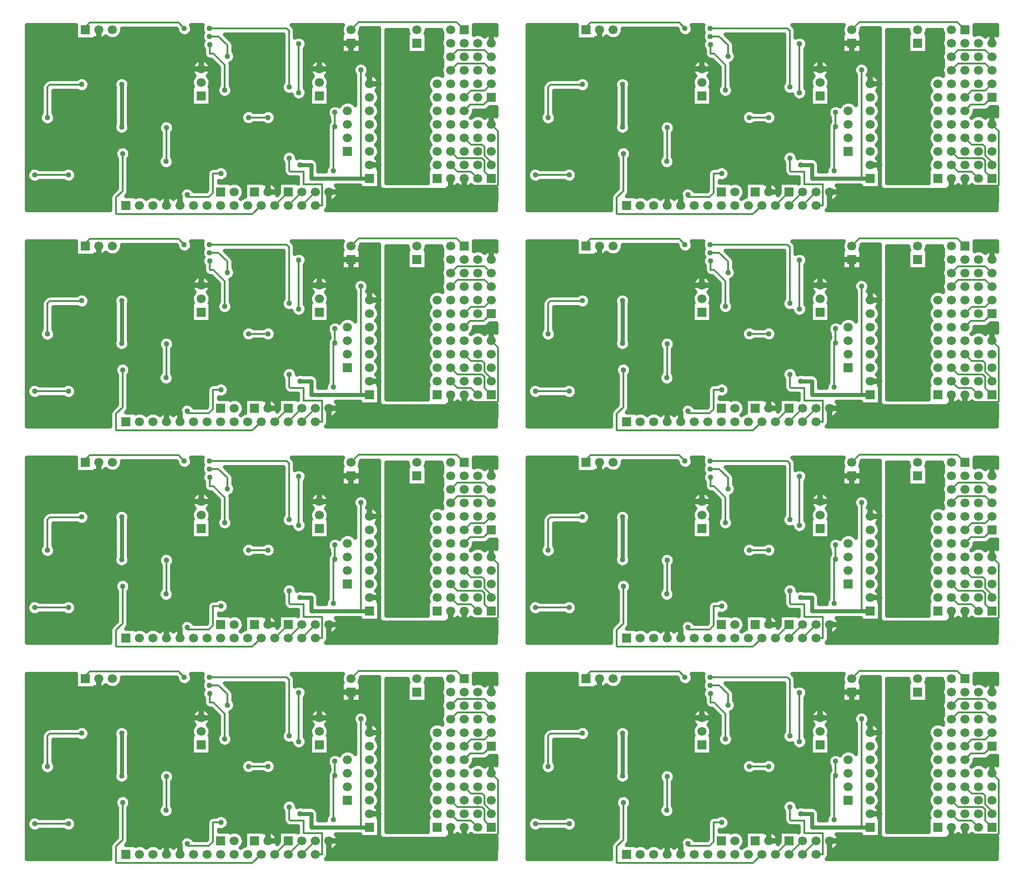
<source format=gbr>
G04 DipTrace 2.4.0.2*
%INBottom.gbr*%
%MOIN*%
%ADD13C,0.013*%
%ADD14C,0.03*%
%ADD18C,0.04*%
%ADD30R,0.0669X0.0669*%
%ADD31C,0.0669*%
%FSLAX44Y44*%
G04*
G70*
G90*
G75*
G01*
%LNBottom*%
%LPD*%
X29940Y6940D2*
D14*
X29297D1*
X25628D1*
Y7940D1*
X24815D1*
X29297Y14954D2*
D13*
Y6940D1*
X5190Y7190D2*
X7690D1*
X8940Y17940D2*
Y18133D1*
X9255Y18448D1*
X15830D1*
X16253Y18025D1*
X27381Y11816D2*
Y10753D1*
X16460Y5722D2*
Y5554D1*
X18064D1*
X18369Y5859D1*
Y7296D1*
X18960D1*
X27257Y7493D2*
Y10630D1*
X27381Y10753D1*
X14895Y8192D2*
X14924D1*
Y10690D1*
X35940Y15940D2*
X36440Y16440D1*
X38440D1*
X38940Y15940D1*
X35940Y14940D2*
X36440Y15440D1*
X38440D1*
X38940Y14940D1*
X36940Y12940D2*
X37440Y13440D1*
X38440D1*
X38940Y13940D1*
X36940Y11940D2*
X37378Y12378D1*
X38378D1*
X38940Y12940D1*
X36940Y9940D2*
X37440Y9440D1*
X38263D1*
X38440Y9263D1*
Y8628D1*
X38940Y8128D1*
Y7940D1*
X24003Y8440D2*
Y7503D1*
X24065Y7440D1*
X25065D1*
Y6503D1*
X26440D1*
Y4940D1*
X25940D1*
X11690Y8767D2*
Y6001D1*
X11214Y5525D1*
Y4314D1*
X11243Y4285D1*
X21285D1*
X21940Y4940D1*
X26224Y15036D2*
X28174D1*
X28565Y15428D1*
Y16940D1*
X38940Y10940D2*
X38945D1*
X39444Y10441D1*
Y6440D1*
X39382Y6378D1*
X37007D1*
X36944Y6440D1*
Y6936D1*
X36940Y6940D1*
X35940D2*
Y6444D1*
X36007Y6378D1*
X37007D1*
X21505Y10253D2*
X20380D1*
X28628Y14315D2*
Y14753D1*
X28344Y15036D1*
X28174D1*
X12919Y8655D2*
Y10018D1*
X12727Y10210D1*
X13172D1*
X35940Y8940D2*
X36440Y8440D1*
X38253D1*
X38440Y8253D1*
Y7440D1*
X38940Y6940D1*
X24940Y4940D2*
X25940Y5940D1*
X22940Y4940D2*
X23940Y5940D1*
Y4940D2*
X24940Y5940D1*
X18113Y18035D2*
X23810D1*
X23993Y17852D1*
Y13692D1*
X19436Y15972D2*
Y16796D1*
X18788Y17444D1*
X18113D1*
X11623Y10729D2*
D14*
Y13881D1*
X6135Y11430D2*
D13*
Y13684D1*
X6302Y13852D1*
X8644D1*
X8674Y13881D1*
X21003Y11441D2*
X22440Y11443D1*
X35940Y7940D2*
X36440Y7440D1*
X37440D1*
X37940Y6940D1*
X18130Y16817D2*
Y16165D1*
X18399D1*
X19235Y15328D1*
Y13468D1*
X24718Y16879D2*
Y13271D1*
X36940Y17940D2*
X36378Y18503D1*
X29128D1*
X28565Y17940D1*
D18*
X24815Y7940D3*
X29297Y14954D3*
X5190Y7190D3*
X7690D3*
X16253Y18025D3*
X27381Y11816D3*
Y10753D3*
X16460Y5722D3*
X18960Y7296D3*
X27257Y7493D3*
X14895Y8192D3*
X14924Y10690D3*
X24003Y8440D3*
X11690Y8767D3*
X21505Y10253D3*
X20380D3*
X28628Y14315D3*
X13172Y10210D3*
X12919Y8655D3*
X18113Y18035D3*
X23993Y13692D3*
X19436Y15972D3*
X18113Y17444D3*
X11623Y10729D3*
Y13881D3*
X6135Y11430D3*
X8674Y13881D3*
X21003Y11441D3*
X22440Y11443D3*
X18130Y16817D3*
X19235Y13468D3*
X24718Y16879D3*
Y13271D3*
X9190Y10440D3*
Y9940D3*
X15940Y16940D3*
Y16440D3*
Y15940D3*
Y15440D3*
Y14940D3*
Y14440D3*
Y13940D3*
Y13440D3*
Y12940D3*
Y12440D3*
Y11940D3*
Y11440D3*
Y10940D3*
Y10440D3*
Y9940D3*
X9690Y13190D3*
X5190Y6190D3*
X5690D3*
X9190Y9440D3*
Y8940D3*
X9690Y10440D3*
Y9940D3*
Y9440D3*
Y8940D3*
X7940Y16940D3*
X8440D3*
X8940D3*
X9440D3*
X32256Y13864D3*
Y13364D3*
Y12864D3*
Y12364D3*
X32819Y13864D3*
Y13364D3*
Y12864D3*
Y12364D3*
X32256Y11864D3*
X32819D3*
X31381Y13114D3*
Y12614D3*
X9940Y16940D3*
X10440D3*
X10940D3*
X11440D3*
X10190Y13190D3*
X10690D3*
X6190Y6190D3*
X6690D3*
X7190D3*
X7690D3*
X8190D3*
X8690D3*
X9190D3*
X9690D3*
X10190D3*
X10690D3*
X11190D3*
X9690Y12690D3*
X12190Y6190D3*
X12690D3*
X13190D3*
X13690D3*
X14190D3*
X14690D3*
X10190Y12690D3*
X10690D3*
X5440Y15440D3*
X5940D3*
X6440D3*
X6940D3*
X7440D3*
X12940D3*
X13440D3*
X13940D3*
X14440D3*
X13690Y11690D3*
Y11190D3*
Y10690D3*
Y10190D3*
X4620Y17991D2*
D14*
X8212D1*
X11664D2*
X15651D1*
X16843D2*
X17522D1*
X24426D2*
X27840D1*
X29290D2*
X30616D1*
X37668D2*
X39261D1*
X4620Y17693D2*
X8212D1*
X11623D2*
X15770D1*
X16737D2*
X17579D1*
X24451D2*
X27885D1*
X29245D2*
X30616D1*
X37668D2*
X39261D1*
X4620Y17394D2*
X8212D1*
X11401D2*
X17526D1*
X19472D2*
X23538D1*
X24972D2*
X27840D1*
X29290D2*
X30616D1*
X4620Y17095D2*
X17612D1*
X19771D2*
X23538D1*
X25267D2*
X27840D1*
X29290D2*
X30616D1*
X4620Y16797D2*
X17538D1*
X19895D2*
X23538D1*
X25304D2*
X27840D1*
X29290D2*
X30616D1*
X4620Y16498D2*
X17636D1*
X19895D2*
X23538D1*
X25173D2*
X27840D1*
X29290D2*
X30616D1*
X4620Y16199D2*
X17673D1*
X19981D2*
X23538D1*
X25173D2*
X30616D1*
X4620Y15901D2*
X17763D1*
X20022D2*
X23538D1*
X25173D2*
X30616D1*
X4620Y15602D2*
X17046D1*
X17930D2*
X18329D1*
X19890D2*
X23538D1*
X25173D2*
X25789D1*
X26661D2*
X30616D1*
X4620Y15303D2*
X16812D1*
X18164D2*
X18625D1*
X19694D2*
X23538D1*
X25173D2*
X25551D1*
X26899D2*
X28828D1*
X29766D2*
X30616D1*
X4620Y15005D2*
X16763D1*
X18213D2*
X18781D1*
X19694D2*
X23538D1*
X25173D2*
X25498D1*
X26948D2*
X28709D1*
X29889D2*
X30616D1*
X4620Y14706D2*
X16849D1*
X18131D2*
X18781D1*
X19694D2*
X23538D1*
X25173D2*
X25580D1*
X26866D2*
X28763D1*
X29831D2*
X30616D1*
X4620Y14407D2*
X8446D1*
X8900D2*
X11395D1*
X11848D2*
X16865D1*
X18111D2*
X18781D1*
X19694D2*
X23538D1*
X25173D2*
X25605D1*
X26842D2*
X28840D1*
X4620Y14109D2*
X5924D1*
X9215D2*
X11079D1*
X12168D2*
X16767D1*
X18213D2*
X18781D1*
X19694D2*
X23538D1*
X25173D2*
X25502D1*
X26948D2*
X28840D1*
X4620Y13810D2*
X5698D1*
X9260D2*
X11034D1*
X12209D2*
X16800D1*
X18176D2*
X18760D1*
X19710D2*
X23415D1*
X25173D2*
X25535D1*
X26911D2*
X28840D1*
X4620Y13511D2*
X5678D1*
X9125D2*
X11079D1*
X12164D2*
X16763D1*
X18217D2*
X18645D1*
X19825D2*
X23431D1*
X25255D2*
X25498D1*
X26952D2*
X28840D1*
X4620Y13212D2*
X5678D1*
X6591D2*
X11079D1*
X12164D2*
X16763D1*
X18217D2*
X18707D1*
X19767D2*
X23669D1*
X25308D2*
X25498D1*
X26952D2*
X28840D1*
X4620Y12914D2*
X5678D1*
X6591D2*
X11079D1*
X12164D2*
X16763D1*
X18217D2*
X19113D1*
X19361D2*
X24255D1*
X25181D2*
X25498D1*
X26952D2*
X28840D1*
X4620Y12615D2*
X5678D1*
X6591D2*
X11079D1*
X12164D2*
X16763D1*
X18217D2*
X25498D1*
X26952D2*
X28115D1*
X28523D2*
X28840D1*
X4620Y12316D2*
X5678D1*
X6591D2*
X11079D1*
X12164D2*
X27093D1*
X4620Y12018D2*
X5678D1*
X6591D2*
X11079D1*
X12164D2*
X26827D1*
X38636D2*
X39261D1*
X4620Y11719D2*
X5624D1*
X6648D2*
X11079D1*
X12164D2*
X20482D1*
X22958D2*
X26798D1*
X37632D2*
X39261D1*
X4620Y11420D2*
X5542D1*
X6726D2*
X11079D1*
X12164D2*
X20413D1*
X23032D2*
X26925D1*
X4620Y11122D2*
X5637D1*
X6636D2*
X11079D1*
X12164D2*
X14536D1*
X15314D2*
X20511D1*
X22929D2*
X26925D1*
X4620Y10823D2*
X11038D1*
X12205D2*
X14347D1*
X15502D2*
X26794D1*
X4620Y10524D2*
X11071D1*
X12176D2*
X14360D1*
X15490D2*
X26802D1*
X4620Y10226D2*
X11345D1*
X11902D2*
X14466D1*
X15379D2*
X26802D1*
X4620Y9927D2*
X14466D1*
X15379D2*
X26802D1*
X4620Y9628D2*
X14466D1*
X15379D2*
X26802D1*
X4620Y9330D2*
X14466D1*
X15379D2*
X26802D1*
X4620Y9031D2*
X11165D1*
X12217D2*
X14466D1*
X15379D2*
X26802D1*
X4620Y8732D2*
X11099D1*
X12283D2*
X14466D1*
X15379D2*
X23493D1*
X24512D2*
X26802D1*
X4620Y8433D2*
X11206D1*
X12172D2*
X14356D1*
X15433D2*
X23411D1*
X25796D2*
X26802D1*
X30463D2*
X30616D1*
X4620Y8135D2*
X11235D1*
X12148D2*
X14306D1*
X15482D2*
X23501D1*
X26132D2*
X26802D1*
X4620Y7836D2*
X11235D1*
X12148D2*
X14429D1*
X15359D2*
X18772D1*
X19148D2*
X23546D1*
X26169D2*
X26782D1*
X8161Y7537D2*
X11235D1*
X12148D2*
X17985D1*
X19497D2*
X23546D1*
X26169D2*
X26667D1*
X8280Y7239D2*
X11235D1*
X12148D2*
X17911D1*
X19550D2*
X23636D1*
X8223Y6940D2*
X11235D1*
X12148D2*
X17911D1*
X19423D2*
X24608D1*
X4620Y6641D2*
X5038D1*
X5340D2*
X7540D1*
X7842D2*
X11235D1*
X12148D2*
X17911D1*
X18824D2*
X24608D1*
X4620Y6343D2*
X11235D1*
X12148D2*
X17911D1*
X20538D2*
X20712D1*
X23040D2*
X23214D1*
X27539D2*
X29214D1*
X36327D2*
X36550D1*
X37328D2*
X37551D1*
X4620Y6044D2*
X11099D1*
X12148D2*
X15971D1*
X16950D2*
X17911D1*
X27658D2*
X39261D1*
X4620Y5745D2*
X10816D1*
X12062D2*
X15869D1*
X27637D2*
X39261D1*
X4620Y5447D2*
X10759D1*
X27461D2*
X39261D1*
X4620Y5148D2*
X10759D1*
X26895D2*
X39261D1*
X4620Y4849D2*
X10759D1*
X26887D2*
X39261D1*
X37637Y18288D2*
Y17566D1*
X37808Y17624D1*
X37938Y17637D1*
X38069Y17625D1*
X38195Y17589D1*
X38312Y17530D1*
X38440Y17422D1*
X38502Y17481D1*
X38611Y17554D1*
X38731Y17605D1*
X38860Y17632D1*
X38991Y17635D1*
X39120Y17613D1*
X39243Y17568D1*
X39290Y17543D1*
Y18289D1*
X37640Y18290D1*
X37624Y11810D2*
X37588Y11684D1*
X37528Y11567D1*
X37421Y11439D1*
X37462Y11447D1*
X37565Y11527D1*
X37682Y11587D1*
X37808Y11624D1*
X37938Y11637D1*
X38069Y11625D1*
X38195Y11589D1*
X38312Y11530D1*
X38440Y11422D1*
X38502Y11481D1*
X38611Y11554D1*
X38731Y11605D1*
X38860Y11632D1*
X38991Y11635D1*
X39120Y11613D1*
X39243Y11568D1*
X39290Y11543D1*
Y12244D1*
X38845D1*
X38680Y12076D1*
X38574Y11999D1*
X38446Y11957D1*
X38246Y11951D1*
X37635D1*
X37624Y11810D1*
X37440Y6455D2*
X37328Y6362D1*
X37213Y6299D1*
X37088Y6259D1*
X36958Y6244D1*
X36828Y6253D1*
X36701Y6286D1*
X36583Y6342D1*
X36477Y6420D1*
X36440Y6456D1*
X36350Y6377D1*
X36237Y6310D1*
X36114Y6266D1*
X35985Y6245D1*
X35854Y6249D1*
X35761Y6267D1*
X35742Y6235D1*
X35650Y6142D1*
X35531Y6089D1*
X35313Y6078D1*
X31006D1*
X30878Y6102D1*
X30766Y6169D1*
X30685Y6272D1*
X30647Y6401D1*
X30644Y7359D1*
X30645Y18071D1*
X30341Y18076D1*
X29303D1*
X29260Y17987D1*
X29249Y17810D1*
X29213Y17684D1*
X29189Y17636D1*
X29262Y17637D1*
Y16244D1*
X27869D1*
Y17637D1*
X27938D1*
X27903Y17724D1*
X27874Y17852D1*
X27870Y17983D1*
X27890Y18112D1*
X27934Y18235D1*
X27965Y18288D1*
X24156Y18290D1*
X24294Y18154D1*
X24372Y18049D1*
X24413Y17921D1*
X24420Y17721D1*
Y17356D1*
X24565Y17420D1*
X24694Y17441D1*
X24825Y17431D1*
X24949Y17391D1*
X25062Y17324D1*
X25155Y17232D1*
X25225Y17121D1*
X25267Y16997D1*
X25280Y16879D1*
X25264Y16749D1*
X25220Y16626D1*
X25144Y16514D1*
X25145Y13635D1*
X25225Y13513D1*
X25267Y13389D1*
X25280Y13271D1*
X25264Y13141D1*
X25220Y13018D1*
X25147Y12909D1*
X25052Y12819D1*
X24938Y12754D1*
X24813Y12717D1*
X24682Y12710D1*
X24553Y12734D1*
X24433Y12786D1*
X24329Y12865D1*
X24245Y12966D1*
X24188Y13084D1*
X24171Y13160D1*
X24088Y13138D1*
X23957Y13131D1*
X23828Y13155D1*
X23708Y13207D1*
X23604Y13286D1*
X23520Y13387D1*
X23463Y13505D1*
X23434Y13633D1*
X23435Y13764D1*
X23467Y13891D1*
X23527Y14007D1*
X23567Y14053D1*
X23566Y17609D1*
X19229Y17608D1*
X19738Y17098D1*
X19815Y16993D1*
X19857Y16865D1*
X19863Y16665D1*
Y16341D1*
X19943Y16214D1*
X19986Y16090D1*
X19998Y15972D1*
X19983Y15842D1*
X19938Y15719D1*
X19866Y15609D1*
X19770Y15520D1*
X19645Y15451D1*
X19662Y15328D1*
Y13831D1*
X19743Y13710D1*
X19785Y13586D1*
X19797Y13468D1*
X19782Y13338D1*
X19737Y13215D1*
X19665Y13105D1*
X19570Y13016D1*
X19456Y12951D1*
X19330Y12914D1*
X19200Y12907D1*
X19071Y12930D1*
X18951Y12983D1*
X18847Y13062D1*
X18763Y13163D1*
X18706Y13281D1*
X18677Y13408D1*
X18678Y13539D1*
X18710Y13666D1*
X18770Y13783D1*
X18810Y13829D1*
X18808Y15153D1*
X18223Y15737D1*
X18130Y15738D1*
X18000Y15758D1*
X17883Y15816D1*
X17789Y15907D1*
X17727Y16022D1*
X17703Y16165D1*
Y16448D1*
X17657Y16512D1*
X17600Y16629D1*
X17571Y16757D1*
X17572Y16888D1*
X17604Y17015D1*
X17658Y17120D1*
X17583Y17257D1*
X17555Y17385D1*
X17556Y17516D1*
X17588Y17643D1*
X17638Y17741D1*
X17583Y17848D1*
X17555Y17975D1*
X17556Y18106D1*
X17588Y18233D1*
X17616Y18288D1*
X16749Y18290D1*
X16803Y18143D1*
X16815Y18025D1*
X16800Y17895D1*
X16755Y17772D1*
X16683Y17663D1*
X16587Y17573D1*
X16474Y17508D1*
X16348Y17471D1*
X16217Y17464D1*
X16089Y17487D1*
X15969Y17540D1*
X15864Y17619D1*
X15781Y17720D1*
X15723Y17838D1*
X15694Y17978D1*
X15653Y18022D1*
X11635Y18021D1*
X11624Y17810D1*
X11588Y17684D1*
X11528Y17567D1*
X11448Y17464D1*
X11350Y17377D1*
X11237Y17310D1*
X11114Y17266D1*
X10985Y17245D1*
X10854Y17249D1*
X10726Y17277D1*
X10605Y17329D1*
X10497Y17403D1*
X10442Y17458D1*
X10350Y17377D1*
X10237Y17310D1*
X10114Y17266D1*
X9985Y17245D1*
X9854Y17249D1*
X9726Y17277D1*
X9637Y17313D1*
Y17244D1*
X8244D1*
Y18289D1*
X4594Y18290D1*
X4590Y17128D1*
Y4591D1*
X10784Y4590D1*
X10787Y5525D1*
X10807Y5654D1*
X10868Y5774D1*
X11005Y5920D1*
X11263Y6178D1*
Y8400D1*
X11218Y8462D1*
X11160Y8580D1*
X11131Y8708D1*
X11133Y8838D1*
X11164Y8965D1*
X11225Y9082D1*
X11310Y9181D1*
X11416Y9258D1*
X11537Y9308D1*
X11666Y9328D1*
X11797Y9319D1*
X11922Y9279D1*
X12034Y9211D1*
X12128Y9120D1*
X12197Y9009D1*
X12240Y8885D1*
X12252Y8767D1*
X12237Y8637D1*
X12192Y8514D1*
X12117Y8402D1*
Y6001D1*
X12097Y5872D1*
X12036Y5752D1*
X11931Y5638D1*
X12637Y5637D1*
Y5567D1*
X12808Y5624D1*
X12938Y5637D1*
X13069Y5625D1*
X13195Y5589D1*
X13312Y5530D1*
X13440Y5422D1*
X13565Y5527D1*
X13682Y5587D1*
X13808Y5624D1*
X13938Y5637D1*
X14069Y5625D1*
X14195Y5589D1*
X14312Y5530D1*
X14440Y5422D1*
X14502Y5481D1*
X14611Y5554D1*
X14731Y5605D1*
X14860Y5632D1*
X14991Y5635D1*
X15120Y5613D1*
X15243Y5568D1*
X15355Y5500D1*
X15440Y5425D1*
X15544Y5513D1*
X15658Y5577D1*
X15782Y5619D1*
X15905Y5636D1*
X15902Y5793D1*
X15934Y5920D1*
X15994Y6036D1*
X16080Y6136D1*
X16186Y6212D1*
X16307Y6262D1*
X16436Y6283D1*
X16567Y6273D1*
X16691Y6234D1*
X16804Y6166D1*
X16897Y6075D1*
X16956Y5981D1*
X17891D1*
X17942Y6122D1*
Y7296D1*
X17962Y7426D1*
X18020Y7543D1*
X18111Y7637D1*
X18226Y7699D1*
X18369Y7723D1*
X18595D1*
X18686Y7787D1*
X18807Y7837D1*
X18936Y7858D1*
X19067Y7848D1*
X19191Y7808D1*
X19304Y7741D1*
X19397Y7649D1*
X19467Y7539D1*
X19509Y7415D1*
X19522Y7296D1*
X19507Y7166D1*
X19462Y7043D1*
X19389Y6934D1*
X19294Y6845D1*
X19180Y6780D1*
X19055Y6743D1*
X18924Y6736D1*
X18799Y6758D1*
X18796Y6636D1*
X19637Y6637D1*
Y6567D1*
X19808Y6624D1*
X19938Y6637D1*
X20069Y6625D1*
X20195Y6589D1*
X20312Y6530D1*
X20415Y6450D1*
X20502Y6352D1*
X20569Y6239D1*
X20614Y6116D1*
X20637Y5940D1*
X20624Y5810D1*
X20588Y5684D1*
X20528Y5567D1*
X20421Y5439D1*
X20462Y5447D1*
X20565Y5527D1*
X20682Y5587D1*
X20741Y5604D1*
X20744Y6637D1*
X22137D1*
Y6567D1*
X22257Y6612D1*
X22386Y6635D1*
X22517Y6633D1*
X22645Y6606D1*
X22766Y6556D1*
X22876Y6484D1*
X22970Y6393D1*
X23045Y6286D1*
X23099Y6166D1*
X23130Y6039D1*
X23136Y5914D1*
X23119Y5784D1*
X23093Y5697D1*
X23244Y5848D1*
Y6637D1*
X24637D1*
Y6567D1*
X24638Y7015D1*
X24065Y7013D1*
X23936Y7033D1*
X23797Y7108D1*
X23662Y7245D1*
X23605Y7348D1*
X23577Y7474D1*
X23576Y8073D1*
X23530Y8135D1*
X23473Y8253D1*
X23444Y8381D1*
X23445Y8512D1*
X23477Y8639D1*
X23537Y8755D1*
X23623Y8854D1*
X23729Y8931D1*
X23850Y8981D1*
X23979Y9002D1*
X24110Y8992D1*
X24234Y8952D1*
X24347Y8885D1*
X24440Y8793D1*
X24510Y8682D1*
X24552Y8558D1*
X24564Y8444D1*
X24662Y8481D1*
X24791Y8502D1*
X24922Y8492D1*
X25050Y8450D1*
X25628Y8452D1*
X25757Y8435D1*
X25879Y8386D1*
X25984Y8308D1*
X26065Y8206D1*
X26118Y8086D1*
X26140Y7940D1*
Y7452D1*
X26698D1*
X26700Y7565D1*
X26731Y7692D1*
X26792Y7808D1*
X26832Y7855D1*
X26831Y10634D1*
X26822Y10694D1*
X26823Y10825D1*
X26855Y10952D1*
X26915Y11068D1*
X26955Y11115D1*
X26954Y11455D1*
X26908Y11511D1*
X26851Y11629D1*
X26822Y11757D1*
X26823Y11887D1*
X26855Y12015D1*
X26915Y12131D1*
X27001Y12230D1*
X27107Y12307D1*
X27228Y12357D1*
X27357Y12377D1*
X27488Y12368D1*
X27612Y12328D1*
X27707Y12271D1*
X27754Y12349D1*
X27840Y12447D1*
X27943Y12528D1*
X28060Y12588D1*
X28186Y12625D1*
X28316Y12637D1*
X28447Y12625D1*
X28573Y12589D1*
X28690Y12530D1*
X28793Y12450D1*
X28872Y12361D1*
X28870Y14589D1*
X28825Y14649D1*
X28767Y14767D1*
X28738Y14894D1*
X28740Y15025D1*
X28771Y15152D1*
X28832Y15269D1*
X28917Y15368D1*
X29023Y15445D1*
X29144Y15495D1*
X29274Y15515D1*
X29404Y15506D1*
X29529Y15466D1*
X29641Y15398D1*
X29735Y15307D1*
X29804Y15196D1*
X29847Y15072D1*
X29859Y14954D1*
X29844Y14824D1*
X29799Y14701D1*
X29738Y14609D1*
X29886Y14635D1*
X30017Y14633D1*
X30145Y14606D1*
X30266Y14556D1*
X30376Y14484D1*
X30470Y14393D1*
X30545Y14286D1*
X30599Y14166D1*
X30630Y14039D1*
X30636Y13914D1*
X30619Y13784D1*
X30578Y13660D1*
X30514Y13545D1*
X30425Y13440D1*
X30502Y13352D1*
X30569Y13239D1*
X30614Y13116D1*
X30637Y12940D1*
X30624Y12810D1*
X30588Y12684D1*
X30528Y12567D1*
X30421Y12439D1*
X30502Y12352D1*
X30569Y12239D1*
X30614Y12116D1*
X30637Y11940D1*
X30624Y11810D1*
X30588Y11684D1*
X30528Y11567D1*
X30421Y11439D1*
X30502Y11352D1*
X30569Y11239D1*
X30614Y11116D1*
X30637Y10940D1*
X30624Y10810D1*
X30588Y10684D1*
X30528Y10567D1*
X30421Y10439D1*
X30502Y10352D1*
X30569Y10239D1*
X30614Y10116D1*
X30637Y9940D1*
X30624Y9810D1*
X30588Y9684D1*
X30528Y9567D1*
X30421Y9439D1*
X30502Y9352D1*
X30569Y9239D1*
X30614Y9116D1*
X30637Y8940D1*
X30624Y8810D1*
X30588Y8684D1*
X30528Y8567D1*
X30421Y8439D1*
X30470Y8393D1*
X30545Y8286D1*
X30599Y8166D1*
X30630Y8039D1*
X30636Y7914D1*
X30619Y7784D1*
X30578Y7660D1*
X30567Y7637D1*
X30637D1*
Y6244D1*
X29244D1*
Y6428D1*
X27439D1*
X27532Y6308D1*
X27590Y6191D1*
X27626Y6065D1*
X27637Y5940D1*
X27624Y5810D1*
X27588Y5684D1*
X27528Y5567D1*
X27448Y5464D1*
X27350Y5377D1*
X27237Y5310D1*
X27114Y5266D1*
X26985Y5245D1*
X26867Y5247D1*
Y4940D1*
X26847Y4811D1*
X26789Y4694D1*
X26706Y4607D1*
X26750Y4590D1*
X39287D1*
X39290Y5752D1*
Y6241D1*
X38324Y6244D1*
X38244D1*
Y6313D1*
X38114Y6266D1*
X37985Y6245D1*
X37854Y6249D1*
X37726Y6277D1*
X37605Y6329D1*
X37497Y6403D1*
X37442Y6458D1*
X18117Y13737D2*
X18186D1*
Y12343D1*
X16792D1*
Y13737D1*
X16862D1*
X16827Y13824D1*
X16798Y13951D1*
X16794Y14082D1*
X16814Y14212D1*
X16858Y14335D1*
X16924Y14448D1*
X17003Y14537D1*
X16906Y14658D1*
X16845Y14774D1*
X16807Y14900D1*
X16792Y15030D1*
X16803Y15161D1*
X16837Y15287D1*
X16895Y15405D1*
X16974Y15509D1*
X17071Y15597D1*
X17183Y15666D1*
X17305Y15712D1*
X17434Y15735D1*
X17565Y15732D1*
X17694Y15706D1*
X17815Y15656D1*
X17924Y15584D1*
X18018Y15493D1*
X18094Y15385D1*
X18148Y15266D1*
X18178Y15139D1*
X18185Y15014D1*
X18168Y14884D1*
X18127Y14759D1*
X18063Y14645D1*
X17973Y14539D1*
X18051Y14451D1*
X18118Y14339D1*
X18163Y14216D1*
X18186Y14040D1*
X18173Y13910D1*
X18137Y13784D1*
X18112Y13736D1*
X26852Y13733D2*
X26921D1*
Y12340D1*
X25527D1*
Y13733D1*
X25597D1*
X25562Y13820D1*
X25533Y13948D1*
X25529Y14079D1*
X25549Y14208D1*
X25593Y14331D1*
X25659Y14444D1*
X25738Y14534D1*
X25641Y14655D1*
X25580Y14771D1*
X25542Y14896D1*
X25527Y15026D1*
X25538Y15157D1*
X25572Y15283D1*
X25630Y15401D1*
X25709Y15505D1*
X25806Y15594D1*
X25918Y15662D1*
X26040Y15708D1*
X26169Y15731D1*
X26300Y15729D1*
X26429Y15702D1*
X26550Y15652D1*
X26659Y15580D1*
X26753Y15489D1*
X26829Y15382D1*
X26883Y15262D1*
X26914Y15135D1*
X26920Y15010D1*
X26903Y14880D1*
X26862Y14756D1*
X26798Y14641D1*
X26708Y14536D1*
X26786Y14448D1*
X26853Y14335D1*
X26898Y14212D1*
X26921Y14036D1*
X26908Y13906D1*
X26872Y13780D1*
X26848Y13732D1*
X5555Y7617D2*
X7327D1*
X7416Y7681D1*
X7537Y7731D1*
X7666Y7752D1*
X7797Y7742D1*
X7922Y7702D1*
X8034Y7635D1*
X8128Y7543D1*
X8197Y7432D1*
X8240Y7308D1*
X8252Y7190D1*
X8237Y7060D1*
X8192Y6937D1*
X8120Y6828D1*
X8024Y6738D1*
X7911Y6673D1*
X7785Y6636D1*
X7654Y6629D1*
X7526Y6653D1*
X7406Y6705D1*
X7331Y6762D1*
X5554Y6763D1*
X5411Y6673D1*
X5285Y6636D1*
X5154Y6629D1*
X5026Y6653D1*
X4906Y6705D1*
X4801Y6784D1*
X4718Y6885D1*
X4660Y7003D1*
X4631Y7131D1*
X4633Y7262D1*
X4664Y7389D1*
X4725Y7505D1*
X4810Y7604D1*
X4916Y7681D1*
X5037Y7731D1*
X5166Y7752D1*
X5297Y7742D1*
X5422Y7702D1*
X5554Y7615D1*
X14497Y8590D2*
Y10329D1*
X14452Y10385D1*
X14394Y10503D1*
X14366Y10631D1*
X14367Y10762D1*
X14399Y10889D1*
X14459Y11005D1*
X14544Y11104D1*
X14650Y11181D1*
X14771Y11231D1*
X14901Y11252D1*
X15031Y11242D1*
X15156Y11202D1*
X15268Y11135D1*
X15362Y11043D1*
X15432Y10932D1*
X15474Y10808D1*
X15486Y10690D1*
X15471Y10560D1*
X15426Y10437D1*
X15351Y10325D1*
Y8521D1*
X15402Y8434D1*
X15444Y8310D1*
X15457Y8192D1*
X15442Y8062D1*
X15397Y7939D1*
X15325Y7830D1*
X15229Y7740D1*
X15115Y7675D1*
X14990Y7638D1*
X14859Y7631D1*
X14730Y7655D1*
X14610Y7707D1*
X14506Y7786D1*
X14423Y7887D1*
X14365Y8005D1*
X14336Y8133D1*
X14337Y8264D1*
X14369Y8391D1*
X14429Y8507D1*
X14496Y8584D1*
X11111Y10963D2*
Y13653D1*
X11064Y13822D1*
X11065Y13953D1*
X11097Y14080D1*
X11157Y14196D1*
X11242Y14295D1*
X11349Y14372D1*
X11470Y14422D1*
X11599Y14443D1*
X11729Y14433D1*
X11854Y14393D1*
X11966Y14326D1*
X12060Y14234D1*
X12130Y14123D1*
X12172Y13999D1*
X12185Y13881D1*
X12169Y13751D1*
X12134Y13655D1*
X12135Y10957D1*
X12172Y10848D1*
X12185Y10729D1*
X12169Y10599D1*
X12124Y10476D1*
X12052Y10367D1*
X11957Y10278D1*
X11843Y10213D1*
X11717Y10176D1*
X11587Y10169D1*
X11458Y10192D1*
X11338Y10245D1*
X11234Y10324D1*
X11150Y10425D1*
X11093Y10542D1*
X11064Y10670D1*
X11065Y10801D1*
X11110Y10953D1*
X5708Y11795D2*
Y13684D1*
X5728Y13813D1*
X5789Y13933D1*
X5926Y14079D1*
X6000Y14153D1*
X6106Y14231D1*
X6234Y14272D1*
X6434Y14279D1*
X8275D1*
X8400Y14372D1*
X8521Y14422D1*
X8650Y14443D1*
X8780Y14433D1*
X8905Y14393D1*
X9017Y14326D1*
X9111Y14234D1*
X9181Y14123D1*
X9223Y13999D1*
X9236Y13881D1*
X9220Y13751D1*
X9175Y13628D1*
X9103Y13519D1*
X9008Y13429D1*
X8894Y13364D1*
X8769Y13327D1*
X8638Y13320D1*
X8509Y13344D1*
X8389Y13396D1*
X8353Y13424D1*
X6562Y13422D1*
Y11794D1*
X6642Y11672D1*
X6684Y11549D1*
X6697Y11430D1*
X6682Y11300D1*
X6637Y11177D1*
X6565Y11068D1*
X6469Y10978D1*
X6356Y10913D1*
X6230Y10876D1*
X6099Y10869D1*
X5970Y10893D1*
X5851Y10946D1*
X5746Y11025D1*
X5663Y11126D1*
X5605Y11243D1*
X5576Y11371D1*
X5578Y11502D1*
X5609Y11629D1*
X5669Y11745D1*
X5710Y11792D1*
X21367Y11869D2*
X22072Y11870D1*
X22166Y11934D1*
X22287Y11984D1*
X22416Y12005D1*
X22547Y11995D1*
X22672Y11955D1*
X22784Y11888D1*
X22878Y11796D1*
X22947Y11686D1*
X22990Y11562D1*
X23002Y11443D1*
X22987Y11313D1*
X22942Y11190D1*
X22870Y11081D1*
X22774Y10992D1*
X22661Y10926D1*
X22535Y10889D1*
X22404Y10883D1*
X22276Y10906D1*
X22156Y10959D1*
X22081Y11016D1*
X21371Y11015D1*
X21223Y10924D1*
X21098Y10887D1*
X20967Y10880D1*
X20838Y10904D1*
X20718Y10956D1*
X20614Y11035D1*
X20530Y11136D1*
X20473Y11254D1*
X20444Y11382D1*
X20445Y11512D1*
X20477Y11639D1*
X20537Y11756D1*
X20623Y11855D1*
X20729Y11932D1*
X20850Y11982D1*
X20979Y12002D1*
X21110Y11993D1*
X21234Y11953D1*
X21361Y11871D1*
X36940Y6940D2*
D18*
Y6244D1*
X35940Y6940D2*
Y6244D1*
X22440Y6636D2*
Y5940D1*
X23136D1*
X38940Y11636D2*
Y10940D1*
Y17636D2*
Y16940D1*
X9940Y17940D2*
Y17244D1*
X17489Y15736D2*
Y15040D1*
X16793D2*
X18185D1*
X26224Y15732D2*
Y15036D1*
X25528D2*
X26920D1*
X28565Y16940D2*
Y16244D1*
X27869Y16940D2*
X29261D1*
X29940Y7940D2*
X30636D1*
X29940Y14636D2*
Y13940D1*
X30636D1*
X26940Y5940D2*
Y5244D1*
Y5940D2*
X27636D1*
X14940Y5636D2*
Y4940D1*
X15940Y5636D2*
Y4940D1*
X31186Y17618D2*
D14*
X32715D1*
X34165D2*
X35266D1*
X31186Y17319D2*
X32715D1*
X34165D2*
X35266D1*
X31186Y17021D2*
X32715D1*
X34165D2*
X35217D1*
X31186Y16722D2*
X32715D1*
X34165D2*
X35250D1*
X31186Y16423D2*
X32715D1*
X34165D2*
X35266D1*
X31186Y16125D2*
X35237D1*
X31186Y15826D2*
X35225D1*
X31186Y15527D2*
X35266D1*
X31186Y15228D2*
X35266D1*
X31186Y14930D2*
X35213D1*
X31186Y14631D2*
X34823D1*
X35059D2*
X35266D1*
X31186Y14332D2*
X34335D1*
X31186Y14034D2*
X34220D1*
X31186Y13735D2*
X34245D1*
X31186Y13436D2*
X34421D1*
X31186Y13138D2*
X34241D1*
X31186Y12839D2*
X34220D1*
X31186Y12540D2*
X34339D1*
X31186Y12242D2*
X34282D1*
X31186Y11943D2*
X34212D1*
X31186Y11644D2*
X34278D1*
X31186Y11346D2*
X34343D1*
X31186Y11047D2*
X34220D1*
X31186Y10748D2*
X34241D1*
X31186Y10449D2*
X34417D1*
X31186Y10151D2*
X34245D1*
X31186Y9852D2*
X34220D1*
X31186Y9553D2*
X34331D1*
X31186Y9255D2*
X34290D1*
X31186Y8956D2*
X34212D1*
X31186Y8657D2*
X34274D1*
X31186Y8359D2*
X34351D1*
X31186Y8060D2*
X34224D1*
X31186Y7761D2*
X34237D1*
X31186Y7463D2*
X34212D1*
X31186Y7164D2*
X34212D1*
X31186Y6865D2*
X34212D1*
X35293Y17690D2*
X35249Y17852D1*
X35247Y17913D1*
X34525Y17917D1*
X34136D1*
X34124Y17810D1*
X34088Y17684D1*
X34064Y17636D1*
X34137Y17637D1*
Y16244D1*
X32744D1*
Y17637D1*
X32813D1*
X32778Y17724D1*
X32749Y17852D1*
X32747Y17913D1*
X32163Y17917D1*
X31158D1*
X31156Y15180D1*
Y6588D1*
X33237Y6590D1*
X34242D1*
X34244Y7637D1*
X34313D1*
X34278Y7724D1*
X34249Y7852D1*
X34245Y7983D1*
X34265Y8112D1*
X34309Y8235D1*
X34376Y8348D1*
X34454Y8438D1*
X34330Y8604D1*
X34278Y8724D1*
X34249Y8852D1*
X34245Y8983D1*
X34265Y9112D1*
X34309Y9235D1*
X34376Y9348D1*
X34454Y9438D1*
X34330Y9604D1*
X34278Y9724D1*
X34249Y9852D1*
X34245Y9983D1*
X34265Y10112D1*
X34309Y10235D1*
X34376Y10348D1*
X34454Y10438D1*
X34330Y10604D1*
X34278Y10724D1*
X34249Y10852D1*
X34245Y10983D1*
X34265Y11112D1*
X34309Y11235D1*
X34376Y11348D1*
X34454Y11438D1*
X34330Y11604D1*
X34278Y11724D1*
X34249Y11852D1*
X34245Y11983D1*
X34265Y12112D1*
X34309Y12235D1*
X34376Y12348D1*
X34454Y12438D1*
X34330Y12604D1*
X34278Y12724D1*
X34249Y12852D1*
X34245Y12983D1*
X34265Y13112D1*
X34309Y13235D1*
X34376Y13348D1*
X34454Y13438D1*
X34330Y13604D1*
X34278Y13724D1*
X34249Y13852D1*
X34245Y13983D1*
X34265Y14112D1*
X34309Y14235D1*
X34376Y14348D1*
X34462Y14447D1*
X34565Y14527D1*
X34682Y14587D1*
X34808Y14624D1*
X34938Y14637D1*
X35069Y14625D1*
X35195Y14589D1*
X35293Y14539D1*
X35294Y14679D1*
X35249Y14852D1*
X35245Y14983D1*
X35265Y15112D1*
X35294Y15193D1*
Y15680D1*
X35249Y15852D1*
X35245Y15983D1*
X35265Y16112D1*
X35294Y16193D1*
Y16681D1*
X35249Y16852D1*
X35245Y16983D1*
X35265Y17112D1*
X35294Y17202D1*
Y17681D1*
D30*
X36940Y17940D3*
D31*
X35940D3*
X36940Y16940D3*
X35940D3*
X36940Y15940D3*
X35940D3*
X36940Y14940D3*
X35940D3*
X36940Y13940D3*
X35940D3*
X36940Y12940D3*
X35940D3*
X36940Y11940D3*
X35940D3*
X36940Y10940D3*
X35940D3*
X36940Y9940D3*
X35940D3*
X36940Y8940D3*
X35940D3*
X36940Y7940D3*
X35940D3*
X36940Y6940D3*
X35940D3*
D30*
X21440Y5940D3*
D31*
X22440D3*
D30*
X38940Y6940D3*
D31*
X37940D3*
X38940Y7940D3*
X37940D3*
X38940Y8940D3*
X37940D3*
X38940Y9940D3*
X37940D3*
X38940Y10940D3*
X37940D3*
D30*
X38940Y12940D3*
D31*
X37940D3*
X38940Y13940D3*
X37940D3*
X38940Y14940D3*
X37940D3*
X38940Y15940D3*
X37940D3*
X38940Y16940D3*
X37940D3*
D30*
X8940Y17940D3*
D31*
X9940D3*
X10940D3*
D30*
X17489Y13040D3*
D31*
Y14040D3*
Y15040D3*
D30*
X26224Y13036D3*
D31*
Y14036D3*
Y15036D3*
D30*
X33440Y16940D3*
D31*
Y17940D3*
D30*
X28565Y16940D3*
D31*
Y17940D3*
D30*
X28318Y8941D3*
D31*
Y9941D3*
Y10941D3*
Y11941D3*
D30*
X34940Y6940D3*
D31*
Y7940D3*
Y8940D3*
Y9940D3*
Y10940D3*
Y11940D3*
Y12940D3*
Y13940D3*
D30*
X29940Y6940D3*
D31*
Y7940D3*
Y8940D3*
Y9940D3*
Y10940D3*
Y11940D3*
Y12940D3*
Y13940D3*
D30*
X18940Y5940D3*
D31*
X19940D3*
D30*
X23940D3*
D31*
X24940D3*
X25940D3*
X26940D3*
D30*
X11940Y4940D3*
D31*
X12940D3*
X13940D3*
X14940D3*
X15940D3*
X16940D3*
X17940D3*
X18940D3*
X19940D3*
X20940D3*
X21940D3*
X22940D3*
X23940D3*
X24940D3*
X25940D3*
X66940Y6940D2*
D14*
X66297D1*
X62628D1*
Y7940D1*
X61815D1*
X66297Y14954D2*
D13*
Y6940D1*
X42190Y7190D2*
X44690D1*
X45940Y17940D2*
Y18133D1*
X46255Y18448D1*
X52830D1*
X53253Y18025D1*
X64381Y11816D2*
Y10753D1*
X53460Y5722D2*
Y5554D1*
X55064D1*
X55369Y5859D1*
Y7296D1*
X55960D1*
X64257Y7493D2*
Y10630D1*
X64381Y10753D1*
X51895Y8192D2*
X51924D1*
Y10690D1*
X72940Y15940D2*
X73440Y16440D1*
X75440D1*
X75940Y15940D1*
X72940Y14940D2*
X73440Y15440D1*
X75440D1*
X75940Y14940D1*
X73940Y12940D2*
X74440Y13440D1*
X75440D1*
X75940Y13940D1*
X73940Y11940D2*
X74378Y12378D1*
X75378D1*
X75940Y12940D1*
X73940Y9940D2*
X74440Y9440D1*
X75263D1*
X75440Y9263D1*
Y8628D1*
X75940Y8128D1*
Y7940D1*
X61003Y8440D2*
Y7503D1*
X61065Y7440D1*
X62065D1*
Y6503D1*
X63440D1*
Y4940D1*
X62940D1*
X48690Y8767D2*
Y6001D1*
X48214Y5525D1*
Y4314D1*
X48243Y4285D1*
X58285D1*
X58940Y4940D1*
X63224Y15036D2*
X65174D1*
X65565Y15428D1*
Y16940D1*
X75940Y10940D2*
X75945D1*
X76444Y10441D1*
Y6440D1*
X76382Y6378D1*
X74007D1*
X73944Y6440D1*
Y6936D1*
X73940Y6940D1*
X72940D2*
Y6444D1*
X73007Y6378D1*
X74007D1*
X58505Y10253D2*
X57380D1*
X65628Y14315D2*
Y14753D1*
X65344Y15036D1*
X65174D1*
X49919Y8655D2*
Y10018D1*
X49727Y10210D1*
X50172D1*
X72940Y8940D2*
X73440Y8440D1*
X75253D1*
X75440Y8253D1*
Y7440D1*
X75940Y6940D1*
X61940Y4940D2*
X62940Y5940D1*
X59940Y4940D2*
X60940Y5940D1*
Y4940D2*
X61940Y5940D1*
X55113Y18035D2*
X60810D1*
X60993Y17852D1*
Y13692D1*
X56436Y15972D2*
Y16796D1*
X55788Y17444D1*
X55113D1*
X48623Y10729D2*
D14*
Y13881D1*
X43135Y11430D2*
D13*
Y13684D1*
X43302Y13852D1*
X45644D1*
X45674Y13881D1*
X58003Y11441D2*
X59440Y11443D1*
X72940Y7940D2*
X73440Y7440D1*
X74440D1*
X74940Y6940D1*
X55130Y16817D2*
Y16165D1*
X55399D1*
X56235Y15328D1*
Y13468D1*
X61718Y16879D2*
Y13271D1*
X73940Y17940D2*
X73378Y18503D1*
X66128D1*
X65565Y17940D1*
D18*
X61815Y7940D3*
X66297Y14954D3*
X42190Y7190D3*
X44690D3*
X53253Y18025D3*
X64381Y11816D3*
Y10753D3*
X53460Y5722D3*
X55960Y7296D3*
X64257Y7493D3*
X51895Y8192D3*
X51924Y10690D3*
X61003Y8440D3*
X48690Y8767D3*
X58505Y10253D3*
X57380D3*
X65628Y14315D3*
X50172Y10210D3*
X49919Y8655D3*
X55113Y18035D3*
X60993Y13692D3*
X56436Y15972D3*
X55113Y17444D3*
X48623Y10729D3*
Y13881D3*
X43135Y11430D3*
X45674Y13881D3*
X58003Y11441D3*
X59440Y11443D3*
X55130Y16817D3*
X56235Y13468D3*
X61718Y16879D3*
Y13271D3*
X46190Y10440D3*
Y9940D3*
X52940Y16940D3*
Y16440D3*
Y15940D3*
Y15440D3*
Y14940D3*
Y14440D3*
Y13940D3*
Y13440D3*
Y12940D3*
Y12440D3*
Y11940D3*
Y11440D3*
Y10940D3*
Y10440D3*
Y9940D3*
X46690Y13190D3*
X42190Y6190D3*
X42690D3*
X46190Y9440D3*
Y8940D3*
X46690Y10440D3*
Y9940D3*
Y9440D3*
Y8940D3*
X44940Y16940D3*
X45440D3*
X45940D3*
X46440D3*
X69256Y13864D3*
Y13364D3*
Y12864D3*
Y12364D3*
X69819Y13864D3*
Y13364D3*
Y12864D3*
Y12364D3*
X69256Y11864D3*
X69819D3*
X68381Y13114D3*
Y12614D3*
X46940Y16940D3*
X47440D3*
X47940D3*
X48440D3*
X47190Y13190D3*
X47690D3*
X43190Y6190D3*
X43690D3*
X44190D3*
X44690D3*
X45190D3*
X45690D3*
X46190D3*
X46690D3*
X47190D3*
X47690D3*
X48190D3*
X46690Y12690D3*
X49190Y6190D3*
X49690D3*
X50190D3*
X50690D3*
X51190D3*
X51690D3*
X47190Y12690D3*
X47690D3*
X42440Y15440D3*
X42940D3*
X43440D3*
X43940D3*
X44440D3*
X49940D3*
X50440D3*
X50940D3*
X51440D3*
X50690Y11690D3*
Y11190D3*
Y10690D3*
Y10190D3*
X41620Y17991D2*
D14*
X45212D1*
X48664D2*
X52651D1*
X53843D2*
X54522D1*
X61426D2*
X64840D1*
X66290D2*
X67616D1*
X74668D2*
X76261D1*
X41620Y17693D2*
X45212D1*
X48623D2*
X52770D1*
X53737D2*
X54579D1*
X61451D2*
X64885D1*
X66245D2*
X67616D1*
X74668D2*
X76261D1*
X41620Y17394D2*
X45212D1*
X48401D2*
X54526D1*
X56472D2*
X60538D1*
X61972D2*
X64840D1*
X66290D2*
X67616D1*
X41620Y17095D2*
X54612D1*
X56771D2*
X60538D1*
X62267D2*
X64840D1*
X66290D2*
X67616D1*
X41620Y16797D2*
X54538D1*
X56895D2*
X60538D1*
X62304D2*
X64840D1*
X66290D2*
X67616D1*
X41620Y16498D2*
X54636D1*
X56895D2*
X60538D1*
X62173D2*
X64840D1*
X66290D2*
X67616D1*
X41620Y16199D2*
X54673D1*
X56981D2*
X60538D1*
X62173D2*
X67616D1*
X41620Y15901D2*
X54763D1*
X57022D2*
X60538D1*
X62173D2*
X67616D1*
X41620Y15602D2*
X54046D1*
X54930D2*
X55329D1*
X56890D2*
X60538D1*
X62173D2*
X62789D1*
X63661D2*
X67616D1*
X41620Y15303D2*
X53812D1*
X55164D2*
X55625D1*
X56694D2*
X60538D1*
X62173D2*
X62551D1*
X63899D2*
X65828D1*
X66766D2*
X67616D1*
X41620Y15005D2*
X53763D1*
X55213D2*
X55781D1*
X56694D2*
X60538D1*
X62173D2*
X62498D1*
X63948D2*
X65709D1*
X66889D2*
X67616D1*
X41620Y14706D2*
X53849D1*
X55131D2*
X55781D1*
X56694D2*
X60538D1*
X62173D2*
X62580D1*
X63866D2*
X65763D1*
X66831D2*
X67616D1*
X41620Y14407D2*
X45446D1*
X45900D2*
X48395D1*
X48848D2*
X53865D1*
X55111D2*
X55781D1*
X56694D2*
X60538D1*
X62173D2*
X62605D1*
X63842D2*
X65840D1*
X41620Y14109D2*
X42924D1*
X46215D2*
X48079D1*
X49168D2*
X53767D1*
X55213D2*
X55781D1*
X56694D2*
X60538D1*
X62173D2*
X62502D1*
X63948D2*
X65840D1*
X41620Y13810D2*
X42698D1*
X46260D2*
X48034D1*
X49209D2*
X53800D1*
X55176D2*
X55760D1*
X56710D2*
X60415D1*
X62173D2*
X62535D1*
X63911D2*
X65840D1*
X41620Y13511D2*
X42678D1*
X46125D2*
X48079D1*
X49164D2*
X53763D1*
X55217D2*
X55645D1*
X56825D2*
X60431D1*
X62255D2*
X62498D1*
X63952D2*
X65840D1*
X41620Y13212D2*
X42678D1*
X43591D2*
X48079D1*
X49164D2*
X53763D1*
X55217D2*
X55707D1*
X56767D2*
X60669D1*
X62308D2*
X62498D1*
X63952D2*
X65840D1*
X41620Y12914D2*
X42678D1*
X43591D2*
X48079D1*
X49164D2*
X53763D1*
X55217D2*
X56113D1*
X56361D2*
X61255D1*
X62181D2*
X62498D1*
X63952D2*
X65840D1*
X41620Y12615D2*
X42678D1*
X43591D2*
X48079D1*
X49164D2*
X53763D1*
X55217D2*
X62498D1*
X63952D2*
X65115D1*
X65523D2*
X65840D1*
X41620Y12316D2*
X42678D1*
X43591D2*
X48079D1*
X49164D2*
X64093D1*
X41620Y12018D2*
X42678D1*
X43591D2*
X48079D1*
X49164D2*
X63827D1*
X75636D2*
X76261D1*
X41620Y11719D2*
X42624D1*
X43648D2*
X48079D1*
X49164D2*
X57482D1*
X59958D2*
X63798D1*
X74632D2*
X76261D1*
X41620Y11420D2*
X42542D1*
X43726D2*
X48079D1*
X49164D2*
X57413D1*
X60032D2*
X63925D1*
X41620Y11122D2*
X42637D1*
X43636D2*
X48079D1*
X49164D2*
X51536D1*
X52314D2*
X57511D1*
X59929D2*
X63925D1*
X41620Y10823D2*
X48038D1*
X49205D2*
X51347D1*
X52502D2*
X63794D1*
X41620Y10524D2*
X48071D1*
X49176D2*
X51360D1*
X52490D2*
X63802D1*
X41620Y10226D2*
X48345D1*
X48902D2*
X51466D1*
X52379D2*
X63802D1*
X41620Y9927D2*
X51466D1*
X52379D2*
X63802D1*
X41620Y9628D2*
X51466D1*
X52379D2*
X63802D1*
X41620Y9330D2*
X51466D1*
X52379D2*
X63802D1*
X41620Y9031D2*
X48165D1*
X49217D2*
X51466D1*
X52379D2*
X63802D1*
X41620Y8732D2*
X48099D1*
X49283D2*
X51466D1*
X52379D2*
X60493D1*
X61512D2*
X63802D1*
X41620Y8433D2*
X48206D1*
X49172D2*
X51356D1*
X52433D2*
X60411D1*
X62796D2*
X63802D1*
X67463D2*
X67616D1*
X41620Y8135D2*
X48235D1*
X49148D2*
X51306D1*
X52482D2*
X60501D1*
X63132D2*
X63802D1*
X41620Y7836D2*
X48235D1*
X49148D2*
X51429D1*
X52359D2*
X55772D1*
X56148D2*
X60546D1*
X63169D2*
X63782D1*
X45161Y7537D2*
X48235D1*
X49148D2*
X54985D1*
X56497D2*
X60546D1*
X63169D2*
X63667D1*
X45280Y7239D2*
X48235D1*
X49148D2*
X54911D1*
X56550D2*
X60636D1*
X45223Y6940D2*
X48235D1*
X49148D2*
X54911D1*
X56423D2*
X61608D1*
X41620Y6641D2*
X42038D1*
X42340D2*
X44540D1*
X44842D2*
X48235D1*
X49148D2*
X54911D1*
X55824D2*
X61608D1*
X41620Y6343D2*
X48235D1*
X49148D2*
X54911D1*
X57538D2*
X57712D1*
X60040D2*
X60214D1*
X64539D2*
X66214D1*
X73327D2*
X73550D1*
X74328D2*
X74551D1*
X41620Y6044D2*
X48099D1*
X49148D2*
X52971D1*
X53950D2*
X54911D1*
X64658D2*
X76261D1*
X41620Y5745D2*
X47816D1*
X49062D2*
X52869D1*
X64637D2*
X76261D1*
X41620Y5447D2*
X47759D1*
X64461D2*
X76261D1*
X41620Y5148D2*
X47759D1*
X63895D2*
X76261D1*
X41620Y4849D2*
X47759D1*
X63887D2*
X76261D1*
X74637Y18288D2*
Y17566D1*
X74808Y17624D1*
X74938Y17637D1*
X75069Y17625D1*
X75195Y17589D1*
X75312Y17530D1*
X75440Y17422D1*
X75502Y17481D1*
X75611Y17554D1*
X75731Y17605D1*
X75860Y17632D1*
X75991Y17635D1*
X76120Y17613D1*
X76243Y17568D1*
X76290Y17543D1*
Y18289D1*
X74640Y18290D1*
X74624Y11810D2*
X74588Y11684D1*
X74528Y11567D1*
X74421Y11439D1*
X74462Y11447D1*
X74565Y11527D1*
X74682Y11587D1*
X74808Y11624D1*
X74938Y11637D1*
X75069Y11625D1*
X75195Y11589D1*
X75312Y11530D1*
X75440Y11422D1*
X75502Y11481D1*
X75611Y11554D1*
X75731Y11605D1*
X75860Y11632D1*
X75991Y11635D1*
X76120Y11613D1*
X76243Y11568D1*
X76290Y11543D1*
Y12244D1*
X75845D1*
X75680Y12076D1*
X75574Y11999D1*
X75446Y11957D1*
X75246Y11951D1*
X74635D1*
X74624Y11810D1*
X74440Y6455D2*
X74328Y6362D1*
X74213Y6299D1*
X74088Y6259D1*
X73958Y6244D1*
X73828Y6253D1*
X73701Y6286D1*
X73583Y6342D1*
X73477Y6420D1*
X73440Y6456D1*
X73350Y6377D1*
X73237Y6310D1*
X73114Y6266D1*
X72985Y6245D1*
X72854Y6249D1*
X72761Y6267D1*
X72742Y6235D1*
X72650Y6142D1*
X72531Y6089D1*
X72313Y6078D1*
X68006D1*
X67878Y6102D1*
X67766Y6169D1*
X67685Y6272D1*
X67647Y6401D1*
X67644Y7359D1*
X67645Y18071D1*
X67341Y18076D1*
X66303D1*
X66260Y17987D1*
X66249Y17810D1*
X66213Y17684D1*
X66189Y17636D1*
X66262Y17637D1*
Y16244D1*
X64869D1*
Y17637D1*
X64938D1*
X64903Y17724D1*
X64874Y17852D1*
X64870Y17983D1*
X64890Y18112D1*
X64934Y18235D1*
X64965Y18288D1*
X61156Y18290D1*
X61294Y18154D1*
X61372Y18049D1*
X61413Y17921D1*
X61420Y17721D1*
Y17356D1*
X61565Y17420D1*
X61694Y17441D1*
X61825Y17431D1*
X61949Y17391D1*
X62062Y17324D1*
X62155Y17232D1*
X62225Y17121D1*
X62267Y16997D1*
X62280Y16879D1*
X62264Y16749D1*
X62220Y16626D1*
X62144Y16514D1*
X62145Y13635D1*
X62225Y13513D1*
X62267Y13389D1*
X62280Y13271D1*
X62264Y13141D1*
X62220Y13018D1*
X62147Y12909D1*
X62052Y12819D1*
X61938Y12754D1*
X61813Y12717D1*
X61682Y12710D1*
X61553Y12734D1*
X61433Y12786D1*
X61329Y12865D1*
X61245Y12966D1*
X61188Y13084D1*
X61171Y13160D1*
X61088Y13138D1*
X60957Y13131D1*
X60828Y13155D1*
X60708Y13207D1*
X60604Y13286D1*
X60520Y13387D1*
X60463Y13505D1*
X60434Y13633D1*
X60435Y13764D1*
X60467Y13891D1*
X60527Y14007D1*
X60567Y14053D1*
X60566Y17609D1*
X56229Y17608D1*
X56738Y17098D1*
X56815Y16993D1*
X56857Y16865D1*
X56863Y16665D1*
Y16341D1*
X56943Y16214D1*
X56986Y16090D1*
X56998Y15972D1*
X56983Y15842D1*
X56938Y15719D1*
X56866Y15609D1*
X56770Y15520D1*
X56645Y15451D1*
X56662Y15328D1*
Y13831D1*
X56743Y13710D1*
X56785Y13586D1*
X56797Y13468D1*
X56782Y13338D1*
X56737Y13215D1*
X56665Y13105D1*
X56570Y13016D1*
X56456Y12951D1*
X56330Y12914D1*
X56200Y12907D1*
X56071Y12930D1*
X55951Y12983D1*
X55847Y13062D1*
X55763Y13163D1*
X55706Y13281D1*
X55677Y13408D1*
X55678Y13539D1*
X55710Y13666D1*
X55770Y13783D1*
X55810Y13829D1*
X55808Y15153D1*
X55223Y15737D1*
X55130Y15738D1*
X55000Y15758D1*
X54883Y15816D1*
X54789Y15907D1*
X54727Y16022D1*
X54703Y16165D1*
Y16448D1*
X54657Y16512D1*
X54600Y16629D1*
X54571Y16757D1*
X54572Y16888D1*
X54604Y17015D1*
X54658Y17120D1*
X54583Y17257D1*
X54555Y17385D1*
X54556Y17516D1*
X54588Y17643D1*
X54638Y17741D1*
X54583Y17848D1*
X54555Y17975D1*
X54556Y18106D1*
X54588Y18233D1*
X54616Y18288D1*
X53749Y18290D1*
X53803Y18143D1*
X53815Y18025D1*
X53800Y17895D1*
X53755Y17772D1*
X53683Y17663D1*
X53587Y17573D1*
X53474Y17508D1*
X53348Y17471D1*
X53217Y17464D1*
X53089Y17487D1*
X52969Y17540D1*
X52864Y17619D1*
X52781Y17720D1*
X52723Y17838D1*
X52694Y17978D1*
X52653Y18022D1*
X48635Y18021D1*
X48624Y17810D1*
X48588Y17684D1*
X48528Y17567D1*
X48448Y17464D1*
X48350Y17377D1*
X48237Y17310D1*
X48114Y17266D1*
X47985Y17245D1*
X47854Y17249D1*
X47726Y17277D1*
X47605Y17329D1*
X47497Y17403D1*
X47442Y17458D1*
X47350Y17377D1*
X47237Y17310D1*
X47114Y17266D1*
X46985Y17245D1*
X46854Y17249D1*
X46726Y17277D1*
X46637Y17313D1*
Y17244D1*
X45244D1*
Y18289D1*
X41594Y18290D1*
X41590Y17128D1*
Y4591D1*
X47784Y4590D1*
X47787Y5525D1*
X47807Y5654D1*
X47868Y5774D1*
X48005Y5920D1*
X48263Y6178D1*
Y8400D1*
X48218Y8462D1*
X48160Y8580D1*
X48131Y8708D1*
X48133Y8838D1*
X48164Y8965D1*
X48225Y9082D1*
X48310Y9181D1*
X48416Y9258D1*
X48537Y9308D1*
X48666Y9328D1*
X48797Y9319D1*
X48922Y9279D1*
X49034Y9211D1*
X49128Y9120D1*
X49197Y9009D1*
X49240Y8885D1*
X49252Y8767D1*
X49237Y8637D1*
X49192Y8514D1*
X49117Y8402D1*
Y6001D1*
X49097Y5872D1*
X49036Y5752D1*
X48931Y5638D1*
X49637Y5637D1*
Y5567D1*
X49808Y5624D1*
X49938Y5637D1*
X50069Y5625D1*
X50195Y5589D1*
X50312Y5530D1*
X50440Y5422D1*
X50565Y5527D1*
X50682Y5587D1*
X50808Y5624D1*
X50938Y5637D1*
X51069Y5625D1*
X51195Y5589D1*
X51312Y5530D1*
X51440Y5422D1*
X51502Y5481D1*
X51611Y5554D1*
X51731Y5605D1*
X51860Y5632D1*
X51991Y5635D1*
X52120Y5613D1*
X52243Y5568D1*
X52355Y5500D1*
X52440Y5425D1*
X52544Y5513D1*
X52658Y5577D1*
X52782Y5619D1*
X52905Y5636D1*
X52902Y5793D1*
X52934Y5920D1*
X52994Y6036D1*
X53080Y6136D1*
X53186Y6212D1*
X53307Y6262D1*
X53436Y6283D1*
X53567Y6273D1*
X53691Y6234D1*
X53804Y6166D1*
X53897Y6075D1*
X53956Y5981D1*
X54891D1*
X54942Y6122D1*
Y7296D1*
X54962Y7426D1*
X55020Y7543D1*
X55111Y7637D1*
X55226Y7699D1*
X55369Y7723D1*
X55595D1*
X55686Y7787D1*
X55807Y7837D1*
X55936Y7858D1*
X56067Y7848D1*
X56191Y7808D1*
X56304Y7741D1*
X56397Y7649D1*
X56467Y7539D1*
X56509Y7415D1*
X56522Y7296D1*
X56507Y7166D1*
X56462Y7043D1*
X56389Y6934D1*
X56294Y6845D1*
X56180Y6780D1*
X56055Y6743D1*
X55924Y6736D1*
X55799Y6758D1*
X55796Y6636D1*
X56637Y6637D1*
Y6567D1*
X56808Y6624D1*
X56938Y6637D1*
X57069Y6625D1*
X57195Y6589D1*
X57312Y6530D1*
X57415Y6450D1*
X57502Y6352D1*
X57569Y6239D1*
X57614Y6116D1*
X57637Y5940D1*
X57624Y5810D1*
X57588Y5684D1*
X57528Y5567D1*
X57421Y5439D1*
X57462Y5447D1*
X57565Y5527D1*
X57682Y5587D1*
X57741Y5604D1*
X57744Y6637D1*
X59137D1*
Y6567D1*
X59257Y6612D1*
X59386Y6635D1*
X59517Y6633D1*
X59645Y6606D1*
X59766Y6556D1*
X59876Y6484D1*
X59970Y6393D1*
X60045Y6286D1*
X60099Y6166D1*
X60130Y6039D1*
X60136Y5914D1*
X60119Y5784D1*
X60093Y5697D1*
X60244Y5848D1*
Y6637D1*
X61637D1*
Y6567D1*
X61638Y7015D1*
X61065Y7013D1*
X60936Y7033D1*
X60797Y7108D1*
X60662Y7245D1*
X60605Y7348D1*
X60577Y7474D1*
X60576Y8073D1*
X60530Y8135D1*
X60473Y8253D1*
X60444Y8381D1*
X60445Y8512D1*
X60477Y8639D1*
X60537Y8755D1*
X60623Y8854D1*
X60729Y8931D1*
X60850Y8981D1*
X60979Y9002D1*
X61110Y8992D1*
X61234Y8952D1*
X61347Y8885D1*
X61440Y8793D1*
X61510Y8682D1*
X61552Y8558D1*
X61564Y8444D1*
X61662Y8481D1*
X61791Y8502D1*
X61922Y8492D1*
X62050Y8450D1*
X62628Y8452D1*
X62757Y8435D1*
X62879Y8386D1*
X62984Y8308D1*
X63065Y8206D1*
X63118Y8086D1*
X63140Y7940D1*
Y7452D1*
X63698D1*
X63700Y7565D1*
X63731Y7692D1*
X63792Y7808D1*
X63832Y7855D1*
X63831Y10634D1*
X63822Y10694D1*
X63823Y10825D1*
X63855Y10952D1*
X63915Y11068D1*
X63955Y11115D1*
X63954Y11455D1*
X63908Y11511D1*
X63851Y11629D1*
X63822Y11757D1*
X63823Y11887D1*
X63855Y12015D1*
X63915Y12131D1*
X64001Y12230D1*
X64107Y12307D1*
X64228Y12357D1*
X64357Y12377D1*
X64488Y12368D1*
X64612Y12328D1*
X64707Y12271D1*
X64754Y12349D1*
X64840Y12447D1*
X64943Y12528D1*
X65060Y12588D1*
X65186Y12625D1*
X65316Y12637D1*
X65447Y12625D1*
X65573Y12589D1*
X65690Y12530D1*
X65793Y12450D1*
X65872Y12361D1*
X65870Y14589D1*
X65825Y14649D1*
X65767Y14767D1*
X65738Y14894D1*
X65740Y15025D1*
X65771Y15152D1*
X65832Y15269D1*
X65917Y15368D1*
X66023Y15445D1*
X66144Y15495D1*
X66274Y15515D1*
X66404Y15506D1*
X66529Y15466D1*
X66641Y15398D1*
X66735Y15307D1*
X66804Y15196D1*
X66847Y15072D1*
X66859Y14954D1*
X66844Y14824D1*
X66799Y14701D1*
X66738Y14609D1*
X66886Y14635D1*
X67017Y14633D1*
X67145Y14606D1*
X67266Y14556D1*
X67376Y14484D1*
X67470Y14393D1*
X67545Y14286D1*
X67599Y14166D1*
X67630Y14039D1*
X67636Y13914D1*
X67619Y13784D1*
X67578Y13660D1*
X67514Y13545D1*
X67425Y13440D1*
X67502Y13352D1*
X67569Y13239D1*
X67614Y13116D1*
X67637Y12940D1*
X67624Y12810D1*
X67588Y12684D1*
X67528Y12567D1*
X67421Y12439D1*
X67502Y12352D1*
X67569Y12239D1*
X67614Y12116D1*
X67637Y11940D1*
X67624Y11810D1*
X67588Y11684D1*
X67528Y11567D1*
X67421Y11439D1*
X67502Y11352D1*
X67569Y11239D1*
X67614Y11116D1*
X67637Y10940D1*
X67624Y10810D1*
X67588Y10684D1*
X67528Y10567D1*
X67421Y10439D1*
X67502Y10352D1*
X67569Y10239D1*
X67614Y10116D1*
X67637Y9940D1*
X67624Y9810D1*
X67588Y9684D1*
X67528Y9567D1*
X67421Y9439D1*
X67502Y9352D1*
X67569Y9239D1*
X67614Y9116D1*
X67637Y8940D1*
X67624Y8810D1*
X67588Y8684D1*
X67528Y8567D1*
X67421Y8439D1*
X67470Y8393D1*
X67545Y8286D1*
X67599Y8166D1*
X67630Y8039D1*
X67636Y7914D1*
X67619Y7784D1*
X67578Y7660D1*
X67567Y7637D1*
X67637D1*
Y6244D1*
X66244D1*
Y6428D1*
X64439D1*
X64532Y6308D1*
X64590Y6191D1*
X64626Y6065D1*
X64637Y5940D1*
X64624Y5810D1*
X64588Y5684D1*
X64528Y5567D1*
X64448Y5464D1*
X64350Y5377D1*
X64237Y5310D1*
X64114Y5266D1*
X63985Y5245D1*
X63867Y5247D1*
Y4940D1*
X63847Y4811D1*
X63789Y4694D1*
X63706Y4607D1*
X63750Y4590D1*
X76287D1*
X76290Y5752D1*
Y6241D1*
X75324Y6244D1*
X75244D1*
Y6313D1*
X75114Y6266D1*
X74985Y6245D1*
X74854Y6249D1*
X74726Y6277D1*
X74605Y6329D1*
X74497Y6403D1*
X74442Y6458D1*
X55117Y13737D2*
X55186D1*
Y12343D1*
X53792D1*
Y13737D1*
X53862D1*
X53827Y13824D1*
X53798Y13951D1*
X53794Y14082D1*
X53814Y14212D1*
X53858Y14335D1*
X53924Y14448D1*
X54003Y14537D1*
X53906Y14658D1*
X53845Y14774D1*
X53807Y14900D1*
X53792Y15030D1*
X53803Y15161D1*
X53837Y15287D1*
X53895Y15405D1*
X53974Y15509D1*
X54071Y15597D1*
X54183Y15666D1*
X54305Y15712D1*
X54434Y15735D1*
X54565Y15732D1*
X54694Y15706D1*
X54815Y15656D1*
X54924Y15584D1*
X55018Y15493D1*
X55094Y15385D1*
X55148Y15266D1*
X55178Y15139D1*
X55185Y15014D1*
X55168Y14884D1*
X55127Y14759D1*
X55063Y14645D1*
X54973Y14539D1*
X55051Y14451D1*
X55118Y14339D1*
X55163Y14216D1*
X55186Y14040D1*
X55173Y13910D1*
X55137Y13784D1*
X55112Y13736D1*
X63852Y13733D2*
X63921D1*
Y12340D1*
X62527D1*
Y13733D1*
X62597D1*
X62562Y13820D1*
X62533Y13948D1*
X62529Y14079D1*
X62549Y14208D1*
X62593Y14331D1*
X62659Y14444D1*
X62738Y14534D1*
X62641Y14655D1*
X62580Y14771D1*
X62542Y14896D1*
X62527Y15026D1*
X62538Y15157D1*
X62572Y15283D1*
X62630Y15401D1*
X62709Y15505D1*
X62806Y15594D1*
X62918Y15662D1*
X63040Y15708D1*
X63169Y15731D1*
X63300Y15729D1*
X63429Y15702D1*
X63550Y15652D1*
X63659Y15580D1*
X63753Y15489D1*
X63829Y15382D1*
X63883Y15262D1*
X63914Y15135D1*
X63920Y15010D1*
X63903Y14880D1*
X63862Y14756D1*
X63798Y14641D1*
X63708Y14536D1*
X63786Y14448D1*
X63853Y14335D1*
X63898Y14212D1*
X63921Y14036D1*
X63908Y13906D1*
X63872Y13780D1*
X63848Y13732D1*
X42555Y7617D2*
X44327D1*
X44416Y7681D1*
X44537Y7731D1*
X44666Y7752D1*
X44797Y7742D1*
X44922Y7702D1*
X45034Y7635D1*
X45128Y7543D1*
X45197Y7432D1*
X45240Y7308D1*
X45252Y7190D1*
X45237Y7060D1*
X45192Y6937D1*
X45120Y6828D1*
X45024Y6738D1*
X44911Y6673D1*
X44785Y6636D1*
X44654Y6629D1*
X44526Y6653D1*
X44406Y6705D1*
X44331Y6762D1*
X42554Y6763D1*
X42411Y6673D1*
X42285Y6636D1*
X42154Y6629D1*
X42026Y6653D1*
X41906Y6705D1*
X41801Y6784D1*
X41718Y6885D1*
X41660Y7003D1*
X41631Y7131D1*
X41633Y7262D1*
X41664Y7389D1*
X41725Y7505D1*
X41810Y7604D1*
X41916Y7681D1*
X42037Y7731D1*
X42166Y7752D1*
X42297Y7742D1*
X42422Y7702D1*
X42554Y7615D1*
X51497Y8590D2*
Y10329D1*
X51452Y10385D1*
X51394Y10503D1*
X51366Y10631D1*
X51367Y10762D1*
X51399Y10889D1*
X51459Y11005D1*
X51544Y11104D1*
X51650Y11181D1*
X51771Y11231D1*
X51901Y11252D1*
X52031Y11242D1*
X52156Y11202D1*
X52268Y11135D1*
X52362Y11043D1*
X52432Y10932D1*
X52474Y10808D1*
X52486Y10690D1*
X52471Y10560D1*
X52426Y10437D1*
X52351Y10325D1*
Y8521D1*
X52402Y8434D1*
X52444Y8310D1*
X52457Y8192D1*
X52442Y8062D1*
X52397Y7939D1*
X52325Y7830D1*
X52229Y7740D1*
X52115Y7675D1*
X51990Y7638D1*
X51859Y7631D1*
X51730Y7655D1*
X51610Y7707D1*
X51506Y7786D1*
X51423Y7887D1*
X51365Y8005D1*
X51336Y8133D1*
X51337Y8264D1*
X51369Y8391D1*
X51429Y8507D1*
X51496Y8584D1*
X48111Y10963D2*
Y13653D1*
X48064Y13822D1*
X48065Y13953D1*
X48097Y14080D1*
X48157Y14196D1*
X48242Y14295D1*
X48349Y14372D1*
X48470Y14422D1*
X48599Y14443D1*
X48729Y14433D1*
X48854Y14393D1*
X48966Y14326D1*
X49060Y14234D1*
X49130Y14123D1*
X49172Y13999D1*
X49185Y13881D1*
X49169Y13751D1*
X49134Y13655D1*
X49135Y10957D1*
X49172Y10848D1*
X49185Y10729D1*
X49169Y10599D1*
X49124Y10476D1*
X49052Y10367D1*
X48957Y10278D1*
X48843Y10213D1*
X48717Y10176D1*
X48587Y10169D1*
X48458Y10192D1*
X48338Y10245D1*
X48234Y10324D1*
X48150Y10425D1*
X48093Y10542D1*
X48064Y10670D1*
X48065Y10801D1*
X48110Y10953D1*
X42708Y11795D2*
Y13684D1*
X42728Y13813D1*
X42789Y13933D1*
X42926Y14079D1*
X43000Y14153D1*
X43106Y14231D1*
X43234Y14272D1*
X43434Y14279D1*
X45275D1*
X45400Y14372D1*
X45521Y14422D1*
X45650Y14443D1*
X45780Y14433D1*
X45905Y14393D1*
X46017Y14326D1*
X46111Y14234D1*
X46181Y14123D1*
X46223Y13999D1*
X46236Y13881D1*
X46220Y13751D1*
X46175Y13628D1*
X46103Y13519D1*
X46008Y13429D1*
X45894Y13364D1*
X45769Y13327D1*
X45638Y13320D1*
X45509Y13344D1*
X45389Y13396D1*
X45353Y13424D1*
X43562Y13422D1*
Y11794D1*
X43642Y11672D1*
X43684Y11549D1*
X43697Y11430D1*
X43682Y11300D1*
X43637Y11177D1*
X43565Y11068D1*
X43469Y10978D1*
X43356Y10913D1*
X43230Y10876D1*
X43099Y10869D1*
X42970Y10893D1*
X42851Y10946D1*
X42746Y11025D1*
X42663Y11126D1*
X42605Y11243D1*
X42576Y11371D1*
X42578Y11502D1*
X42609Y11629D1*
X42669Y11745D1*
X42710Y11792D1*
X58367Y11869D2*
X59072Y11870D1*
X59166Y11934D1*
X59287Y11984D1*
X59416Y12005D1*
X59547Y11995D1*
X59672Y11955D1*
X59784Y11888D1*
X59878Y11796D1*
X59947Y11686D1*
X59990Y11562D1*
X60002Y11443D1*
X59987Y11313D1*
X59942Y11190D1*
X59870Y11081D1*
X59774Y10992D1*
X59661Y10926D1*
X59535Y10889D1*
X59404Y10883D1*
X59276Y10906D1*
X59156Y10959D1*
X59081Y11016D1*
X58371Y11015D1*
X58223Y10924D1*
X58098Y10887D1*
X57967Y10880D1*
X57838Y10904D1*
X57718Y10956D1*
X57614Y11035D1*
X57530Y11136D1*
X57473Y11254D1*
X57444Y11382D1*
X57445Y11512D1*
X57477Y11639D1*
X57537Y11756D1*
X57623Y11855D1*
X57729Y11932D1*
X57850Y11982D1*
X57979Y12002D1*
X58110Y11993D1*
X58234Y11953D1*
X58361Y11871D1*
X73940Y6940D2*
D18*
Y6244D1*
X72940Y6940D2*
Y6244D1*
X59440Y6636D2*
Y5940D1*
X60136D1*
X75940Y11636D2*
Y10940D1*
Y17636D2*
Y16940D1*
X46940Y17940D2*
Y17244D1*
X54489Y15736D2*
Y15040D1*
X53793D2*
X55185D1*
X63224Y15732D2*
Y15036D1*
X62528D2*
X63920D1*
X65565Y16940D2*
Y16244D1*
X64869Y16940D2*
X66261D1*
X66940Y7940D2*
X67636D1*
X66940Y14636D2*
Y13940D1*
X67636D1*
X63940Y5940D2*
Y5244D1*
Y5940D2*
X64636D1*
X51940Y5636D2*
Y4940D1*
X52940Y5636D2*
Y4940D1*
X68186Y17618D2*
D14*
X69715D1*
X71165D2*
X72266D1*
X68186Y17319D2*
X69715D1*
X71165D2*
X72266D1*
X68186Y17021D2*
X69715D1*
X71165D2*
X72217D1*
X68186Y16722D2*
X69715D1*
X71165D2*
X72250D1*
X68186Y16423D2*
X69715D1*
X71165D2*
X72266D1*
X68186Y16125D2*
X72237D1*
X68186Y15826D2*
X72225D1*
X68186Y15527D2*
X72266D1*
X68186Y15228D2*
X72266D1*
X68186Y14930D2*
X72213D1*
X68186Y14631D2*
X71823D1*
X72059D2*
X72266D1*
X68186Y14332D2*
X71335D1*
X68186Y14034D2*
X71220D1*
X68186Y13735D2*
X71245D1*
X68186Y13436D2*
X71421D1*
X68186Y13138D2*
X71241D1*
X68186Y12839D2*
X71220D1*
X68186Y12540D2*
X71339D1*
X68186Y12242D2*
X71282D1*
X68186Y11943D2*
X71212D1*
X68186Y11644D2*
X71278D1*
X68186Y11346D2*
X71343D1*
X68186Y11047D2*
X71220D1*
X68186Y10748D2*
X71241D1*
X68186Y10449D2*
X71417D1*
X68186Y10151D2*
X71245D1*
X68186Y9852D2*
X71220D1*
X68186Y9553D2*
X71331D1*
X68186Y9255D2*
X71290D1*
X68186Y8956D2*
X71212D1*
X68186Y8657D2*
X71274D1*
X68186Y8359D2*
X71351D1*
X68186Y8060D2*
X71224D1*
X68186Y7761D2*
X71237D1*
X68186Y7463D2*
X71212D1*
X68186Y7164D2*
X71212D1*
X68186Y6865D2*
X71212D1*
X72293Y17690D2*
X72249Y17852D1*
X72247Y17913D1*
X71525Y17917D1*
X71136D1*
X71124Y17810D1*
X71088Y17684D1*
X71064Y17636D1*
X71137Y17637D1*
Y16244D1*
X69744D1*
Y17637D1*
X69813D1*
X69778Y17724D1*
X69749Y17852D1*
X69747Y17913D1*
X69163Y17917D1*
X68158D1*
X68156Y15180D1*
Y6588D1*
X70237Y6590D1*
X71242D1*
X71244Y7637D1*
X71313D1*
X71278Y7724D1*
X71249Y7852D1*
X71245Y7983D1*
X71265Y8112D1*
X71309Y8235D1*
X71376Y8348D1*
X71454Y8438D1*
X71330Y8604D1*
X71278Y8724D1*
X71249Y8852D1*
X71245Y8983D1*
X71265Y9112D1*
X71309Y9235D1*
X71376Y9348D1*
X71454Y9438D1*
X71330Y9604D1*
X71278Y9724D1*
X71249Y9852D1*
X71245Y9983D1*
X71265Y10112D1*
X71309Y10235D1*
X71376Y10348D1*
X71454Y10438D1*
X71330Y10604D1*
X71278Y10724D1*
X71249Y10852D1*
X71245Y10983D1*
X71265Y11112D1*
X71309Y11235D1*
X71376Y11348D1*
X71454Y11438D1*
X71330Y11604D1*
X71278Y11724D1*
X71249Y11852D1*
X71245Y11983D1*
X71265Y12112D1*
X71309Y12235D1*
X71376Y12348D1*
X71454Y12438D1*
X71330Y12604D1*
X71278Y12724D1*
X71249Y12852D1*
X71245Y12983D1*
X71265Y13112D1*
X71309Y13235D1*
X71376Y13348D1*
X71454Y13438D1*
X71330Y13604D1*
X71278Y13724D1*
X71249Y13852D1*
X71245Y13983D1*
X71265Y14112D1*
X71309Y14235D1*
X71376Y14348D1*
X71462Y14447D1*
X71565Y14527D1*
X71682Y14587D1*
X71808Y14624D1*
X71938Y14637D1*
X72069Y14625D1*
X72195Y14589D1*
X72293Y14539D1*
X72294Y14679D1*
X72249Y14852D1*
X72245Y14983D1*
X72265Y15112D1*
X72294Y15193D1*
Y15680D1*
X72249Y15852D1*
X72245Y15983D1*
X72265Y16112D1*
X72294Y16193D1*
Y16681D1*
X72249Y16852D1*
X72245Y16983D1*
X72265Y17112D1*
X72294Y17202D1*
Y17681D1*
D30*
X73940Y17940D3*
D31*
X72940D3*
X73940Y16940D3*
X72940D3*
X73940Y15940D3*
X72940D3*
X73940Y14940D3*
X72940D3*
X73940Y13940D3*
X72940D3*
X73940Y12940D3*
X72940D3*
X73940Y11940D3*
X72940D3*
X73940Y10940D3*
X72940D3*
X73940Y9940D3*
X72940D3*
X73940Y8940D3*
X72940D3*
X73940Y7940D3*
X72940D3*
X73940Y6940D3*
X72940D3*
D30*
X58440Y5940D3*
D31*
X59440D3*
D30*
X75940Y6940D3*
D31*
X74940D3*
X75940Y7940D3*
X74940D3*
X75940Y8940D3*
X74940D3*
X75940Y9940D3*
X74940D3*
X75940Y10940D3*
X74940D3*
D30*
X75940Y12940D3*
D31*
X74940D3*
X75940Y13940D3*
X74940D3*
X75940Y14940D3*
X74940D3*
X75940Y15940D3*
X74940D3*
X75940Y16940D3*
X74940D3*
D30*
X45940Y17940D3*
D31*
X46940D3*
X47940D3*
D30*
X54489Y13040D3*
D31*
Y14040D3*
Y15040D3*
D30*
X63224Y13036D3*
D31*
Y14036D3*
Y15036D3*
D30*
X70440Y16940D3*
D31*
Y17940D3*
D30*
X65565Y16940D3*
D31*
Y17940D3*
D30*
X65318Y8941D3*
D31*
Y9941D3*
Y10941D3*
Y11941D3*
D30*
X71940Y6940D3*
D31*
Y7940D3*
Y8940D3*
Y9940D3*
Y10940D3*
Y11940D3*
Y12940D3*
Y13940D3*
D30*
X66940Y6940D3*
D31*
Y7940D3*
Y8940D3*
Y9940D3*
Y10940D3*
Y11940D3*
Y12940D3*
Y13940D3*
D30*
X55940Y5940D3*
D31*
X56940D3*
D30*
X60940D3*
D31*
X61940D3*
X62940D3*
X63940D3*
D30*
X48940Y4940D3*
D31*
X49940D3*
X50940D3*
X51940D3*
X52940D3*
X53940D3*
X54940D3*
X55940D3*
X56940D3*
X57940D3*
X58940D3*
X59940D3*
X60940D3*
X61940D3*
X62940D3*
X29940Y22940D2*
D14*
X29297D1*
X25628D1*
Y23940D1*
X24815D1*
X29297Y30954D2*
D13*
Y22940D1*
X5190Y23190D2*
X7690D1*
X8940Y33940D2*
Y34133D1*
X9255Y34448D1*
X15830D1*
X16253Y34025D1*
X27381Y27816D2*
Y26753D1*
X16460Y21722D2*
Y21554D1*
X18064D1*
X18369Y21859D1*
Y23296D1*
X18960D1*
X27257Y23493D2*
Y26630D1*
X27381Y26753D1*
X14895Y24192D2*
X14924D1*
Y26690D1*
X35940Y31940D2*
X36440Y32440D1*
X38440D1*
X38940Y31940D1*
X35940Y30940D2*
X36440Y31440D1*
X38440D1*
X38940Y30940D1*
X36940Y28940D2*
X37440Y29440D1*
X38440D1*
X38940Y29940D1*
X36940Y27940D2*
X37378Y28378D1*
X38378D1*
X38940Y28940D1*
X36940Y25940D2*
X37440Y25440D1*
X38263D1*
X38440Y25263D1*
Y24628D1*
X38940Y24128D1*
Y23940D1*
X24003Y24440D2*
Y23503D1*
X24065Y23440D1*
X25065D1*
Y22503D1*
X26440D1*
Y20940D1*
X25940D1*
X11690Y24767D2*
Y22001D1*
X11214Y21525D1*
Y20314D1*
X11243Y20285D1*
X21285D1*
X21940Y20940D1*
X26224Y31036D2*
X28174D1*
X28565Y31428D1*
Y32940D1*
X38940Y26940D2*
X38945D1*
X39444Y26441D1*
Y22440D1*
X39382Y22378D1*
X37007D1*
X36944Y22440D1*
Y22936D1*
X36940Y22940D1*
X35940D2*
Y22444D1*
X36007Y22378D1*
X37007D1*
X21505Y26253D2*
X20380D1*
X28628Y30315D2*
Y30753D1*
X28344Y31036D1*
X28174D1*
X12919Y24655D2*
Y26018D1*
X12727Y26210D1*
X13172D1*
X35940Y24940D2*
X36440Y24440D1*
X38253D1*
X38440Y24253D1*
Y23440D1*
X38940Y22940D1*
X24940Y20940D2*
X25940Y21940D1*
X22940Y20940D2*
X23940Y21940D1*
Y20940D2*
X24940Y21940D1*
X18113Y34035D2*
X23810D1*
X23993Y33852D1*
Y29692D1*
X19436Y31972D2*
Y32796D1*
X18788Y33444D1*
X18113D1*
X11623Y26729D2*
D14*
Y29881D1*
X6135Y27430D2*
D13*
Y29684D1*
X6302Y29852D1*
X8644D1*
X8674Y29881D1*
X21003Y27441D2*
X22440Y27443D1*
X35940Y23940D2*
X36440Y23440D1*
X37440D1*
X37940Y22940D1*
X18130Y32817D2*
Y32165D1*
X18399D1*
X19235Y31328D1*
Y29468D1*
X24718Y32879D2*
Y29271D1*
X36940Y33940D2*
X36378Y34503D1*
X29128D1*
X28565Y33940D1*
D18*
X24815Y23940D3*
X29297Y30954D3*
X5190Y23190D3*
X7690D3*
X16253Y34025D3*
X27381Y27816D3*
Y26753D3*
X16460Y21722D3*
X18960Y23296D3*
X27257Y23493D3*
X14895Y24192D3*
X14924Y26690D3*
X24003Y24440D3*
X11690Y24767D3*
X21505Y26253D3*
X20380D3*
X28628Y30315D3*
X13172Y26210D3*
X12919Y24655D3*
X18113Y34035D3*
X23993Y29692D3*
X19436Y31972D3*
X18113Y33444D3*
X11623Y26729D3*
Y29881D3*
X6135Y27430D3*
X8674Y29881D3*
X21003Y27441D3*
X22440Y27443D3*
X18130Y32817D3*
X19235Y29468D3*
X24718Y32879D3*
Y29271D3*
X9190Y26440D3*
Y25940D3*
X15940Y32940D3*
Y32440D3*
Y31940D3*
Y31440D3*
Y30940D3*
Y30440D3*
Y29940D3*
Y29440D3*
Y28940D3*
Y28440D3*
Y27940D3*
Y27440D3*
Y26940D3*
Y26440D3*
Y25940D3*
X9690Y29190D3*
X5190Y22190D3*
X5690D3*
X9190Y25440D3*
Y24940D3*
X9690Y26440D3*
Y25940D3*
Y25440D3*
Y24940D3*
X7940Y32940D3*
X8440D3*
X8940D3*
X9440D3*
X32256Y29864D3*
Y29364D3*
Y28864D3*
Y28364D3*
X32819Y29864D3*
Y29364D3*
Y28864D3*
Y28364D3*
X32256Y27864D3*
X32819D3*
X31381Y29114D3*
Y28614D3*
X9940Y32940D3*
X10440D3*
X10940D3*
X11440D3*
X10190Y29190D3*
X10690D3*
X6190Y22190D3*
X6690D3*
X7190D3*
X7690D3*
X8190D3*
X8690D3*
X9190D3*
X9690D3*
X10190D3*
X10690D3*
X11190D3*
X9690Y28690D3*
X12190Y22190D3*
X12690D3*
X13190D3*
X13690D3*
X14190D3*
X14690D3*
X10190Y28690D3*
X10690D3*
X5440Y31440D3*
X5940D3*
X6440D3*
X6940D3*
X7440D3*
X12940D3*
X13440D3*
X13940D3*
X14440D3*
X13690Y27690D3*
Y27190D3*
Y26690D3*
Y26190D3*
X4620Y33991D2*
D14*
X8212D1*
X11664D2*
X15651D1*
X16843D2*
X17522D1*
X24426D2*
X27840D1*
X29290D2*
X30616D1*
X37668D2*
X39261D1*
X4620Y33693D2*
X8212D1*
X11623D2*
X15770D1*
X16737D2*
X17579D1*
X24451D2*
X27885D1*
X29245D2*
X30616D1*
X37668D2*
X39261D1*
X4620Y33394D2*
X8212D1*
X11401D2*
X17526D1*
X19472D2*
X23538D1*
X24972D2*
X27840D1*
X29290D2*
X30616D1*
X4620Y33095D2*
X17612D1*
X19771D2*
X23538D1*
X25267D2*
X27840D1*
X29290D2*
X30616D1*
X4620Y32797D2*
X17538D1*
X19895D2*
X23538D1*
X25304D2*
X27840D1*
X29290D2*
X30616D1*
X4620Y32498D2*
X17636D1*
X19895D2*
X23538D1*
X25173D2*
X27840D1*
X29290D2*
X30616D1*
X4620Y32199D2*
X17673D1*
X19981D2*
X23538D1*
X25173D2*
X30616D1*
X4620Y31901D2*
X17763D1*
X20022D2*
X23538D1*
X25173D2*
X30616D1*
X4620Y31602D2*
X17046D1*
X17930D2*
X18329D1*
X19890D2*
X23538D1*
X25173D2*
X25789D1*
X26661D2*
X30616D1*
X4620Y31303D2*
X16812D1*
X18164D2*
X18625D1*
X19694D2*
X23538D1*
X25173D2*
X25551D1*
X26899D2*
X28828D1*
X29766D2*
X30616D1*
X4620Y31005D2*
X16763D1*
X18213D2*
X18781D1*
X19694D2*
X23538D1*
X25173D2*
X25498D1*
X26948D2*
X28709D1*
X29889D2*
X30616D1*
X4620Y30706D2*
X16849D1*
X18131D2*
X18781D1*
X19694D2*
X23538D1*
X25173D2*
X25580D1*
X26866D2*
X28763D1*
X29831D2*
X30616D1*
X4620Y30407D2*
X8446D1*
X8900D2*
X11395D1*
X11848D2*
X16865D1*
X18111D2*
X18781D1*
X19694D2*
X23538D1*
X25173D2*
X25605D1*
X26842D2*
X28840D1*
X4620Y30109D2*
X5924D1*
X9215D2*
X11079D1*
X12168D2*
X16767D1*
X18213D2*
X18781D1*
X19694D2*
X23538D1*
X25173D2*
X25502D1*
X26948D2*
X28840D1*
X4620Y29810D2*
X5698D1*
X9260D2*
X11034D1*
X12209D2*
X16800D1*
X18176D2*
X18760D1*
X19710D2*
X23415D1*
X25173D2*
X25535D1*
X26911D2*
X28840D1*
X4620Y29511D2*
X5678D1*
X9125D2*
X11079D1*
X12164D2*
X16763D1*
X18217D2*
X18645D1*
X19825D2*
X23431D1*
X25255D2*
X25498D1*
X26952D2*
X28840D1*
X4620Y29212D2*
X5678D1*
X6591D2*
X11079D1*
X12164D2*
X16763D1*
X18217D2*
X18707D1*
X19767D2*
X23669D1*
X25308D2*
X25498D1*
X26952D2*
X28840D1*
X4620Y28914D2*
X5678D1*
X6591D2*
X11079D1*
X12164D2*
X16763D1*
X18217D2*
X19113D1*
X19361D2*
X24255D1*
X25181D2*
X25498D1*
X26952D2*
X28840D1*
X4620Y28615D2*
X5678D1*
X6591D2*
X11079D1*
X12164D2*
X16763D1*
X18217D2*
X25498D1*
X26952D2*
X28115D1*
X28523D2*
X28840D1*
X4620Y28316D2*
X5678D1*
X6591D2*
X11079D1*
X12164D2*
X27093D1*
X4620Y28018D2*
X5678D1*
X6591D2*
X11079D1*
X12164D2*
X26827D1*
X38636D2*
X39261D1*
X4620Y27719D2*
X5624D1*
X6648D2*
X11079D1*
X12164D2*
X20482D1*
X22958D2*
X26798D1*
X37632D2*
X39261D1*
X4620Y27420D2*
X5542D1*
X6726D2*
X11079D1*
X12164D2*
X20413D1*
X23032D2*
X26925D1*
X4620Y27122D2*
X5637D1*
X6636D2*
X11079D1*
X12164D2*
X14536D1*
X15314D2*
X20511D1*
X22929D2*
X26925D1*
X4620Y26823D2*
X11038D1*
X12205D2*
X14347D1*
X15502D2*
X26794D1*
X4620Y26524D2*
X11071D1*
X12176D2*
X14360D1*
X15490D2*
X26802D1*
X4620Y26226D2*
X11345D1*
X11902D2*
X14466D1*
X15379D2*
X26802D1*
X4620Y25927D2*
X14466D1*
X15379D2*
X26802D1*
X4620Y25628D2*
X14466D1*
X15379D2*
X26802D1*
X4620Y25330D2*
X14466D1*
X15379D2*
X26802D1*
X4620Y25031D2*
X11165D1*
X12217D2*
X14466D1*
X15379D2*
X26802D1*
X4620Y24732D2*
X11099D1*
X12283D2*
X14466D1*
X15379D2*
X23493D1*
X24512D2*
X26802D1*
X4620Y24433D2*
X11206D1*
X12172D2*
X14356D1*
X15433D2*
X23411D1*
X25796D2*
X26802D1*
X30463D2*
X30616D1*
X4620Y24135D2*
X11235D1*
X12148D2*
X14306D1*
X15482D2*
X23501D1*
X26132D2*
X26802D1*
X4620Y23836D2*
X11235D1*
X12148D2*
X14429D1*
X15359D2*
X18772D1*
X19148D2*
X23546D1*
X26169D2*
X26782D1*
X8161Y23537D2*
X11235D1*
X12148D2*
X17985D1*
X19497D2*
X23546D1*
X26169D2*
X26667D1*
X8280Y23239D2*
X11235D1*
X12148D2*
X17911D1*
X19550D2*
X23636D1*
X8223Y22940D2*
X11235D1*
X12148D2*
X17911D1*
X19423D2*
X24608D1*
X4620Y22641D2*
X5038D1*
X5340D2*
X7540D1*
X7842D2*
X11235D1*
X12148D2*
X17911D1*
X18824D2*
X24608D1*
X4620Y22343D2*
X11235D1*
X12148D2*
X17911D1*
X20538D2*
X20712D1*
X23040D2*
X23214D1*
X27539D2*
X29214D1*
X36327D2*
X36550D1*
X37328D2*
X37551D1*
X4620Y22044D2*
X11099D1*
X12148D2*
X15971D1*
X16950D2*
X17911D1*
X27658D2*
X39261D1*
X4620Y21745D2*
X10816D1*
X12062D2*
X15869D1*
X27637D2*
X39261D1*
X4620Y21447D2*
X10759D1*
X27461D2*
X39261D1*
X4620Y21148D2*
X10759D1*
X26895D2*
X39261D1*
X4620Y20849D2*
X10759D1*
X26887D2*
X39261D1*
X37637Y34288D2*
Y33566D1*
X37808Y33624D1*
X37938Y33637D1*
X38069Y33625D1*
X38195Y33589D1*
X38312Y33530D1*
X38440Y33422D1*
X38502Y33481D1*
X38611Y33554D1*
X38731Y33605D1*
X38860Y33632D1*
X38991Y33635D1*
X39120Y33613D1*
X39243Y33568D1*
X39290Y33543D1*
Y34289D1*
X37640Y34290D1*
X37624Y27810D2*
X37588Y27684D1*
X37528Y27567D1*
X37421Y27439D1*
X37462Y27447D1*
X37565Y27527D1*
X37682Y27587D1*
X37808Y27624D1*
X37938Y27637D1*
X38069Y27625D1*
X38195Y27589D1*
X38312Y27530D1*
X38440Y27422D1*
X38502Y27481D1*
X38611Y27554D1*
X38731Y27605D1*
X38860Y27632D1*
X38991Y27635D1*
X39120Y27613D1*
X39243Y27568D1*
X39290Y27543D1*
Y28244D1*
X38845D1*
X38680Y28076D1*
X38574Y27999D1*
X38446Y27957D1*
X38246Y27951D1*
X37635D1*
X37624Y27810D1*
X37440Y22455D2*
X37328Y22362D1*
X37213Y22299D1*
X37088Y22259D1*
X36958Y22244D1*
X36828Y22253D1*
X36701Y22286D1*
X36583Y22342D1*
X36477Y22420D1*
X36440Y22456D1*
X36350Y22377D1*
X36237Y22310D1*
X36114Y22266D1*
X35985Y22245D1*
X35854Y22249D1*
X35761Y22267D1*
X35742Y22235D1*
X35650Y22142D1*
X35531Y22089D1*
X35313Y22078D1*
X31006D1*
X30878Y22102D1*
X30766Y22169D1*
X30685Y22272D1*
X30647Y22401D1*
X30644Y23359D1*
X30645Y34071D1*
X30341Y34076D1*
X29303D1*
X29260Y33987D1*
X29249Y33810D1*
X29213Y33684D1*
X29189Y33636D1*
X29262Y33637D1*
Y32244D1*
X27869D1*
Y33637D1*
X27938D1*
X27903Y33724D1*
X27874Y33852D1*
X27870Y33983D1*
X27890Y34112D1*
X27934Y34235D1*
X27965Y34288D1*
X24156Y34290D1*
X24294Y34154D1*
X24372Y34049D1*
X24413Y33921D1*
X24420Y33721D1*
Y33356D1*
X24565Y33420D1*
X24694Y33441D1*
X24825Y33431D1*
X24949Y33391D1*
X25062Y33324D1*
X25155Y33232D1*
X25225Y33121D1*
X25267Y32997D1*
X25280Y32879D1*
X25264Y32749D1*
X25220Y32626D1*
X25144Y32514D1*
X25145Y29635D1*
X25225Y29513D1*
X25267Y29389D1*
X25280Y29271D1*
X25264Y29141D1*
X25220Y29018D1*
X25147Y28909D1*
X25052Y28819D1*
X24938Y28754D1*
X24813Y28717D1*
X24682Y28710D1*
X24553Y28734D1*
X24433Y28786D1*
X24329Y28865D1*
X24245Y28966D1*
X24188Y29084D1*
X24171Y29160D1*
X24088Y29138D1*
X23957Y29131D1*
X23828Y29155D1*
X23708Y29207D1*
X23604Y29286D1*
X23520Y29387D1*
X23463Y29505D1*
X23434Y29633D1*
X23435Y29764D1*
X23467Y29891D1*
X23527Y30007D1*
X23567Y30053D1*
X23566Y33609D1*
X19229Y33608D1*
X19738Y33098D1*
X19815Y32993D1*
X19857Y32865D1*
X19863Y32665D1*
Y32341D1*
X19943Y32214D1*
X19986Y32090D1*
X19998Y31972D1*
X19983Y31842D1*
X19938Y31719D1*
X19866Y31609D1*
X19770Y31520D1*
X19645Y31451D1*
X19662Y31328D1*
Y29831D1*
X19743Y29710D1*
X19785Y29586D1*
X19797Y29468D1*
X19782Y29338D1*
X19737Y29215D1*
X19665Y29105D1*
X19570Y29016D1*
X19456Y28951D1*
X19330Y28914D1*
X19200Y28907D1*
X19071Y28930D1*
X18951Y28983D1*
X18847Y29062D1*
X18763Y29163D1*
X18706Y29281D1*
X18677Y29408D1*
X18678Y29539D1*
X18710Y29666D1*
X18770Y29783D1*
X18810Y29829D1*
X18808Y31153D1*
X18223Y31737D1*
X18130Y31738D1*
X18000Y31758D1*
X17883Y31816D1*
X17789Y31907D1*
X17727Y32022D1*
X17703Y32165D1*
Y32448D1*
X17657Y32512D1*
X17600Y32629D1*
X17571Y32757D1*
X17572Y32888D1*
X17604Y33015D1*
X17658Y33120D1*
X17583Y33257D1*
X17555Y33385D1*
X17556Y33516D1*
X17588Y33643D1*
X17638Y33741D1*
X17583Y33848D1*
X17555Y33975D1*
X17556Y34106D1*
X17588Y34233D1*
X17616Y34288D1*
X16749Y34290D1*
X16803Y34143D1*
X16815Y34025D1*
X16800Y33895D1*
X16755Y33772D1*
X16683Y33663D1*
X16587Y33573D1*
X16474Y33508D1*
X16348Y33471D1*
X16217Y33464D1*
X16089Y33487D1*
X15969Y33540D1*
X15864Y33619D1*
X15781Y33720D1*
X15723Y33838D1*
X15694Y33978D1*
X15653Y34022D1*
X11635Y34021D1*
X11624Y33810D1*
X11588Y33684D1*
X11528Y33567D1*
X11448Y33464D1*
X11350Y33377D1*
X11237Y33310D1*
X11114Y33266D1*
X10985Y33245D1*
X10854Y33249D1*
X10726Y33277D1*
X10605Y33329D1*
X10497Y33403D1*
X10442Y33458D1*
X10350Y33377D1*
X10237Y33310D1*
X10114Y33266D1*
X9985Y33245D1*
X9854Y33249D1*
X9726Y33277D1*
X9637Y33313D1*
Y33244D1*
X8244D1*
Y34289D1*
X4594Y34290D1*
X4590Y33128D1*
Y20591D1*
X10784Y20590D1*
X10787Y21525D1*
X10807Y21654D1*
X10868Y21774D1*
X11005Y21920D1*
X11263Y22178D1*
Y24400D1*
X11218Y24462D1*
X11160Y24580D1*
X11131Y24708D1*
X11133Y24838D1*
X11164Y24965D1*
X11225Y25082D1*
X11310Y25181D1*
X11416Y25258D1*
X11537Y25308D1*
X11666Y25328D1*
X11797Y25319D1*
X11922Y25279D1*
X12034Y25211D1*
X12128Y25120D1*
X12197Y25009D1*
X12240Y24885D1*
X12252Y24767D1*
X12237Y24637D1*
X12192Y24514D1*
X12117Y24402D1*
Y22001D1*
X12097Y21872D1*
X12036Y21752D1*
X11931Y21638D1*
X12637Y21637D1*
Y21567D1*
X12808Y21624D1*
X12938Y21637D1*
X13069Y21625D1*
X13195Y21589D1*
X13312Y21530D1*
X13440Y21422D1*
X13565Y21527D1*
X13682Y21587D1*
X13808Y21624D1*
X13938Y21637D1*
X14069Y21625D1*
X14195Y21589D1*
X14312Y21530D1*
X14440Y21422D1*
X14502Y21481D1*
X14611Y21554D1*
X14731Y21605D1*
X14860Y21632D1*
X14991Y21635D1*
X15120Y21613D1*
X15243Y21568D1*
X15355Y21500D1*
X15440Y21425D1*
X15544Y21513D1*
X15658Y21577D1*
X15782Y21619D1*
X15905Y21636D1*
X15902Y21793D1*
X15934Y21920D1*
X15994Y22036D1*
X16080Y22136D1*
X16186Y22212D1*
X16307Y22262D1*
X16436Y22283D1*
X16567Y22273D1*
X16691Y22234D1*
X16804Y22166D1*
X16897Y22075D1*
X16956Y21981D1*
X17891D1*
X17942Y22122D1*
Y23296D1*
X17962Y23426D1*
X18020Y23543D1*
X18111Y23637D1*
X18226Y23699D1*
X18369Y23723D1*
X18595D1*
X18686Y23787D1*
X18807Y23837D1*
X18936Y23858D1*
X19067Y23848D1*
X19191Y23808D1*
X19304Y23741D1*
X19397Y23649D1*
X19467Y23539D1*
X19509Y23415D1*
X19522Y23296D1*
X19507Y23166D1*
X19462Y23043D1*
X19389Y22934D1*
X19294Y22845D1*
X19180Y22780D1*
X19055Y22743D1*
X18924Y22736D1*
X18799Y22758D1*
X18796Y22636D1*
X19637Y22637D1*
Y22567D1*
X19808Y22624D1*
X19938Y22637D1*
X20069Y22625D1*
X20195Y22589D1*
X20312Y22530D1*
X20415Y22450D1*
X20502Y22352D1*
X20569Y22239D1*
X20614Y22116D1*
X20637Y21940D1*
X20624Y21810D1*
X20588Y21684D1*
X20528Y21567D1*
X20421Y21439D1*
X20462Y21447D1*
X20565Y21527D1*
X20682Y21587D1*
X20741Y21604D1*
X20744Y22637D1*
X22137D1*
Y22567D1*
X22257Y22612D1*
X22386Y22635D1*
X22517Y22633D1*
X22645Y22606D1*
X22766Y22556D1*
X22876Y22484D1*
X22970Y22393D1*
X23045Y22286D1*
X23099Y22166D1*
X23130Y22039D1*
X23136Y21914D1*
X23119Y21784D1*
X23093Y21697D1*
X23244Y21848D1*
Y22637D1*
X24637D1*
Y22567D1*
X24638Y23015D1*
X24065Y23013D1*
X23936Y23033D1*
X23797Y23108D1*
X23662Y23245D1*
X23605Y23348D1*
X23577Y23474D1*
X23576Y24073D1*
X23530Y24135D1*
X23473Y24253D1*
X23444Y24381D1*
X23445Y24512D1*
X23477Y24639D1*
X23537Y24755D1*
X23623Y24854D1*
X23729Y24931D1*
X23850Y24981D1*
X23979Y25002D1*
X24110Y24992D1*
X24234Y24952D1*
X24347Y24885D1*
X24440Y24793D1*
X24510Y24682D1*
X24552Y24558D1*
X24564Y24444D1*
X24662Y24481D1*
X24791Y24502D1*
X24922Y24492D1*
X25050Y24450D1*
X25628Y24452D1*
X25757Y24435D1*
X25879Y24386D1*
X25984Y24308D1*
X26065Y24206D1*
X26118Y24086D1*
X26140Y23940D1*
Y23452D1*
X26698D1*
X26700Y23565D1*
X26731Y23692D1*
X26792Y23808D1*
X26832Y23855D1*
X26831Y26634D1*
X26822Y26694D1*
X26823Y26825D1*
X26855Y26952D1*
X26915Y27068D1*
X26955Y27115D1*
X26954Y27455D1*
X26908Y27511D1*
X26851Y27629D1*
X26822Y27757D1*
X26823Y27887D1*
X26855Y28015D1*
X26915Y28131D1*
X27001Y28230D1*
X27107Y28307D1*
X27228Y28357D1*
X27357Y28377D1*
X27488Y28368D1*
X27612Y28328D1*
X27707Y28271D1*
X27754Y28349D1*
X27840Y28447D1*
X27943Y28528D1*
X28060Y28588D1*
X28186Y28625D1*
X28316Y28637D1*
X28447Y28625D1*
X28573Y28589D1*
X28690Y28530D1*
X28793Y28450D1*
X28872Y28361D1*
X28870Y30589D1*
X28825Y30649D1*
X28767Y30767D1*
X28738Y30894D1*
X28740Y31025D1*
X28771Y31152D1*
X28832Y31269D1*
X28917Y31368D1*
X29023Y31445D1*
X29144Y31495D1*
X29274Y31515D1*
X29404Y31506D1*
X29529Y31466D1*
X29641Y31398D1*
X29735Y31307D1*
X29804Y31196D1*
X29847Y31072D1*
X29859Y30954D1*
X29844Y30824D1*
X29799Y30701D1*
X29738Y30609D1*
X29886Y30635D1*
X30017Y30633D1*
X30145Y30606D1*
X30266Y30556D1*
X30376Y30484D1*
X30470Y30393D1*
X30545Y30286D1*
X30599Y30166D1*
X30630Y30039D1*
X30636Y29914D1*
X30619Y29784D1*
X30578Y29660D1*
X30514Y29545D1*
X30425Y29440D1*
X30502Y29352D1*
X30569Y29239D1*
X30614Y29116D1*
X30637Y28940D1*
X30624Y28810D1*
X30588Y28684D1*
X30528Y28567D1*
X30421Y28439D1*
X30502Y28352D1*
X30569Y28239D1*
X30614Y28116D1*
X30637Y27940D1*
X30624Y27810D1*
X30588Y27684D1*
X30528Y27567D1*
X30421Y27439D1*
X30502Y27352D1*
X30569Y27239D1*
X30614Y27116D1*
X30637Y26940D1*
X30624Y26810D1*
X30588Y26684D1*
X30528Y26567D1*
X30421Y26439D1*
X30502Y26352D1*
X30569Y26239D1*
X30614Y26116D1*
X30637Y25940D1*
X30624Y25810D1*
X30588Y25684D1*
X30528Y25567D1*
X30421Y25439D1*
X30502Y25352D1*
X30569Y25239D1*
X30614Y25116D1*
X30637Y24940D1*
X30624Y24810D1*
X30588Y24684D1*
X30528Y24567D1*
X30421Y24439D1*
X30470Y24393D1*
X30545Y24286D1*
X30599Y24166D1*
X30630Y24039D1*
X30636Y23914D1*
X30619Y23784D1*
X30578Y23660D1*
X30567Y23637D1*
X30637D1*
Y22244D1*
X29244D1*
Y22428D1*
X27439D1*
X27532Y22308D1*
X27590Y22191D1*
X27626Y22065D1*
X27637Y21940D1*
X27624Y21810D1*
X27588Y21684D1*
X27528Y21567D1*
X27448Y21464D1*
X27350Y21377D1*
X27237Y21310D1*
X27114Y21266D1*
X26985Y21245D1*
X26867Y21247D1*
Y20940D1*
X26847Y20811D1*
X26789Y20694D1*
X26706Y20607D1*
X26750Y20590D1*
X39287D1*
X39290Y21752D1*
Y22241D1*
X38324Y22244D1*
X38244D1*
Y22313D1*
X38114Y22266D1*
X37985Y22245D1*
X37854Y22249D1*
X37726Y22277D1*
X37605Y22329D1*
X37497Y22403D1*
X37442Y22458D1*
X18117Y29737D2*
X18186D1*
Y28343D1*
X16792D1*
Y29737D1*
X16862D1*
X16827Y29824D1*
X16798Y29951D1*
X16794Y30082D1*
X16814Y30212D1*
X16858Y30335D1*
X16924Y30448D1*
X17003Y30537D1*
X16906Y30658D1*
X16845Y30774D1*
X16807Y30900D1*
X16792Y31030D1*
X16803Y31161D1*
X16837Y31287D1*
X16895Y31405D1*
X16974Y31509D1*
X17071Y31597D1*
X17183Y31666D1*
X17305Y31712D1*
X17434Y31735D1*
X17565Y31732D1*
X17694Y31706D1*
X17815Y31656D1*
X17924Y31584D1*
X18018Y31493D1*
X18094Y31385D1*
X18148Y31266D1*
X18178Y31139D1*
X18185Y31014D1*
X18168Y30884D1*
X18127Y30759D1*
X18063Y30645D1*
X17973Y30539D1*
X18051Y30451D1*
X18118Y30339D1*
X18163Y30216D1*
X18186Y30040D1*
X18173Y29910D1*
X18137Y29784D1*
X18112Y29736D1*
X26852Y29733D2*
X26921D1*
Y28340D1*
X25527D1*
Y29733D1*
X25597D1*
X25562Y29820D1*
X25533Y29948D1*
X25529Y30079D1*
X25549Y30208D1*
X25593Y30331D1*
X25659Y30444D1*
X25738Y30534D1*
X25641Y30655D1*
X25580Y30771D1*
X25542Y30896D1*
X25527Y31026D1*
X25538Y31157D1*
X25572Y31283D1*
X25630Y31401D1*
X25709Y31505D1*
X25806Y31594D1*
X25918Y31662D1*
X26040Y31708D1*
X26169Y31731D1*
X26300Y31729D1*
X26429Y31702D1*
X26550Y31652D1*
X26659Y31580D1*
X26753Y31489D1*
X26829Y31382D1*
X26883Y31262D1*
X26914Y31135D1*
X26920Y31010D1*
X26903Y30880D1*
X26862Y30756D1*
X26798Y30641D1*
X26708Y30536D1*
X26786Y30448D1*
X26853Y30335D1*
X26898Y30212D1*
X26921Y30036D1*
X26908Y29906D1*
X26872Y29780D1*
X26848Y29732D1*
X5555Y23617D2*
X7327D1*
X7416Y23681D1*
X7537Y23731D1*
X7666Y23752D1*
X7797Y23742D1*
X7922Y23702D1*
X8034Y23635D1*
X8128Y23543D1*
X8197Y23432D1*
X8240Y23308D1*
X8252Y23190D1*
X8237Y23060D1*
X8192Y22937D1*
X8120Y22828D1*
X8024Y22738D1*
X7911Y22673D1*
X7785Y22636D1*
X7654Y22629D1*
X7526Y22653D1*
X7406Y22705D1*
X7331Y22762D1*
X5554Y22763D1*
X5411Y22673D1*
X5285Y22636D1*
X5154Y22629D1*
X5026Y22653D1*
X4906Y22705D1*
X4801Y22784D1*
X4718Y22885D1*
X4660Y23003D1*
X4631Y23131D1*
X4633Y23262D1*
X4664Y23389D1*
X4725Y23505D1*
X4810Y23604D1*
X4916Y23681D1*
X5037Y23731D1*
X5166Y23752D1*
X5297Y23742D1*
X5422Y23702D1*
X5554Y23615D1*
X14497Y24590D2*
Y26329D1*
X14452Y26385D1*
X14394Y26503D1*
X14366Y26631D1*
X14367Y26762D1*
X14399Y26889D1*
X14459Y27005D1*
X14544Y27104D1*
X14650Y27181D1*
X14771Y27231D1*
X14901Y27252D1*
X15031Y27242D1*
X15156Y27202D1*
X15268Y27135D1*
X15362Y27043D1*
X15432Y26932D1*
X15474Y26808D1*
X15486Y26690D1*
X15471Y26560D1*
X15426Y26437D1*
X15351Y26325D1*
Y24521D1*
X15402Y24434D1*
X15444Y24310D1*
X15457Y24192D1*
X15442Y24062D1*
X15397Y23939D1*
X15325Y23830D1*
X15229Y23740D1*
X15115Y23675D1*
X14990Y23638D1*
X14859Y23631D1*
X14730Y23655D1*
X14610Y23707D1*
X14506Y23786D1*
X14423Y23887D1*
X14365Y24005D1*
X14336Y24133D1*
X14337Y24264D1*
X14369Y24391D1*
X14429Y24507D1*
X14496Y24584D1*
X11111Y26963D2*
Y29653D1*
X11064Y29822D1*
X11065Y29953D1*
X11097Y30080D1*
X11157Y30196D1*
X11242Y30295D1*
X11349Y30372D1*
X11470Y30422D1*
X11599Y30443D1*
X11729Y30433D1*
X11854Y30393D1*
X11966Y30326D1*
X12060Y30234D1*
X12130Y30123D1*
X12172Y29999D1*
X12185Y29881D1*
X12169Y29751D1*
X12134Y29655D1*
X12135Y26957D1*
X12172Y26848D1*
X12185Y26729D1*
X12169Y26599D1*
X12124Y26476D1*
X12052Y26367D1*
X11957Y26278D1*
X11843Y26213D1*
X11717Y26176D1*
X11587Y26169D1*
X11458Y26192D1*
X11338Y26245D1*
X11234Y26324D1*
X11150Y26425D1*
X11093Y26542D1*
X11064Y26670D1*
X11065Y26801D1*
X11110Y26953D1*
X5708Y27795D2*
Y29684D1*
X5728Y29813D1*
X5789Y29933D1*
X5926Y30079D1*
X6000Y30153D1*
X6106Y30231D1*
X6234Y30272D1*
X6434Y30279D1*
X8275D1*
X8400Y30372D1*
X8521Y30422D1*
X8650Y30443D1*
X8780Y30433D1*
X8905Y30393D1*
X9017Y30326D1*
X9111Y30234D1*
X9181Y30123D1*
X9223Y29999D1*
X9236Y29881D1*
X9220Y29751D1*
X9175Y29628D1*
X9103Y29519D1*
X9008Y29429D1*
X8894Y29364D1*
X8769Y29327D1*
X8638Y29320D1*
X8509Y29344D1*
X8389Y29396D1*
X8353Y29424D1*
X6562Y29422D1*
Y27794D1*
X6642Y27672D1*
X6684Y27549D1*
X6697Y27430D1*
X6682Y27300D1*
X6637Y27177D1*
X6565Y27068D1*
X6469Y26978D1*
X6356Y26913D1*
X6230Y26876D1*
X6099Y26869D1*
X5970Y26893D1*
X5851Y26946D1*
X5746Y27025D1*
X5663Y27126D1*
X5605Y27243D1*
X5576Y27371D1*
X5578Y27502D1*
X5609Y27629D1*
X5669Y27745D1*
X5710Y27792D1*
X21367Y27869D2*
X22072Y27870D1*
X22166Y27934D1*
X22287Y27984D1*
X22416Y28005D1*
X22547Y27995D1*
X22672Y27955D1*
X22784Y27888D1*
X22878Y27796D1*
X22947Y27686D1*
X22990Y27562D1*
X23002Y27443D1*
X22987Y27313D1*
X22942Y27190D1*
X22870Y27081D1*
X22774Y26992D1*
X22661Y26926D1*
X22535Y26889D1*
X22404Y26883D1*
X22276Y26906D1*
X22156Y26959D1*
X22081Y27016D1*
X21371Y27015D1*
X21223Y26924D1*
X21098Y26887D1*
X20967Y26880D1*
X20838Y26904D1*
X20718Y26956D1*
X20614Y27035D1*
X20530Y27136D1*
X20473Y27254D1*
X20444Y27382D1*
X20445Y27512D1*
X20477Y27639D1*
X20537Y27756D1*
X20623Y27855D1*
X20729Y27932D1*
X20850Y27982D1*
X20979Y28002D1*
X21110Y27993D1*
X21234Y27953D1*
X21361Y27871D1*
X36940Y22940D2*
D18*
Y22244D1*
X35940Y22940D2*
Y22244D1*
X22440Y22636D2*
Y21940D1*
X23136D1*
X38940Y27636D2*
Y26940D1*
Y33636D2*
Y32940D1*
X9940Y33940D2*
Y33244D1*
X17489Y31736D2*
Y31040D1*
X16793D2*
X18185D1*
X26224Y31732D2*
Y31036D1*
X25528D2*
X26920D1*
X28565Y32940D2*
Y32244D1*
X27869Y32940D2*
X29261D1*
X29940Y23940D2*
X30636D1*
X29940Y30636D2*
Y29940D1*
X30636D1*
X26940Y21940D2*
Y21244D1*
Y21940D2*
X27636D1*
X14940Y21636D2*
Y20940D1*
X15940Y21636D2*
Y20940D1*
X31186Y33618D2*
D14*
X32715D1*
X34165D2*
X35266D1*
X31186Y33319D2*
X32715D1*
X34165D2*
X35266D1*
X31186Y33021D2*
X32715D1*
X34165D2*
X35217D1*
X31186Y32722D2*
X32715D1*
X34165D2*
X35250D1*
X31186Y32423D2*
X32715D1*
X34165D2*
X35266D1*
X31186Y32125D2*
X35237D1*
X31186Y31826D2*
X35225D1*
X31186Y31527D2*
X35266D1*
X31186Y31228D2*
X35266D1*
X31186Y30930D2*
X35213D1*
X31186Y30631D2*
X34823D1*
X35059D2*
X35266D1*
X31186Y30332D2*
X34335D1*
X31186Y30034D2*
X34220D1*
X31186Y29735D2*
X34245D1*
X31186Y29436D2*
X34421D1*
X31186Y29138D2*
X34241D1*
X31186Y28839D2*
X34220D1*
X31186Y28540D2*
X34339D1*
X31186Y28242D2*
X34282D1*
X31186Y27943D2*
X34212D1*
X31186Y27644D2*
X34278D1*
X31186Y27346D2*
X34343D1*
X31186Y27047D2*
X34220D1*
X31186Y26748D2*
X34241D1*
X31186Y26449D2*
X34417D1*
X31186Y26151D2*
X34245D1*
X31186Y25852D2*
X34220D1*
X31186Y25553D2*
X34331D1*
X31186Y25255D2*
X34290D1*
X31186Y24956D2*
X34212D1*
X31186Y24657D2*
X34274D1*
X31186Y24359D2*
X34351D1*
X31186Y24060D2*
X34224D1*
X31186Y23761D2*
X34237D1*
X31186Y23463D2*
X34212D1*
X31186Y23164D2*
X34212D1*
X31186Y22865D2*
X34212D1*
X35293Y33690D2*
X35249Y33852D1*
X35247Y33913D1*
X34525Y33917D1*
X34136D1*
X34124Y33810D1*
X34088Y33684D1*
X34064Y33636D1*
X34137Y33637D1*
Y32244D1*
X32744D1*
Y33637D1*
X32813D1*
X32778Y33724D1*
X32749Y33852D1*
X32747Y33913D1*
X32163Y33917D1*
X31158D1*
X31156Y31180D1*
Y22588D1*
X33237Y22590D1*
X34242D1*
X34244Y23637D1*
X34313D1*
X34278Y23724D1*
X34249Y23852D1*
X34245Y23983D1*
X34265Y24112D1*
X34309Y24235D1*
X34376Y24348D1*
X34454Y24438D1*
X34330Y24604D1*
X34278Y24724D1*
X34249Y24852D1*
X34245Y24983D1*
X34265Y25112D1*
X34309Y25235D1*
X34376Y25348D1*
X34454Y25438D1*
X34330Y25604D1*
X34278Y25724D1*
X34249Y25852D1*
X34245Y25983D1*
X34265Y26112D1*
X34309Y26235D1*
X34376Y26348D1*
X34454Y26438D1*
X34330Y26604D1*
X34278Y26724D1*
X34249Y26852D1*
X34245Y26983D1*
X34265Y27112D1*
X34309Y27235D1*
X34376Y27348D1*
X34454Y27438D1*
X34330Y27604D1*
X34278Y27724D1*
X34249Y27852D1*
X34245Y27983D1*
X34265Y28112D1*
X34309Y28235D1*
X34376Y28348D1*
X34454Y28438D1*
X34330Y28604D1*
X34278Y28724D1*
X34249Y28852D1*
X34245Y28983D1*
X34265Y29112D1*
X34309Y29235D1*
X34376Y29348D1*
X34454Y29438D1*
X34330Y29604D1*
X34278Y29724D1*
X34249Y29852D1*
X34245Y29983D1*
X34265Y30112D1*
X34309Y30235D1*
X34376Y30348D1*
X34462Y30447D1*
X34565Y30527D1*
X34682Y30587D1*
X34808Y30624D1*
X34938Y30637D1*
X35069Y30625D1*
X35195Y30589D1*
X35293Y30539D1*
X35294Y30679D1*
X35249Y30852D1*
X35245Y30983D1*
X35265Y31112D1*
X35294Y31193D1*
Y31680D1*
X35249Y31852D1*
X35245Y31983D1*
X35265Y32112D1*
X35294Y32193D1*
Y32681D1*
X35249Y32852D1*
X35245Y32983D1*
X35265Y33112D1*
X35294Y33202D1*
Y33681D1*
D30*
X36940Y33940D3*
D31*
X35940D3*
X36940Y32940D3*
X35940D3*
X36940Y31940D3*
X35940D3*
X36940Y30940D3*
X35940D3*
X36940Y29940D3*
X35940D3*
X36940Y28940D3*
X35940D3*
X36940Y27940D3*
X35940D3*
X36940Y26940D3*
X35940D3*
X36940Y25940D3*
X35940D3*
X36940Y24940D3*
X35940D3*
X36940Y23940D3*
X35940D3*
X36940Y22940D3*
X35940D3*
D30*
X21440Y21940D3*
D31*
X22440D3*
D30*
X38940Y22940D3*
D31*
X37940D3*
X38940Y23940D3*
X37940D3*
X38940Y24940D3*
X37940D3*
X38940Y25940D3*
X37940D3*
X38940Y26940D3*
X37940D3*
D30*
X38940Y28940D3*
D31*
X37940D3*
X38940Y29940D3*
X37940D3*
X38940Y30940D3*
X37940D3*
X38940Y31940D3*
X37940D3*
X38940Y32940D3*
X37940D3*
D30*
X8940Y33940D3*
D31*
X9940D3*
X10940D3*
D30*
X17489Y29040D3*
D31*
Y30040D3*
Y31040D3*
D30*
X26224Y29036D3*
D31*
Y30036D3*
Y31036D3*
D30*
X33440Y32940D3*
D31*
Y33940D3*
D30*
X28565Y32940D3*
D31*
Y33940D3*
D30*
X28318Y24941D3*
D31*
Y25941D3*
Y26941D3*
Y27941D3*
D30*
X34940Y22940D3*
D31*
Y23940D3*
Y24940D3*
Y25940D3*
Y26940D3*
Y27940D3*
Y28940D3*
Y29940D3*
D30*
X29940Y22940D3*
D31*
Y23940D3*
Y24940D3*
Y25940D3*
Y26940D3*
Y27940D3*
Y28940D3*
Y29940D3*
D30*
X18940Y21940D3*
D31*
X19940D3*
D30*
X23940D3*
D31*
X24940D3*
X25940D3*
X26940D3*
D30*
X11940Y20940D3*
D31*
X12940D3*
X13940D3*
X14940D3*
X15940D3*
X16940D3*
X17940D3*
X18940D3*
X19940D3*
X20940D3*
X21940D3*
X22940D3*
X23940D3*
X24940D3*
X25940D3*
X66940Y22940D2*
D14*
X66297D1*
X62628D1*
Y23940D1*
X61815D1*
X66297Y30954D2*
D13*
Y22940D1*
X42190Y23190D2*
X44690D1*
X45940Y33940D2*
Y34133D1*
X46255Y34448D1*
X52830D1*
X53253Y34025D1*
X64381Y27816D2*
Y26753D1*
X53460Y21722D2*
Y21554D1*
X55064D1*
X55369Y21859D1*
Y23296D1*
X55960D1*
X64257Y23493D2*
Y26630D1*
X64381Y26753D1*
X51895Y24192D2*
X51924D1*
Y26690D1*
X72940Y31940D2*
X73440Y32440D1*
X75440D1*
X75940Y31940D1*
X72940Y30940D2*
X73440Y31440D1*
X75440D1*
X75940Y30940D1*
X73940Y28940D2*
X74440Y29440D1*
X75440D1*
X75940Y29940D1*
X73940Y27940D2*
X74378Y28378D1*
X75378D1*
X75940Y28940D1*
X73940Y25940D2*
X74440Y25440D1*
X75263D1*
X75440Y25263D1*
Y24628D1*
X75940Y24128D1*
Y23940D1*
X61003Y24440D2*
Y23503D1*
X61065Y23440D1*
X62065D1*
Y22503D1*
X63440D1*
Y20940D1*
X62940D1*
X48690Y24767D2*
Y22001D1*
X48214Y21525D1*
Y20314D1*
X48243Y20285D1*
X58285D1*
X58940Y20940D1*
X63224Y31036D2*
X65174D1*
X65565Y31428D1*
Y32940D1*
X75940Y26940D2*
X75945D1*
X76444Y26441D1*
Y22440D1*
X76382Y22378D1*
X74007D1*
X73944Y22440D1*
Y22936D1*
X73940Y22940D1*
X72940D2*
Y22444D1*
X73007Y22378D1*
X74007D1*
X58505Y26253D2*
X57380D1*
X65628Y30315D2*
Y30753D1*
X65344Y31036D1*
X65174D1*
X49919Y24655D2*
Y26018D1*
X49727Y26210D1*
X50172D1*
X72940Y24940D2*
X73440Y24440D1*
X75253D1*
X75440Y24253D1*
Y23440D1*
X75940Y22940D1*
X61940Y20940D2*
X62940Y21940D1*
X59940Y20940D2*
X60940Y21940D1*
Y20940D2*
X61940Y21940D1*
X55113Y34035D2*
X60810D1*
X60993Y33852D1*
Y29692D1*
X56436Y31972D2*
Y32796D1*
X55788Y33444D1*
X55113D1*
X48623Y26729D2*
D14*
Y29881D1*
X43135Y27430D2*
D13*
Y29684D1*
X43302Y29852D1*
X45644D1*
X45674Y29881D1*
X58003Y27441D2*
X59440Y27443D1*
X72940Y23940D2*
X73440Y23440D1*
X74440D1*
X74940Y22940D1*
X55130Y32817D2*
Y32165D1*
X55399D1*
X56235Y31328D1*
Y29468D1*
X61718Y32879D2*
Y29271D1*
X73940Y33940D2*
X73378Y34503D1*
X66128D1*
X65565Y33940D1*
D18*
X61815Y23940D3*
X66297Y30954D3*
X42190Y23190D3*
X44690D3*
X53253Y34025D3*
X64381Y27816D3*
Y26753D3*
X53460Y21722D3*
X55960Y23296D3*
X64257Y23493D3*
X51895Y24192D3*
X51924Y26690D3*
X61003Y24440D3*
X48690Y24767D3*
X58505Y26253D3*
X57380D3*
X65628Y30315D3*
X50172Y26210D3*
X49919Y24655D3*
X55113Y34035D3*
X60993Y29692D3*
X56436Y31972D3*
X55113Y33444D3*
X48623Y26729D3*
Y29881D3*
X43135Y27430D3*
X45674Y29881D3*
X58003Y27441D3*
X59440Y27443D3*
X55130Y32817D3*
X56235Y29468D3*
X61718Y32879D3*
Y29271D3*
X46190Y26440D3*
Y25940D3*
X52940Y32940D3*
Y32440D3*
Y31940D3*
Y31440D3*
Y30940D3*
Y30440D3*
Y29940D3*
Y29440D3*
Y28940D3*
Y28440D3*
Y27940D3*
Y27440D3*
Y26940D3*
Y26440D3*
Y25940D3*
X46690Y29190D3*
X42190Y22190D3*
X42690D3*
X46190Y25440D3*
Y24940D3*
X46690Y26440D3*
Y25940D3*
Y25440D3*
Y24940D3*
X44940Y32940D3*
X45440D3*
X45940D3*
X46440D3*
X69256Y29864D3*
Y29364D3*
Y28864D3*
Y28364D3*
X69819Y29864D3*
Y29364D3*
Y28864D3*
Y28364D3*
X69256Y27864D3*
X69819D3*
X68381Y29114D3*
Y28614D3*
X46940Y32940D3*
X47440D3*
X47940D3*
X48440D3*
X47190Y29190D3*
X47690D3*
X43190Y22190D3*
X43690D3*
X44190D3*
X44690D3*
X45190D3*
X45690D3*
X46190D3*
X46690D3*
X47190D3*
X47690D3*
X48190D3*
X46690Y28690D3*
X49190Y22190D3*
X49690D3*
X50190D3*
X50690D3*
X51190D3*
X51690D3*
X47190Y28690D3*
X47690D3*
X42440Y31440D3*
X42940D3*
X43440D3*
X43940D3*
X44440D3*
X49940D3*
X50440D3*
X50940D3*
X51440D3*
X50690Y27690D3*
Y27190D3*
Y26690D3*
Y26190D3*
X41620Y33991D2*
D14*
X45212D1*
X48664D2*
X52651D1*
X53843D2*
X54522D1*
X61426D2*
X64840D1*
X66290D2*
X67616D1*
X74668D2*
X76261D1*
X41620Y33693D2*
X45212D1*
X48623D2*
X52770D1*
X53737D2*
X54579D1*
X61451D2*
X64885D1*
X66245D2*
X67616D1*
X74668D2*
X76261D1*
X41620Y33394D2*
X45212D1*
X48401D2*
X54526D1*
X56472D2*
X60538D1*
X61972D2*
X64840D1*
X66290D2*
X67616D1*
X41620Y33095D2*
X54612D1*
X56771D2*
X60538D1*
X62267D2*
X64840D1*
X66290D2*
X67616D1*
X41620Y32797D2*
X54538D1*
X56895D2*
X60538D1*
X62304D2*
X64840D1*
X66290D2*
X67616D1*
X41620Y32498D2*
X54636D1*
X56895D2*
X60538D1*
X62173D2*
X64840D1*
X66290D2*
X67616D1*
X41620Y32199D2*
X54673D1*
X56981D2*
X60538D1*
X62173D2*
X67616D1*
X41620Y31901D2*
X54763D1*
X57022D2*
X60538D1*
X62173D2*
X67616D1*
X41620Y31602D2*
X54046D1*
X54930D2*
X55329D1*
X56890D2*
X60538D1*
X62173D2*
X62789D1*
X63661D2*
X67616D1*
X41620Y31303D2*
X53812D1*
X55164D2*
X55625D1*
X56694D2*
X60538D1*
X62173D2*
X62551D1*
X63899D2*
X65828D1*
X66766D2*
X67616D1*
X41620Y31005D2*
X53763D1*
X55213D2*
X55781D1*
X56694D2*
X60538D1*
X62173D2*
X62498D1*
X63948D2*
X65709D1*
X66889D2*
X67616D1*
X41620Y30706D2*
X53849D1*
X55131D2*
X55781D1*
X56694D2*
X60538D1*
X62173D2*
X62580D1*
X63866D2*
X65763D1*
X66831D2*
X67616D1*
X41620Y30407D2*
X45446D1*
X45900D2*
X48395D1*
X48848D2*
X53865D1*
X55111D2*
X55781D1*
X56694D2*
X60538D1*
X62173D2*
X62605D1*
X63842D2*
X65840D1*
X41620Y30109D2*
X42924D1*
X46215D2*
X48079D1*
X49168D2*
X53767D1*
X55213D2*
X55781D1*
X56694D2*
X60538D1*
X62173D2*
X62502D1*
X63948D2*
X65840D1*
X41620Y29810D2*
X42698D1*
X46260D2*
X48034D1*
X49209D2*
X53800D1*
X55176D2*
X55760D1*
X56710D2*
X60415D1*
X62173D2*
X62535D1*
X63911D2*
X65840D1*
X41620Y29511D2*
X42678D1*
X46125D2*
X48079D1*
X49164D2*
X53763D1*
X55217D2*
X55645D1*
X56825D2*
X60431D1*
X62255D2*
X62498D1*
X63952D2*
X65840D1*
X41620Y29212D2*
X42678D1*
X43591D2*
X48079D1*
X49164D2*
X53763D1*
X55217D2*
X55707D1*
X56767D2*
X60669D1*
X62308D2*
X62498D1*
X63952D2*
X65840D1*
X41620Y28914D2*
X42678D1*
X43591D2*
X48079D1*
X49164D2*
X53763D1*
X55217D2*
X56113D1*
X56361D2*
X61255D1*
X62181D2*
X62498D1*
X63952D2*
X65840D1*
X41620Y28615D2*
X42678D1*
X43591D2*
X48079D1*
X49164D2*
X53763D1*
X55217D2*
X62498D1*
X63952D2*
X65115D1*
X65523D2*
X65840D1*
X41620Y28316D2*
X42678D1*
X43591D2*
X48079D1*
X49164D2*
X64093D1*
X41620Y28018D2*
X42678D1*
X43591D2*
X48079D1*
X49164D2*
X63827D1*
X75636D2*
X76261D1*
X41620Y27719D2*
X42624D1*
X43648D2*
X48079D1*
X49164D2*
X57482D1*
X59958D2*
X63798D1*
X74632D2*
X76261D1*
X41620Y27420D2*
X42542D1*
X43726D2*
X48079D1*
X49164D2*
X57413D1*
X60032D2*
X63925D1*
X41620Y27122D2*
X42637D1*
X43636D2*
X48079D1*
X49164D2*
X51536D1*
X52314D2*
X57511D1*
X59929D2*
X63925D1*
X41620Y26823D2*
X48038D1*
X49205D2*
X51347D1*
X52502D2*
X63794D1*
X41620Y26524D2*
X48071D1*
X49176D2*
X51360D1*
X52490D2*
X63802D1*
X41620Y26226D2*
X48345D1*
X48902D2*
X51466D1*
X52379D2*
X63802D1*
X41620Y25927D2*
X51466D1*
X52379D2*
X63802D1*
X41620Y25628D2*
X51466D1*
X52379D2*
X63802D1*
X41620Y25330D2*
X51466D1*
X52379D2*
X63802D1*
X41620Y25031D2*
X48165D1*
X49217D2*
X51466D1*
X52379D2*
X63802D1*
X41620Y24732D2*
X48099D1*
X49283D2*
X51466D1*
X52379D2*
X60493D1*
X61512D2*
X63802D1*
X41620Y24433D2*
X48206D1*
X49172D2*
X51356D1*
X52433D2*
X60411D1*
X62796D2*
X63802D1*
X67463D2*
X67616D1*
X41620Y24135D2*
X48235D1*
X49148D2*
X51306D1*
X52482D2*
X60501D1*
X63132D2*
X63802D1*
X41620Y23836D2*
X48235D1*
X49148D2*
X51429D1*
X52359D2*
X55772D1*
X56148D2*
X60546D1*
X63169D2*
X63782D1*
X45161Y23537D2*
X48235D1*
X49148D2*
X54985D1*
X56497D2*
X60546D1*
X63169D2*
X63667D1*
X45280Y23239D2*
X48235D1*
X49148D2*
X54911D1*
X56550D2*
X60636D1*
X45223Y22940D2*
X48235D1*
X49148D2*
X54911D1*
X56423D2*
X61608D1*
X41620Y22641D2*
X42038D1*
X42340D2*
X44540D1*
X44842D2*
X48235D1*
X49148D2*
X54911D1*
X55824D2*
X61608D1*
X41620Y22343D2*
X48235D1*
X49148D2*
X54911D1*
X57538D2*
X57712D1*
X60040D2*
X60214D1*
X64539D2*
X66214D1*
X73327D2*
X73550D1*
X74328D2*
X74551D1*
X41620Y22044D2*
X48099D1*
X49148D2*
X52971D1*
X53950D2*
X54911D1*
X64658D2*
X76261D1*
X41620Y21745D2*
X47816D1*
X49062D2*
X52869D1*
X64637D2*
X76261D1*
X41620Y21447D2*
X47759D1*
X64461D2*
X76261D1*
X41620Y21148D2*
X47759D1*
X63895D2*
X76261D1*
X41620Y20849D2*
X47759D1*
X63887D2*
X76261D1*
X74637Y34288D2*
Y33566D1*
X74808Y33624D1*
X74938Y33637D1*
X75069Y33625D1*
X75195Y33589D1*
X75312Y33530D1*
X75440Y33422D1*
X75502Y33481D1*
X75611Y33554D1*
X75731Y33605D1*
X75860Y33632D1*
X75991Y33635D1*
X76120Y33613D1*
X76243Y33568D1*
X76290Y33543D1*
Y34289D1*
X74640Y34290D1*
X74624Y27810D2*
X74588Y27684D1*
X74528Y27567D1*
X74421Y27439D1*
X74462Y27447D1*
X74565Y27527D1*
X74682Y27587D1*
X74808Y27624D1*
X74938Y27637D1*
X75069Y27625D1*
X75195Y27589D1*
X75312Y27530D1*
X75440Y27422D1*
X75502Y27481D1*
X75611Y27554D1*
X75731Y27605D1*
X75860Y27632D1*
X75991Y27635D1*
X76120Y27613D1*
X76243Y27568D1*
X76290Y27543D1*
Y28244D1*
X75845D1*
X75680Y28076D1*
X75574Y27999D1*
X75446Y27957D1*
X75246Y27951D1*
X74635D1*
X74624Y27810D1*
X74440Y22455D2*
X74328Y22362D1*
X74213Y22299D1*
X74088Y22259D1*
X73958Y22244D1*
X73828Y22253D1*
X73701Y22286D1*
X73583Y22342D1*
X73477Y22420D1*
X73440Y22456D1*
X73350Y22377D1*
X73237Y22310D1*
X73114Y22266D1*
X72985Y22245D1*
X72854Y22249D1*
X72761Y22267D1*
X72742Y22235D1*
X72650Y22142D1*
X72531Y22089D1*
X72313Y22078D1*
X68006D1*
X67878Y22102D1*
X67766Y22169D1*
X67685Y22272D1*
X67647Y22401D1*
X67644Y23359D1*
X67645Y34071D1*
X67341Y34076D1*
X66303D1*
X66260Y33987D1*
X66249Y33810D1*
X66213Y33684D1*
X66189Y33636D1*
X66262Y33637D1*
Y32244D1*
X64869D1*
Y33637D1*
X64938D1*
X64903Y33724D1*
X64874Y33852D1*
X64870Y33983D1*
X64890Y34112D1*
X64934Y34235D1*
X64965Y34288D1*
X61156Y34290D1*
X61294Y34154D1*
X61372Y34049D1*
X61413Y33921D1*
X61420Y33721D1*
Y33356D1*
X61565Y33420D1*
X61694Y33441D1*
X61825Y33431D1*
X61949Y33391D1*
X62062Y33324D1*
X62155Y33232D1*
X62225Y33121D1*
X62267Y32997D1*
X62280Y32879D1*
X62264Y32749D1*
X62220Y32626D1*
X62144Y32514D1*
X62145Y29635D1*
X62225Y29513D1*
X62267Y29389D1*
X62280Y29271D1*
X62264Y29141D1*
X62220Y29018D1*
X62147Y28909D1*
X62052Y28819D1*
X61938Y28754D1*
X61813Y28717D1*
X61682Y28710D1*
X61553Y28734D1*
X61433Y28786D1*
X61329Y28865D1*
X61245Y28966D1*
X61188Y29084D1*
X61171Y29160D1*
X61088Y29138D1*
X60957Y29131D1*
X60828Y29155D1*
X60708Y29207D1*
X60604Y29286D1*
X60520Y29387D1*
X60463Y29505D1*
X60434Y29633D1*
X60435Y29764D1*
X60467Y29891D1*
X60527Y30007D1*
X60567Y30053D1*
X60566Y33609D1*
X56229Y33608D1*
X56738Y33098D1*
X56815Y32993D1*
X56857Y32865D1*
X56863Y32665D1*
Y32341D1*
X56943Y32214D1*
X56986Y32090D1*
X56998Y31972D1*
X56983Y31842D1*
X56938Y31719D1*
X56866Y31609D1*
X56770Y31520D1*
X56645Y31451D1*
X56662Y31328D1*
Y29831D1*
X56743Y29710D1*
X56785Y29586D1*
X56797Y29468D1*
X56782Y29338D1*
X56737Y29215D1*
X56665Y29105D1*
X56570Y29016D1*
X56456Y28951D1*
X56330Y28914D1*
X56200Y28907D1*
X56071Y28930D1*
X55951Y28983D1*
X55847Y29062D1*
X55763Y29163D1*
X55706Y29281D1*
X55677Y29408D1*
X55678Y29539D1*
X55710Y29666D1*
X55770Y29783D1*
X55810Y29829D1*
X55808Y31153D1*
X55223Y31737D1*
X55130Y31738D1*
X55000Y31758D1*
X54883Y31816D1*
X54789Y31907D1*
X54727Y32022D1*
X54703Y32165D1*
Y32448D1*
X54657Y32512D1*
X54600Y32629D1*
X54571Y32757D1*
X54572Y32888D1*
X54604Y33015D1*
X54658Y33120D1*
X54583Y33257D1*
X54555Y33385D1*
X54556Y33516D1*
X54588Y33643D1*
X54638Y33741D1*
X54583Y33848D1*
X54555Y33975D1*
X54556Y34106D1*
X54588Y34233D1*
X54616Y34288D1*
X53749Y34290D1*
X53803Y34143D1*
X53815Y34025D1*
X53800Y33895D1*
X53755Y33772D1*
X53683Y33663D1*
X53587Y33573D1*
X53474Y33508D1*
X53348Y33471D1*
X53217Y33464D1*
X53089Y33487D1*
X52969Y33540D1*
X52864Y33619D1*
X52781Y33720D1*
X52723Y33838D1*
X52694Y33978D1*
X52653Y34022D1*
X48635Y34021D1*
X48624Y33810D1*
X48588Y33684D1*
X48528Y33567D1*
X48448Y33464D1*
X48350Y33377D1*
X48237Y33310D1*
X48114Y33266D1*
X47985Y33245D1*
X47854Y33249D1*
X47726Y33277D1*
X47605Y33329D1*
X47497Y33403D1*
X47442Y33458D1*
X47350Y33377D1*
X47237Y33310D1*
X47114Y33266D1*
X46985Y33245D1*
X46854Y33249D1*
X46726Y33277D1*
X46637Y33313D1*
Y33244D1*
X45244D1*
Y34289D1*
X41594Y34290D1*
X41590Y33128D1*
Y20591D1*
X47784Y20590D1*
X47787Y21525D1*
X47807Y21654D1*
X47868Y21774D1*
X48005Y21920D1*
X48263Y22178D1*
Y24400D1*
X48218Y24462D1*
X48160Y24580D1*
X48131Y24708D1*
X48133Y24838D1*
X48164Y24965D1*
X48225Y25082D1*
X48310Y25181D1*
X48416Y25258D1*
X48537Y25308D1*
X48666Y25328D1*
X48797Y25319D1*
X48922Y25279D1*
X49034Y25211D1*
X49128Y25120D1*
X49197Y25009D1*
X49240Y24885D1*
X49252Y24767D1*
X49237Y24637D1*
X49192Y24514D1*
X49117Y24402D1*
Y22001D1*
X49097Y21872D1*
X49036Y21752D1*
X48931Y21638D1*
X49637Y21637D1*
Y21567D1*
X49808Y21624D1*
X49938Y21637D1*
X50069Y21625D1*
X50195Y21589D1*
X50312Y21530D1*
X50440Y21422D1*
X50565Y21527D1*
X50682Y21587D1*
X50808Y21624D1*
X50938Y21637D1*
X51069Y21625D1*
X51195Y21589D1*
X51312Y21530D1*
X51440Y21422D1*
X51502Y21481D1*
X51611Y21554D1*
X51731Y21605D1*
X51860Y21632D1*
X51991Y21635D1*
X52120Y21613D1*
X52243Y21568D1*
X52355Y21500D1*
X52440Y21425D1*
X52544Y21513D1*
X52658Y21577D1*
X52782Y21619D1*
X52905Y21636D1*
X52902Y21793D1*
X52934Y21920D1*
X52994Y22036D1*
X53080Y22136D1*
X53186Y22212D1*
X53307Y22262D1*
X53436Y22283D1*
X53567Y22273D1*
X53691Y22234D1*
X53804Y22166D1*
X53897Y22075D1*
X53956Y21981D1*
X54891D1*
X54942Y22122D1*
Y23296D1*
X54962Y23426D1*
X55020Y23543D1*
X55111Y23637D1*
X55226Y23699D1*
X55369Y23723D1*
X55595D1*
X55686Y23787D1*
X55807Y23837D1*
X55936Y23858D1*
X56067Y23848D1*
X56191Y23808D1*
X56304Y23741D1*
X56397Y23649D1*
X56467Y23539D1*
X56509Y23415D1*
X56522Y23296D1*
X56507Y23166D1*
X56462Y23043D1*
X56389Y22934D1*
X56294Y22845D1*
X56180Y22780D1*
X56055Y22743D1*
X55924Y22736D1*
X55799Y22758D1*
X55796Y22636D1*
X56637Y22637D1*
Y22567D1*
X56808Y22624D1*
X56938Y22637D1*
X57069Y22625D1*
X57195Y22589D1*
X57312Y22530D1*
X57415Y22450D1*
X57502Y22352D1*
X57569Y22239D1*
X57614Y22116D1*
X57637Y21940D1*
X57624Y21810D1*
X57588Y21684D1*
X57528Y21567D1*
X57421Y21439D1*
X57462Y21447D1*
X57565Y21527D1*
X57682Y21587D1*
X57741Y21604D1*
X57744Y22637D1*
X59137D1*
Y22567D1*
X59257Y22612D1*
X59386Y22635D1*
X59517Y22633D1*
X59645Y22606D1*
X59766Y22556D1*
X59876Y22484D1*
X59970Y22393D1*
X60045Y22286D1*
X60099Y22166D1*
X60130Y22039D1*
X60136Y21914D1*
X60119Y21784D1*
X60093Y21697D1*
X60244Y21848D1*
Y22637D1*
X61637D1*
Y22567D1*
X61638Y23015D1*
X61065Y23013D1*
X60936Y23033D1*
X60797Y23108D1*
X60662Y23245D1*
X60605Y23348D1*
X60577Y23474D1*
X60576Y24073D1*
X60530Y24135D1*
X60473Y24253D1*
X60444Y24381D1*
X60445Y24512D1*
X60477Y24639D1*
X60537Y24755D1*
X60623Y24854D1*
X60729Y24931D1*
X60850Y24981D1*
X60979Y25002D1*
X61110Y24992D1*
X61234Y24952D1*
X61347Y24885D1*
X61440Y24793D1*
X61510Y24682D1*
X61552Y24558D1*
X61564Y24444D1*
X61662Y24481D1*
X61791Y24502D1*
X61922Y24492D1*
X62050Y24450D1*
X62628Y24452D1*
X62757Y24435D1*
X62879Y24386D1*
X62984Y24308D1*
X63065Y24206D1*
X63118Y24086D1*
X63140Y23940D1*
Y23452D1*
X63698D1*
X63700Y23565D1*
X63731Y23692D1*
X63792Y23808D1*
X63832Y23855D1*
X63831Y26634D1*
X63822Y26694D1*
X63823Y26825D1*
X63855Y26952D1*
X63915Y27068D1*
X63955Y27115D1*
X63954Y27455D1*
X63908Y27511D1*
X63851Y27629D1*
X63822Y27757D1*
X63823Y27887D1*
X63855Y28015D1*
X63915Y28131D1*
X64001Y28230D1*
X64107Y28307D1*
X64228Y28357D1*
X64357Y28377D1*
X64488Y28368D1*
X64612Y28328D1*
X64707Y28271D1*
X64754Y28349D1*
X64840Y28447D1*
X64943Y28528D1*
X65060Y28588D1*
X65186Y28625D1*
X65316Y28637D1*
X65447Y28625D1*
X65573Y28589D1*
X65690Y28530D1*
X65793Y28450D1*
X65872Y28361D1*
X65870Y30589D1*
X65825Y30649D1*
X65767Y30767D1*
X65738Y30894D1*
X65740Y31025D1*
X65771Y31152D1*
X65832Y31269D1*
X65917Y31368D1*
X66023Y31445D1*
X66144Y31495D1*
X66274Y31515D1*
X66404Y31506D1*
X66529Y31466D1*
X66641Y31398D1*
X66735Y31307D1*
X66804Y31196D1*
X66847Y31072D1*
X66859Y30954D1*
X66844Y30824D1*
X66799Y30701D1*
X66738Y30609D1*
X66886Y30635D1*
X67017Y30633D1*
X67145Y30606D1*
X67266Y30556D1*
X67376Y30484D1*
X67470Y30393D1*
X67545Y30286D1*
X67599Y30166D1*
X67630Y30039D1*
X67636Y29914D1*
X67619Y29784D1*
X67578Y29660D1*
X67514Y29545D1*
X67425Y29440D1*
X67502Y29352D1*
X67569Y29239D1*
X67614Y29116D1*
X67637Y28940D1*
X67624Y28810D1*
X67588Y28684D1*
X67528Y28567D1*
X67421Y28439D1*
X67502Y28352D1*
X67569Y28239D1*
X67614Y28116D1*
X67637Y27940D1*
X67624Y27810D1*
X67588Y27684D1*
X67528Y27567D1*
X67421Y27439D1*
X67502Y27352D1*
X67569Y27239D1*
X67614Y27116D1*
X67637Y26940D1*
X67624Y26810D1*
X67588Y26684D1*
X67528Y26567D1*
X67421Y26439D1*
X67502Y26352D1*
X67569Y26239D1*
X67614Y26116D1*
X67637Y25940D1*
X67624Y25810D1*
X67588Y25684D1*
X67528Y25567D1*
X67421Y25439D1*
X67502Y25352D1*
X67569Y25239D1*
X67614Y25116D1*
X67637Y24940D1*
X67624Y24810D1*
X67588Y24684D1*
X67528Y24567D1*
X67421Y24439D1*
X67470Y24393D1*
X67545Y24286D1*
X67599Y24166D1*
X67630Y24039D1*
X67636Y23914D1*
X67619Y23784D1*
X67578Y23660D1*
X67567Y23637D1*
X67637D1*
Y22244D1*
X66244D1*
Y22428D1*
X64439D1*
X64532Y22308D1*
X64590Y22191D1*
X64626Y22065D1*
X64637Y21940D1*
X64624Y21810D1*
X64588Y21684D1*
X64528Y21567D1*
X64448Y21464D1*
X64350Y21377D1*
X64237Y21310D1*
X64114Y21266D1*
X63985Y21245D1*
X63867Y21247D1*
Y20940D1*
X63847Y20811D1*
X63789Y20694D1*
X63706Y20607D1*
X63750Y20590D1*
X76287D1*
X76290Y21752D1*
Y22241D1*
X75324Y22244D1*
X75244D1*
Y22313D1*
X75114Y22266D1*
X74985Y22245D1*
X74854Y22249D1*
X74726Y22277D1*
X74605Y22329D1*
X74497Y22403D1*
X74442Y22458D1*
X55117Y29737D2*
X55186D1*
Y28343D1*
X53792D1*
Y29737D1*
X53862D1*
X53827Y29824D1*
X53798Y29951D1*
X53794Y30082D1*
X53814Y30212D1*
X53858Y30335D1*
X53924Y30448D1*
X54003Y30537D1*
X53906Y30658D1*
X53845Y30774D1*
X53807Y30900D1*
X53792Y31030D1*
X53803Y31161D1*
X53837Y31287D1*
X53895Y31405D1*
X53974Y31509D1*
X54071Y31597D1*
X54183Y31666D1*
X54305Y31712D1*
X54434Y31735D1*
X54565Y31732D1*
X54694Y31706D1*
X54815Y31656D1*
X54924Y31584D1*
X55018Y31493D1*
X55094Y31385D1*
X55148Y31266D1*
X55178Y31139D1*
X55185Y31014D1*
X55168Y30884D1*
X55127Y30759D1*
X55063Y30645D1*
X54973Y30539D1*
X55051Y30451D1*
X55118Y30339D1*
X55163Y30216D1*
X55186Y30040D1*
X55173Y29910D1*
X55137Y29784D1*
X55112Y29736D1*
X63852Y29733D2*
X63921D1*
Y28340D1*
X62527D1*
Y29733D1*
X62597D1*
X62562Y29820D1*
X62533Y29948D1*
X62529Y30079D1*
X62549Y30208D1*
X62593Y30331D1*
X62659Y30444D1*
X62738Y30534D1*
X62641Y30655D1*
X62580Y30771D1*
X62542Y30896D1*
X62527Y31026D1*
X62538Y31157D1*
X62572Y31283D1*
X62630Y31401D1*
X62709Y31505D1*
X62806Y31594D1*
X62918Y31662D1*
X63040Y31708D1*
X63169Y31731D1*
X63300Y31729D1*
X63429Y31702D1*
X63550Y31652D1*
X63659Y31580D1*
X63753Y31489D1*
X63829Y31382D1*
X63883Y31262D1*
X63914Y31135D1*
X63920Y31010D1*
X63903Y30880D1*
X63862Y30756D1*
X63798Y30641D1*
X63708Y30536D1*
X63786Y30448D1*
X63853Y30335D1*
X63898Y30212D1*
X63921Y30036D1*
X63908Y29906D1*
X63872Y29780D1*
X63848Y29732D1*
X42555Y23617D2*
X44327D1*
X44416Y23681D1*
X44537Y23731D1*
X44666Y23752D1*
X44797Y23742D1*
X44922Y23702D1*
X45034Y23635D1*
X45128Y23543D1*
X45197Y23432D1*
X45240Y23308D1*
X45252Y23190D1*
X45237Y23060D1*
X45192Y22937D1*
X45120Y22828D1*
X45024Y22738D1*
X44911Y22673D1*
X44785Y22636D1*
X44654Y22629D1*
X44526Y22653D1*
X44406Y22705D1*
X44331Y22762D1*
X42554Y22763D1*
X42411Y22673D1*
X42285Y22636D1*
X42154Y22629D1*
X42026Y22653D1*
X41906Y22705D1*
X41801Y22784D1*
X41718Y22885D1*
X41660Y23003D1*
X41631Y23131D1*
X41633Y23262D1*
X41664Y23389D1*
X41725Y23505D1*
X41810Y23604D1*
X41916Y23681D1*
X42037Y23731D1*
X42166Y23752D1*
X42297Y23742D1*
X42422Y23702D1*
X42554Y23615D1*
X51497Y24590D2*
Y26329D1*
X51452Y26385D1*
X51394Y26503D1*
X51366Y26631D1*
X51367Y26762D1*
X51399Y26889D1*
X51459Y27005D1*
X51544Y27104D1*
X51650Y27181D1*
X51771Y27231D1*
X51901Y27252D1*
X52031Y27242D1*
X52156Y27202D1*
X52268Y27135D1*
X52362Y27043D1*
X52432Y26932D1*
X52474Y26808D1*
X52486Y26690D1*
X52471Y26560D1*
X52426Y26437D1*
X52351Y26325D1*
Y24521D1*
X52402Y24434D1*
X52444Y24310D1*
X52457Y24192D1*
X52442Y24062D1*
X52397Y23939D1*
X52325Y23830D1*
X52229Y23740D1*
X52115Y23675D1*
X51990Y23638D1*
X51859Y23631D1*
X51730Y23655D1*
X51610Y23707D1*
X51506Y23786D1*
X51423Y23887D1*
X51365Y24005D1*
X51336Y24133D1*
X51337Y24264D1*
X51369Y24391D1*
X51429Y24507D1*
X51496Y24584D1*
X48111Y26963D2*
Y29653D1*
X48064Y29822D1*
X48065Y29953D1*
X48097Y30080D1*
X48157Y30196D1*
X48242Y30295D1*
X48349Y30372D1*
X48470Y30422D1*
X48599Y30443D1*
X48729Y30433D1*
X48854Y30393D1*
X48966Y30326D1*
X49060Y30234D1*
X49130Y30123D1*
X49172Y29999D1*
X49185Y29881D1*
X49169Y29751D1*
X49134Y29655D1*
X49135Y26957D1*
X49172Y26848D1*
X49185Y26729D1*
X49169Y26599D1*
X49124Y26476D1*
X49052Y26367D1*
X48957Y26278D1*
X48843Y26213D1*
X48717Y26176D1*
X48587Y26169D1*
X48458Y26192D1*
X48338Y26245D1*
X48234Y26324D1*
X48150Y26425D1*
X48093Y26542D1*
X48064Y26670D1*
X48065Y26801D1*
X48110Y26953D1*
X42708Y27795D2*
Y29684D1*
X42728Y29813D1*
X42789Y29933D1*
X42926Y30079D1*
X43000Y30153D1*
X43106Y30231D1*
X43234Y30272D1*
X43434Y30279D1*
X45275D1*
X45400Y30372D1*
X45521Y30422D1*
X45650Y30443D1*
X45780Y30433D1*
X45905Y30393D1*
X46017Y30326D1*
X46111Y30234D1*
X46181Y30123D1*
X46223Y29999D1*
X46236Y29881D1*
X46220Y29751D1*
X46175Y29628D1*
X46103Y29519D1*
X46008Y29429D1*
X45894Y29364D1*
X45769Y29327D1*
X45638Y29320D1*
X45509Y29344D1*
X45389Y29396D1*
X45353Y29424D1*
X43562Y29422D1*
Y27794D1*
X43642Y27672D1*
X43684Y27549D1*
X43697Y27430D1*
X43682Y27300D1*
X43637Y27177D1*
X43565Y27068D1*
X43469Y26978D1*
X43356Y26913D1*
X43230Y26876D1*
X43099Y26869D1*
X42970Y26893D1*
X42851Y26946D1*
X42746Y27025D1*
X42663Y27126D1*
X42605Y27243D1*
X42576Y27371D1*
X42578Y27502D1*
X42609Y27629D1*
X42669Y27745D1*
X42710Y27792D1*
X58367Y27869D2*
X59072Y27870D1*
X59166Y27934D1*
X59287Y27984D1*
X59416Y28005D1*
X59547Y27995D1*
X59672Y27955D1*
X59784Y27888D1*
X59878Y27796D1*
X59947Y27686D1*
X59990Y27562D1*
X60002Y27443D1*
X59987Y27313D1*
X59942Y27190D1*
X59870Y27081D1*
X59774Y26992D1*
X59661Y26926D1*
X59535Y26889D1*
X59404Y26883D1*
X59276Y26906D1*
X59156Y26959D1*
X59081Y27016D1*
X58371Y27015D1*
X58223Y26924D1*
X58098Y26887D1*
X57967Y26880D1*
X57838Y26904D1*
X57718Y26956D1*
X57614Y27035D1*
X57530Y27136D1*
X57473Y27254D1*
X57444Y27382D1*
X57445Y27512D1*
X57477Y27639D1*
X57537Y27756D1*
X57623Y27855D1*
X57729Y27932D1*
X57850Y27982D1*
X57979Y28002D1*
X58110Y27993D1*
X58234Y27953D1*
X58361Y27871D1*
X73940Y22940D2*
D18*
Y22244D1*
X72940Y22940D2*
Y22244D1*
X59440Y22636D2*
Y21940D1*
X60136D1*
X75940Y27636D2*
Y26940D1*
Y33636D2*
Y32940D1*
X46940Y33940D2*
Y33244D1*
X54489Y31736D2*
Y31040D1*
X53793D2*
X55185D1*
X63224Y31732D2*
Y31036D1*
X62528D2*
X63920D1*
X65565Y32940D2*
Y32244D1*
X64869Y32940D2*
X66261D1*
X66940Y23940D2*
X67636D1*
X66940Y30636D2*
Y29940D1*
X67636D1*
X63940Y21940D2*
Y21244D1*
Y21940D2*
X64636D1*
X51940Y21636D2*
Y20940D1*
X52940Y21636D2*
Y20940D1*
X68186Y33618D2*
D14*
X69715D1*
X71165D2*
X72266D1*
X68186Y33319D2*
X69715D1*
X71165D2*
X72266D1*
X68186Y33021D2*
X69715D1*
X71165D2*
X72217D1*
X68186Y32722D2*
X69715D1*
X71165D2*
X72250D1*
X68186Y32423D2*
X69715D1*
X71165D2*
X72266D1*
X68186Y32125D2*
X72237D1*
X68186Y31826D2*
X72225D1*
X68186Y31527D2*
X72266D1*
X68186Y31228D2*
X72266D1*
X68186Y30930D2*
X72213D1*
X68186Y30631D2*
X71823D1*
X72059D2*
X72266D1*
X68186Y30332D2*
X71335D1*
X68186Y30034D2*
X71220D1*
X68186Y29735D2*
X71245D1*
X68186Y29436D2*
X71421D1*
X68186Y29138D2*
X71241D1*
X68186Y28839D2*
X71220D1*
X68186Y28540D2*
X71339D1*
X68186Y28242D2*
X71282D1*
X68186Y27943D2*
X71212D1*
X68186Y27644D2*
X71278D1*
X68186Y27346D2*
X71343D1*
X68186Y27047D2*
X71220D1*
X68186Y26748D2*
X71241D1*
X68186Y26449D2*
X71417D1*
X68186Y26151D2*
X71245D1*
X68186Y25852D2*
X71220D1*
X68186Y25553D2*
X71331D1*
X68186Y25255D2*
X71290D1*
X68186Y24956D2*
X71212D1*
X68186Y24657D2*
X71274D1*
X68186Y24359D2*
X71351D1*
X68186Y24060D2*
X71224D1*
X68186Y23761D2*
X71237D1*
X68186Y23463D2*
X71212D1*
X68186Y23164D2*
X71212D1*
X68186Y22865D2*
X71212D1*
X72293Y33690D2*
X72249Y33852D1*
X72247Y33913D1*
X71525Y33917D1*
X71136D1*
X71124Y33810D1*
X71088Y33684D1*
X71064Y33636D1*
X71137Y33637D1*
Y32244D1*
X69744D1*
Y33637D1*
X69813D1*
X69778Y33724D1*
X69749Y33852D1*
X69747Y33913D1*
X69163Y33917D1*
X68158D1*
X68156Y31180D1*
Y22588D1*
X70237Y22590D1*
X71242D1*
X71244Y23637D1*
X71313D1*
X71278Y23724D1*
X71249Y23852D1*
X71245Y23983D1*
X71265Y24112D1*
X71309Y24235D1*
X71376Y24348D1*
X71454Y24438D1*
X71330Y24604D1*
X71278Y24724D1*
X71249Y24852D1*
X71245Y24983D1*
X71265Y25112D1*
X71309Y25235D1*
X71376Y25348D1*
X71454Y25438D1*
X71330Y25604D1*
X71278Y25724D1*
X71249Y25852D1*
X71245Y25983D1*
X71265Y26112D1*
X71309Y26235D1*
X71376Y26348D1*
X71454Y26438D1*
X71330Y26604D1*
X71278Y26724D1*
X71249Y26852D1*
X71245Y26983D1*
X71265Y27112D1*
X71309Y27235D1*
X71376Y27348D1*
X71454Y27438D1*
X71330Y27604D1*
X71278Y27724D1*
X71249Y27852D1*
X71245Y27983D1*
X71265Y28112D1*
X71309Y28235D1*
X71376Y28348D1*
X71454Y28438D1*
X71330Y28604D1*
X71278Y28724D1*
X71249Y28852D1*
X71245Y28983D1*
X71265Y29112D1*
X71309Y29235D1*
X71376Y29348D1*
X71454Y29438D1*
X71330Y29604D1*
X71278Y29724D1*
X71249Y29852D1*
X71245Y29983D1*
X71265Y30112D1*
X71309Y30235D1*
X71376Y30348D1*
X71462Y30447D1*
X71565Y30527D1*
X71682Y30587D1*
X71808Y30624D1*
X71938Y30637D1*
X72069Y30625D1*
X72195Y30589D1*
X72293Y30539D1*
X72294Y30679D1*
X72249Y30852D1*
X72245Y30983D1*
X72265Y31112D1*
X72294Y31193D1*
Y31680D1*
X72249Y31852D1*
X72245Y31983D1*
X72265Y32112D1*
X72294Y32193D1*
Y32681D1*
X72249Y32852D1*
X72245Y32983D1*
X72265Y33112D1*
X72294Y33202D1*
Y33681D1*
D30*
X73940Y33940D3*
D31*
X72940D3*
X73940Y32940D3*
X72940D3*
X73940Y31940D3*
X72940D3*
X73940Y30940D3*
X72940D3*
X73940Y29940D3*
X72940D3*
X73940Y28940D3*
X72940D3*
X73940Y27940D3*
X72940D3*
X73940Y26940D3*
X72940D3*
X73940Y25940D3*
X72940D3*
X73940Y24940D3*
X72940D3*
X73940Y23940D3*
X72940D3*
X73940Y22940D3*
X72940D3*
D30*
X58440Y21940D3*
D31*
X59440D3*
D30*
X75940Y22940D3*
D31*
X74940D3*
X75940Y23940D3*
X74940D3*
X75940Y24940D3*
X74940D3*
X75940Y25940D3*
X74940D3*
X75940Y26940D3*
X74940D3*
D30*
X75940Y28940D3*
D31*
X74940D3*
X75940Y29940D3*
X74940D3*
X75940Y30940D3*
X74940D3*
X75940Y31940D3*
X74940D3*
X75940Y32940D3*
X74940D3*
D30*
X45940Y33940D3*
D31*
X46940D3*
X47940D3*
D30*
X54489Y29040D3*
D31*
Y30040D3*
Y31040D3*
D30*
X63224Y29036D3*
D31*
Y30036D3*
Y31036D3*
D30*
X70440Y32940D3*
D31*
Y33940D3*
D30*
X65565Y32940D3*
D31*
Y33940D3*
D30*
X65318Y24941D3*
D31*
Y25941D3*
Y26941D3*
Y27941D3*
D30*
X71940Y22940D3*
D31*
Y23940D3*
Y24940D3*
Y25940D3*
Y26940D3*
Y27940D3*
Y28940D3*
Y29940D3*
D30*
X66940Y22940D3*
D31*
Y23940D3*
Y24940D3*
Y25940D3*
Y26940D3*
Y27940D3*
Y28940D3*
Y29940D3*
D30*
X55940Y21940D3*
D31*
X56940D3*
D30*
X60940D3*
D31*
X61940D3*
X62940D3*
X63940D3*
D30*
X48940Y20940D3*
D31*
X49940D3*
X50940D3*
X51940D3*
X52940D3*
X53940D3*
X54940D3*
X55940D3*
X56940D3*
X57940D3*
X58940D3*
X59940D3*
X60940D3*
X61940D3*
X62940D3*
X29940Y38940D2*
D14*
X29297D1*
X25628D1*
Y39940D1*
X24815D1*
X29297Y46954D2*
D13*
Y38940D1*
X5190Y39190D2*
X7690D1*
X8940Y49940D2*
Y50133D1*
X9255Y50448D1*
X15830D1*
X16253Y50025D1*
X27381Y43816D2*
Y42753D1*
X16460Y37722D2*
Y37554D1*
X18064D1*
X18369Y37859D1*
Y39296D1*
X18960D1*
X27257Y39493D2*
Y42630D1*
X27381Y42753D1*
X14895Y40192D2*
X14924D1*
Y42690D1*
X35940Y47940D2*
X36440Y48440D1*
X38440D1*
X38940Y47940D1*
X35940Y46940D2*
X36440Y47440D1*
X38440D1*
X38940Y46940D1*
X36940Y44940D2*
X37440Y45440D1*
X38440D1*
X38940Y45940D1*
X36940Y43940D2*
X37378Y44378D1*
X38378D1*
X38940Y44940D1*
X36940Y41940D2*
X37440Y41440D1*
X38263D1*
X38440Y41263D1*
Y40628D1*
X38940Y40128D1*
Y39940D1*
X24003Y40440D2*
Y39503D1*
X24065Y39440D1*
X25065D1*
Y38503D1*
X26440D1*
Y36940D1*
X25940D1*
X11690Y40767D2*
Y38001D1*
X11214Y37525D1*
Y36314D1*
X11243Y36285D1*
X21285D1*
X21940Y36940D1*
X26224Y47036D2*
X28174D1*
X28565Y47428D1*
Y48940D1*
X38940Y42940D2*
X38945D1*
X39444Y42441D1*
Y38440D1*
X39382Y38378D1*
X37007D1*
X36944Y38440D1*
Y38936D1*
X36940Y38940D1*
X35940D2*
Y38444D1*
X36007Y38378D1*
X37007D1*
X21505Y42253D2*
X20380D1*
X28628Y46315D2*
Y46753D1*
X28344Y47036D1*
X28174D1*
X12919Y40655D2*
Y42018D1*
X12727Y42210D1*
X13172D1*
X35940Y40940D2*
X36440Y40440D1*
X38253D1*
X38440Y40253D1*
Y39440D1*
X38940Y38940D1*
X24940Y36940D2*
X25940Y37940D1*
X22940Y36940D2*
X23940Y37940D1*
Y36940D2*
X24940Y37940D1*
X18113Y50035D2*
X23810D1*
X23993Y49852D1*
Y45692D1*
X19436Y47972D2*
Y48796D1*
X18788Y49444D1*
X18113D1*
X11623Y42729D2*
D14*
Y45881D1*
X6135Y43430D2*
D13*
Y45684D1*
X6302Y45852D1*
X8644D1*
X8674Y45881D1*
X21003Y43441D2*
X22440Y43443D1*
X35940Y39940D2*
X36440Y39440D1*
X37440D1*
X37940Y38940D1*
X18130Y48817D2*
Y48165D1*
X18399D1*
X19235Y47328D1*
Y45468D1*
X24718Y48879D2*
Y45271D1*
X36940Y49940D2*
X36378Y50503D1*
X29128D1*
X28565Y49940D1*
D18*
X24815Y39940D3*
X29297Y46954D3*
X5190Y39190D3*
X7690D3*
X16253Y50025D3*
X27381Y43816D3*
Y42753D3*
X16460Y37722D3*
X18960Y39296D3*
X27257Y39493D3*
X14895Y40192D3*
X14924Y42690D3*
X24003Y40440D3*
X11690Y40767D3*
X21505Y42253D3*
X20380D3*
X28628Y46315D3*
X13172Y42210D3*
X12919Y40655D3*
X18113Y50035D3*
X23993Y45692D3*
X19436Y47972D3*
X18113Y49444D3*
X11623Y42729D3*
Y45881D3*
X6135Y43430D3*
X8674Y45881D3*
X21003Y43441D3*
X22440Y43443D3*
X18130Y48817D3*
X19235Y45468D3*
X24718Y48879D3*
Y45271D3*
X9190Y42440D3*
Y41940D3*
X15940Y48940D3*
Y48440D3*
Y47940D3*
Y47440D3*
Y46940D3*
Y46440D3*
Y45940D3*
Y45440D3*
Y44940D3*
Y44440D3*
Y43940D3*
Y43440D3*
Y42940D3*
Y42440D3*
Y41940D3*
X9690Y45190D3*
X5190Y38190D3*
X5690D3*
X9190Y41440D3*
Y40940D3*
X9690Y42440D3*
Y41940D3*
Y41440D3*
Y40940D3*
X7940Y48940D3*
X8440D3*
X8940D3*
X9440D3*
X32256Y45864D3*
Y45364D3*
Y44864D3*
Y44364D3*
X32819Y45864D3*
Y45364D3*
Y44864D3*
Y44364D3*
X32256Y43864D3*
X32819D3*
X31381Y45114D3*
Y44614D3*
X9940Y48940D3*
X10440D3*
X10940D3*
X11440D3*
X10190Y45190D3*
X10690D3*
X6190Y38190D3*
X6690D3*
X7190D3*
X7690D3*
X8190D3*
X8690D3*
X9190D3*
X9690D3*
X10190D3*
X10690D3*
X11190D3*
X9690Y44690D3*
X12190Y38190D3*
X12690D3*
X13190D3*
X13690D3*
X14190D3*
X14690D3*
X10190Y44690D3*
X10690D3*
X5440Y47440D3*
X5940D3*
X6440D3*
X6940D3*
X7440D3*
X12940D3*
X13440D3*
X13940D3*
X14440D3*
X13690Y43690D3*
Y43190D3*
Y42690D3*
Y42190D3*
X4620Y49991D2*
D14*
X8212D1*
X11664D2*
X15651D1*
X16843D2*
X17522D1*
X24426D2*
X27840D1*
X29290D2*
X30616D1*
X37668D2*
X39261D1*
X4620Y49693D2*
X8212D1*
X11623D2*
X15770D1*
X16737D2*
X17579D1*
X24451D2*
X27885D1*
X29245D2*
X30616D1*
X37668D2*
X39261D1*
X4620Y49394D2*
X8212D1*
X11401D2*
X17526D1*
X19472D2*
X23538D1*
X24972D2*
X27840D1*
X29290D2*
X30616D1*
X4620Y49095D2*
X17612D1*
X19771D2*
X23538D1*
X25267D2*
X27840D1*
X29290D2*
X30616D1*
X4620Y48797D2*
X17538D1*
X19895D2*
X23538D1*
X25304D2*
X27840D1*
X29290D2*
X30616D1*
X4620Y48498D2*
X17636D1*
X19895D2*
X23538D1*
X25173D2*
X27840D1*
X29290D2*
X30616D1*
X4620Y48199D2*
X17673D1*
X19981D2*
X23538D1*
X25173D2*
X30616D1*
X4620Y47901D2*
X17763D1*
X20022D2*
X23538D1*
X25173D2*
X30616D1*
X4620Y47602D2*
X17046D1*
X17930D2*
X18329D1*
X19890D2*
X23538D1*
X25173D2*
X25789D1*
X26661D2*
X30616D1*
X4620Y47303D2*
X16812D1*
X18164D2*
X18625D1*
X19694D2*
X23538D1*
X25173D2*
X25551D1*
X26899D2*
X28828D1*
X29766D2*
X30616D1*
X4620Y47005D2*
X16763D1*
X18213D2*
X18781D1*
X19694D2*
X23538D1*
X25173D2*
X25498D1*
X26948D2*
X28709D1*
X29889D2*
X30616D1*
X4620Y46706D2*
X16849D1*
X18131D2*
X18781D1*
X19694D2*
X23538D1*
X25173D2*
X25580D1*
X26866D2*
X28763D1*
X29831D2*
X30616D1*
X4620Y46407D2*
X8446D1*
X8900D2*
X11395D1*
X11848D2*
X16865D1*
X18111D2*
X18781D1*
X19694D2*
X23538D1*
X25173D2*
X25605D1*
X26842D2*
X28840D1*
X4620Y46109D2*
X5924D1*
X9215D2*
X11079D1*
X12168D2*
X16767D1*
X18213D2*
X18781D1*
X19694D2*
X23538D1*
X25173D2*
X25502D1*
X26948D2*
X28840D1*
X4620Y45810D2*
X5698D1*
X9260D2*
X11034D1*
X12209D2*
X16800D1*
X18176D2*
X18760D1*
X19710D2*
X23415D1*
X25173D2*
X25535D1*
X26911D2*
X28840D1*
X4620Y45511D2*
X5678D1*
X9125D2*
X11079D1*
X12164D2*
X16763D1*
X18217D2*
X18645D1*
X19825D2*
X23431D1*
X25255D2*
X25498D1*
X26952D2*
X28840D1*
X4620Y45212D2*
X5678D1*
X6591D2*
X11079D1*
X12164D2*
X16763D1*
X18217D2*
X18707D1*
X19767D2*
X23669D1*
X25308D2*
X25498D1*
X26952D2*
X28840D1*
X4620Y44914D2*
X5678D1*
X6591D2*
X11079D1*
X12164D2*
X16763D1*
X18217D2*
X19113D1*
X19361D2*
X24255D1*
X25181D2*
X25498D1*
X26952D2*
X28840D1*
X4620Y44615D2*
X5678D1*
X6591D2*
X11079D1*
X12164D2*
X16763D1*
X18217D2*
X25498D1*
X26952D2*
X28115D1*
X28523D2*
X28840D1*
X4620Y44316D2*
X5678D1*
X6591D2*
X11079D1*
X12164D2*
X27093D1*
X4620Y44018D2*
X5678D1*
X6591D2*
X11079D1*
X12164D2*
X26827D1*
X38636D2*
X39261D1*
X4620Y43719D2*
X5624D1*
X6648D2*
X11079D1*
X12164D2*
X20482D1*
X22958D2*
X26798D1*
X37632D2*
X39261D1*
X4620Y43420D2*
X5542D1*
X6726D2*
X11079D1*
X12164D2*
X20413D1*
X23032D2*
X26925D1*
X4620Y43122D2*
X5637D1*
X6636D2*
X11079D1*
X12164D2*
X14536D1*
X15314D2*
X20511D1*
X22929D2*
X26925D1*
X4620Y42823D2*
X11038D1*
X12205D2*
X14347D1*
X15502D2*
X26794D1*
X4620Y42524D2*
X11071D1*
X12176D2*
X14360D1*
X15490D2*
X26802D1*
X4620Y42226D2*
X11345D1*
X11902D2*
X14466D1*
X15379D2*
X26802D1*
X4620Y41927D2*
X14466D1*
X15379D2*
X26802D1*
X4620Y41628D2*
X14466D1*
X15379D2*
X26802D1*
X4620Y41330D2*
X14466D1*
X15379D2*
X26802D1*
X4620Y41031D2*
X11165D1*
X12217D2*
X14466D1*
X15379D2*
X26802D1*
X4620Y40732D2*
X11099D1*
X12283D2*
X14466D1*
X15379D2*
X23493D1*
X24512D2*
X26802D1*
X4620Y40433D2*
X11206D1*
X12172D2*
X14356D1*
X15433D2*
X23411D1*
X25796D2*
X26802D1*
X30463D2*
X30616D1*
X4620Y40135D2*
X11235D1*
X12148D2*
X14306D1*
X15482D2*
X23501D1*
X26132D2*
X26802D1*
X4620Y39836D2*
X11235D1*
X12148D2*
X14429D1*
X15359D2*
X18772D1*
X19148D2*
X23546D1*
X26169D2*
X26782D1*
X8161Y39537D2*
X11235D1*
X12148D2*
X17985D1*
X19497D2*
X23546D1*
X26169D2*
X26667D1*
X8280Y39239D2*
X11235D1*
X12148D2*
X17911D1*
X19550D2*
X23636D1*
X8223Y38940D2*
X11235D1*
X12148D2*
X17911D1*
X19423D2*
X24608D1*
X4620Y38641D2*
X5038D1*
X5340D2*
X7540D1*
X7842D2*
X11235D1*
X12148D2*
X17911D1*
X18824D2*
X24608D1*
X4620Y38343D2*
X11235D1*
X12148D2*
X17911D1*
X20538D2*
X20712D1*
X23040D2*
X23214D1*
X27539D2*
X29214D1*
X36327D2*
X36550D1*
X37328D2*
X37551D1*
X4620Y38044D2*
X11099D1*
X12148D2*
X15971D1*
X16950D2*
X17911D1*
X27658D2*
X39261D1*
X4620Y37745D2*
X10816D1*
X12062D2*
X15869D1*
X27637D2*
X39261D1*
X4620Y37447D2*
X10759D1*
X27461D2*
X39261D1*
X4620Y37148D2*
X10759D1*
X26895D2*
X39261D1*
X4620Y36849D2*
X10759D1*
X26887D2*
X39261D1*
X37637Y50288D2*
Y49566D1*
X37808Y49624D1*
X37938Y49637D1*
X38069Y49625D1*
X38195Y49589D1*
X38312Y49530D1*
X38440Y49422D1*
X38502Y49481D1*
X38611Y49554D1*
X38731Y49605D1*
X38860Y49632D1*
X38991Y49635D1*
X39120Y49613D1*
X39243Y49568D1*
X39290Y49543D1*
Y50289D1*
X37640Y50290D1*
X37624Y43810D2*
X37588Y43684D1*
X37528Y43567D1*
X37421Y43439D1*
X37462Y43447D1*
X37565Y43527D1*
X37682Y43587D1*
X37808Y43624D1*
X37938Y43637D1*
X38069Y43625D1*
X38195Y43589D1*
X38312Y43530D1*
X38440Y43422D1*
X38502Y43481D1*
X38611Y43554D1*
X38731Y43605D1*
X38860Y43632D1*
X38991Y43635D1*
X39120Y43613D1*
X39243Y43568D1*
X39290Y43543D1*
Y44244D1*
X38845D1*
X38680Y44076D1*
X38574Y43999D1*
X38446Y43957D1*
X38246Y43951D1*
X37635D1*
X37624Y43810D1*
X37440Y38455D2*
X37328Y38362D1*
X37213Y38299D1*
X37088Y38259D1*
X36958Y38244D1*
X36828Y38253D1*
X36701Y38286D1*
X36583Y38342D1*
X36477Y38420D1*
X36440Y38456D1*
X36350Y38377D1*
X36237Y38310D1*
X36114Y38266D1*
X35985Y38245D1*
X35854Y38249D1*
X35761Y38267D1*
X35742Y38235D1*
X35650Y38142D1*
X35531Y38089D1*
X35313Y38078D1*
X31006D1*
X30878Y38102D1*
X30766Y38169D1*
X30685Y38272D1*
X30647Y38401D1*
X30644Y39359D1*
X30645Y50071D1*
X30341Y50076D1*
X29303D1*
X29260Y49987D1*
X29249Y49810D1*
X29213Y49684D1*
X29189Y49636D1*
X29262Y49637D1*
Y48244D1*
X27869D1*
Y49637D1*
X27938D1*
X27903Y49724D1*
X27874Y49852D1*
X27870Y49983D1*
X27890Y50112D1*
X27934Y50235D1*
X27965Y50288D1*
X24156Y50290D1*
X24294Y50154D1*
X24372Y50049D1*
X24413Y49921D1*
X24420Y49721D1*
Y49356D1*
X24565Y49420D1*
X24694Y49441D1*
X24825Y49431D1*
X24949Y49391D1*
X25062Y49324D1*
X25155Y49232D1*
X25225Y49121D1*
X25267Y48997D1*
X25280Y48879D1*
X25264Y48749D1*
X25220Y48626D1*
X25144Y48514D1*
X25145Y45635D1*
X25225Y45513D1*
X25267Y45389D1*
X25280Y45271D1*
X25264Y45141D1*
X25220Y45018D1*
X25147Y44909D1*
X25052Y44819D1*
X24938Y44754D1*
X24813Y44717D1*
X24682Y44710D1*
X24553Y44734D1*
X24433Y44786D1*
X24329Y44865D1*
X24245Y44966D1*
X24188Y45084D1*
X24171Y45160D1*
X24088Y45138D1*
X23957Y45131D1*
X23828Y45155D1*
X23708Y45207D1*
X23604Y45286D1*
X23520Y45387D1*
X23463Y45505D1*
X23434Y45633D1*
X23435Y45764D1*
X23467Y45891D1*
X23527Y46007D1*
X23567Y46053D1*
X23566Y49609D1*
X19229Y49608D1*
X19738Y49098D1*
X19815Y48993D1*
X19857Y48865D1*
X19863Y48665D1*
Y48341D1*
X19943Y48214D1*
X19986Y48090D1*
X19998Y47972D1*
X19983Y47842D1*
X19938Y47719D1*
X19866Y47609D1*
X19770Y47520D1*
X19645Y47451D1*
X19662Y47328D1*
Y45831D1*
X19743Y45710D1*
X19785Y45586D1*
X19797Y45468D1*
X19782Y45338D1*
X19737Y45215D1*
X19665Y45105D1*
X19570Y45016D1*
X19456Y44951D1*
X19330Y44914D1*
X19200Y44907D1*
X19071Y44930D1*
X18951Y44983D1*
X18847Y45062D1*
X18763Y45163D1*
X18706Y45281D1*
X18677Y45408D1*
X18678Y45539D1*
X18710Y45666D1*
X18770Y45783D1*
X18810Y45829D1*
X18808Y47153D1*
X18223Y47737D1*
X18130Y47738D1*
X18000Y47758D1*
X17883Y47816D1*
X17789Y47907D1*
X17727Y48022D1*
X17703Y48165D1*
Y48448D1*
X17657Y48512D1*
X17600Y48629D1*
X17571Y48757D1*
X17572Y48888D1*
X17604Y49015D1*
X17658Y49120D1*
X17583Y49257D1*
X17555Y49385D1*
X17556Y49516D1*
X17588Y49643D1*
X17638Y49741D1*
X17583Y49848D1*
X17555Y49975D1*
X17556Y50106D1*
X17588Y50233D1*
X17616Y50288D1*
X16749Y50290D1*
X16803Y50143D1*
X16815Y50025D1*
X16800Y49895D1*
X16755Y49772D1*
X16683Y49663D1*
X16587Y49573D1*
X16474Y49508D1*
X16348Y49471D1*
X16217Y49464D1*
X16089Y49487D1*
X15969Y49540D1*
X15864Y49619D1*
X15781Y49720D1*
X15723Y49838D1*
X15694Y49978D1*
X15653Y50022D1*
X11635Y50021D1*
X11624Y49810D1*
X11588Y49684D1*
X11528Y49567D1*
X11448Y49464D1*
X11350Y49377D1*
X11237Y49310D1*
X11114Y49266D1*
X10985Y49245D1*
X10854Y49249D1*
X10726Y49277D1*
X10605Y49329D1*
X10497Y49403D1*
X10442Y49458D1*
X10350Y49377D1*
X10237Y49310D1*
X10114Y49266D1*
X9985Y49245D1*
X9854Y49249D1*
X9726Y49277D1*
X9637Y49313D1*
Y49244D1*
X8244D1*
Y50289D1*
X4594Y50290D1*
X4590Y49128D1*
Y36591D1*
X10784Y36590D1*
X10787Y37525D1*
X10807Y37654D1*
X10868Y37774D1*
X11005Y37920D1*
X11263Y38178D1*
Y40400D1*
X11218Y40462D1*
X11160Y40580D1*
X11131Y40708D1*
X11133Y40838D1*
X11164Y40965D1*
X11225Y41082D1*
X11310Y41181D1*
X11416Y41258D1*
X11537Y41308D1*
X11666Y41328D1*
X11797Y41319D1*
X11922Y41279D1*
X12034Y41211D1*
X12128Y41120D1*
X12197Y41009D1*
X12240Y40885D1*
X12252Y40767D1*
X12237Y40637D1*
X12192Y40514D1*
X12117Y40402D1*
Y38001D1*
X12097Y37872D1*
X12036Y37752D1*
X11931Y37638D1*
X12637Y37637D1*
Y37567D1*
X12808Y37624D1*
X12938Y37637D1*
X13069Y37625D1*
X13195Y37589D1*
X13312Y37530D1*
X13440Y37422D1*
X13565Y37527D1*
X13682Y37587D1*
X13808Y37624D1*
X13938Y37637D1*
X14069Y37625D1*
X14195Y37589D1*
X14312Y37530D1*
X14440Y37422D1*
X14502Y37481D1*
X14611Y37554D1*
X14731Y37605D1*
X14860Y37632D1*
X14991Y37635D1*
X15120Y37613D1*
X15243Y37568D1*
X15355Y37500D1*
X15440Y37425D1*
X15544Y37513D1*
X15658Y37577D1*
X15782Y37619D1*
X15905Y37636D1*
X15902Y37793D1*
X15934Y37920D1*
X15994Y38036D1*
X16080Y38136D1*
X16186Y38212D1*
X16307Y38262D1*
X16436Y38283D1*
X16567Y38273D1*
X16691Y38234D1*
X16804Y38166D1*
X16897Y38075D1*
X16956Y37981D1*
X17891D1*
X17942Y38122D1*
Y39296D1*
X17962Y39426D1*
X18020Y39543D1*
X18111Y39637D1*
X18226Y39699D1*
X18369Y39723D1*
X18595D1*
X18686Y39787D1*
X18807Y39837D1*
X18936Y39858D1*
X19067Y39848D1*
X19191Y39808D1*
X19304Y39741D1*
X19397Y39649D1*
X19467Y39539D1*
X19509Y39415D1*
X19522Y39296D1*
X19507Y39166D1*
X19462Y39043D1*
X19389Y38934D1*
X19294Y38845D1*
X19180Y38780D1*
X19055Y38743D1*
X18924Y38736D1*
X18799Y38758D1*
X18796Y38636D1*
X19637Y38637D1*
Y38567D1*
X19808Y38624D1*
X19938Y38637D1*
X20069Y38625D1*
X20195Y38589D1*
X20312Y38530D1*
X20415Y38450D1*
X20502Y38352D1*
X20569Y38239D1*
X20614Y38116D1*
X20637Y37940D1*
X20624Y37810D1*
X20588Y37684D1*
X20528Y37567D1*
X20421Y37439D1*
X20462Y37447D1*
X20565Y37527D1*
X20682Y37587D1*
X20741Y37604D1*
X20744Y38637D1*
X22137D1*
Y38567D1*
X22257Y38612D1*
X22386Y38635D1*
X22517Y38633D1*
X22645Y38606D1*
X22766Y38556D1*
X22876Y38484D1*
X22970Y38393D1*
X23045Y38286D1*
X23099Y38166D1*
X23130Y38039D1*
X23136Y37914D1*
X23119Y37784D1*
X23093Y37697D1*
X23244Y37848D1*
Y38637D1*
X24637D1*
Y38567D1*
X24638Y39015D1*
X24065Y39013D1*
X23936Y39033D1*
X23797Y39108D1*
X23662Y39245D1*
X23605Y39348D1*
X23577Y39474D1*
X23576Y40073D1*
X23530Y40135D1*
X23473Y40253D1*
X23444Y40381D1*
X23445Y40512D1*
X23477Y40639D1*
X23537Y40755D1*
X23623Y40854D1*
X23729Y40931D1*
X23850Y40981D1*
X23979Y41002D1*
X24110Y40992D1*
X24234Y40952D1*
X24347Y40885D1*
X24440Y40793D1*
X24510Y40682D1*
X24552Y40558D1*
X24564Y40444D1*
X24662Y40481D1*
X24791Y40502D1*
X24922Y40492D1*
X25050Y40450D1*
X25628Y40452D1*
X25757Y40435D1*
X25879Y40386D1*
X25984Y40308D1*
X26065Y40206D1*
X26118Y40086D1*
X26140Y39940D1*
Y39452D1*
X26698D1*
X26700Y39565D1*
X26731Y39692D1*
X26792Y39808D1*
X26832Y39855D1*
X26831Y42634D1*
X26822Y42694D1*
X26823Y42825D1*
X26855Y42952D1*
X26915Y43068D1*
X26955Y43115D1*
X26954Y43455D1*
X26908Y43511D1*
X26851Y43629D1*
X26822Y43757D1*
X26823Y43887D1*
X26855Y44015D1*
X26915Y44131D1*
X27001Y44230D1*
X27107Y44307D1*
X27228Y44357D1*
X27357Y44377D1*
X27488Y44368D1*
X27612Y44328D1*
X27707Y44271D1*
X27754Y44349D1*
X27840Y44447D1*
X27943Y44528D1*
X28060Y44588D1*
X28186Y44625D1*
X28316Y44637D1*
X28447Y44625D1*
X28573Y44589D1*
X28690Y44530D1*
X28793Y44450D1*
X28872Y44361D1*
X28870Y46589D1*
X28825Y46649D1*
X28767Y46767D1*
X28738Y46894D1*
X28740Y47025D1*
X28771Y47152D1*
X28832Y47269D1*
X28917Y47368D1*
X29023Y47445D1*
X29144Y47495D1*
X29274Y47515D1*
X29404Y47506D1*
X29529Y47466D1*
X29641Y47398D1*
X29735Y47307D1*
X29804Y47196D1*
X29847Y47072D1*
X29859Y46954D1*
X29844Y46824D1*
X29799Y46701D1*
X29738Y46609D1*
X29886Y46635D1*
X30017Y46633D1*
X30145Y46606D1*
X30266Y46556D1*
X30376Y46484D1*
X30470Y46393D1*
X30545Y46286D1*
X30599Y46166D1*
X30630Y46039D1*
X30636Y45914D1*
X30619Y45784D1*
X30578Y45660D1*
X30514Y45545D1*
X30425Y45440D1*
X30502Y45352D1*
X30569Y45239D1*
X30614Y45116D1*
X30637Y44940D1*
X30624Y44810D1*
X30588Y44684D1*
X30528Y44567D1*
X30421Y44439D1*
X30502Y44352D1*
X30569Y44239D1*
X30614Y44116D1*
X30637Y43940D1*
X30624Y43810D1*
X30588Y43684D1*
X30528Y43567D1*
X30421Y43439D1*
X30502Y43352D1*
X30569Y43239D1*
X30614Y43116D1*
X30637Y42940D1*
X30624Y42810D1*
X30588Y42684D1*
X30528Y42567D1*
X30421Y42439D1*
X30502Y42352D1*
X30569Y42239D1*
X30614Y42116D1*
X30637Y41940D1*
X30624Y41810D1*
X30588Y41684D1*
X30528Y41567D1*
X30421Y41439D1*
X30502Y41352D1*
X30569Y41239D1*
X30614Y41116D1*
X30637Y40940D1*
X30624Y40810D1*
X30588Y40684D1*
X30528Y40567D1*
X30421Y40439D1*
X30470Y40393D1*
X30545Y40286D1*
X30599Y40166D1*
X30630Y40039D1*
X30636Y39914D1*
X30619Y39784D1*
X30578Y39660D1*
X30567Y39637D1*
X30637D1*
Y38244D1*
X29244D1*
Y38428D1*
X27439D1*
X27532Y38308D1*
X27590Y38191D1*
X27626Y38065D1*
X27637Y37940D1*
X27624Y37810D1*
X27588Y37684D1*
X27528Y37567D1*
X27448Y37464D1*
X27350Y37377D1*
X27237Y37310D1*
X27114Y37266D1*
X26985Y37245D1*
X26867Y37247D1*
Y36940D1*
X26847Y36811D1*
X26789Y36694D1*
X26706Y36607D1*
X26750Y36590D1*
X39287D1*
X39290Y37752D1*
Y38241D1*
X38324Y38244D1*
X38244D1*
Y38313D1*
X38114Y38266D1*
X37985Y38245D1*
X37854Y38249D1*
X37726Y38277D1*
X37605Y38329D1*
X37497Y38403D1*
X37442Y38458D1*
X18117Y45737D2*
X18186D1*
Y44343D1*
X16792D1*
Y45737D1*
X16862D1*
X16827Y45824D1*
X16798Y45951D1*
X16794Y46082D1*
X16814Y46212D1*
X16858Y46335D1*
X16924Y46448D1*
X17003Y46537D1*
X16906Y46658D1*
X16845Y46774D1*
X16807Y46900D1*
X16792Y47030D1*
X16803Y47161D1*
X16837Y47287D1*
X16895Y47405D1*
X16974Y47509D1*
X17071Y47597D1*
X17183Y47666D1*
X17305Y47712D1*
X17434Y47735D1*
X17565Y47732D1*
X17694Y47706D1*
X17815Y47656D1*
X17924Y47584D1*
X18018Y47493D1*
X18094Y47385D1*
X18148Y47266D1*
X18178Y47139D1*
X18185Y47014D1*
X18168Y46884D1*
X18127Y46759D1*
X18063Y46645D1*
X17973Y46539D1*
X18051Y46451D1*
X18118Y46339D1*
X18163Y46216D1*
X18186Y46040D1*
X18173Y45910D1*
X18137Y45784D1*
X18112Y45736D1*
X26852Y45733D2*
X26921D1*
Y44340D1*
X25527D1*
Y45733D1*
X25597D1*
X25562Y45820D1*
X25533Y45948D1*
X25529Y46079D1*
X25549Y46208D1*
X25593Y46331D1*
X25659Y46444D1*
X25738Y46534D1*
X25641Y46655D1*
X25580Y46771D1*
X25542Y46896D1*
X25527Y47026D1*
X25538Y47157D1*
X25572Y47283D1*
X25630Y47401D1*
X25709Y47505D1*
X25806Y47594D1*
X25918Y47662D1*
X26040Y47708D1*
X26169Y47731D1*
X26300Y47729D1*
X26429Y47702D1*
X26550Y47652D1*
X26659Y47580D1*
X26753Y47489D1*
X26829Y47382D1*
X26883Y47262D1*
X26914Y47135D1*
X26920Y47010D1*
X26903Y46880D1*
X26862Y46756D1*
X26798Y46641D1*
X26708Y46536D1*
X26786Y46448D1*
X26853Y46335D1*
X26898Y46212D1*
X26921Y46036D1*
X26908Y45906D1*
X26872Y45780D1*
X26848Y45732D1*
X5555Y39617D2*
X7327D1*
X7416Y39681D1*
X7537Y39731D1*
X7666Y39752D1*
X7797Y39742D1*
X7922Y39702D1*
X8034Y39635D1*
X8128Y39543D1*
X8197Y39432D1*
X8240Y39308D1*
X8252Y39190D1*
X8237Y39060D1*
X8192Y38937D1*
X8120Y38828D1*
X8024Y38738D1*
X7911Y38673D1*
X7785Y38636D1*
X7654Y38629D1*
X7526Y38653D1*
X7406Y38705D1*
X7331Y38762D1*
X5554Y38763D1*
X5411Y38673D1*
X5285Y38636D1*
X5154Y38629D1*
X5026Y38653D1*
X4906Y38705D1*
X4801Y38784D1*
X4718Y38885D1*
X4660Y39003D1*
X4631Y39131D1*
X4633Y39262D1*
X4664Y39389D1*
X4725Y39505D1*
X4810Y39604D1*
X4916Y39681D1*
X5037Y39731D1*
X5166Y39752D1*
X5297Y39742D1*
X5422Y39702D1*
X5554Y39615D1*
X14497Y40590D2*
Y42329D1*
X14452Y42385D1*
X14394Y42503D1*
X14366Y42631D1*
X14367Y42762D1*
X14399Y42889D1*
X14459Y43005D1*
X14544Y43104D1*
X14650Y43181D1*
X14771Y43231D1*
X14901Y43252D1*
X15031Y43242D1*
X15156Y43202D1*
X15268Y43135D1*
X15362Y43043D1*
X15432Y42932D1*
X15474Y42808D1*
X15486Y42690D1*
X15471Y42560D1*
X15426Y42437D1*
X15351Y42325D1*
Y40521D1*
X15402Y40434D1*
X15444Y40310D1*
X15457Y40192D1*
X15442Y40062D1*
X15397Y39939D1*
X15325Y39830D1*
X15229Y39740D1*
X15115Y39675D1*
X14990Y39638D1*
X14859Y39631D1*
X14730Y39655D1*
X14610Y39707D1*
X14506Y39786D1*
X14423Y39887D1*
X14365Y40005D1*
X14336Y40133D1*
X14337Y40264D1*
X14369Y40391D1*
X14429Y40507D1*
X14496Y40584D1*
X11111Y42963D2*
Y45653D1*
X11064Y45822D1*
X11065Y45953D1*
X11097Y46080D1*
X11157Y46196D1*
X11242Y46295D1*
X11349Y46372D1*
X11470Y46422D1*
X11599Y46443D1*
X11729Y46433D1*
X11854Y46393D1*
X11966Y46326D1*
X12060Y46234D1*
X12130Y46123D1*
X12172Y45999D1*
X12185Y45881D1*
X12169Y45751D1*
X12134Y45655D1*
X12135Y42957D1*
X12172Y42848D1*
X12185Y42729D1*
X12169Y42599D1*
X12124Y42476D1*
X12052Y42367D1*
X11957Y42278D1*
X11843Y42213D1*
X11717Y42176D1*
X11587Y42169D1*
X11458Y42192D1*
X11338Y42245D1*
X11234Y42324D1*
X11150Y42425D1*
X11093Y42542D1*
X11064Y42670D1*
X11065Y42801D1*
X11110Y42953D1*
X5708Y43795D2*
Y45684D1*
X5728Y45813D1*
X5789Y45933D1*
X5926Y46079D1*
X6000Y46153D1*
X6106Y46231D1*
X6234Y46272D1*
X6434Y46279D1*
X8275D1*
X8400Y46372D1*
X8521Y46422D1*
X8650Y46443D1*
X8780Y46433D1*
X8905Y46393D1*
X9017Y46326D1*
X9111Y46234D1*
X9181Y46123D1*
X9223Y45999D1*
X9236Y45881D1*
X9220Y45751D1*
X9175Y45628D1*
X9103Y45519D1*
X9008Y45429D1*
X8894Y45364D1*
X8769Y45327D1*
X8638Y45320D1*
X8509Y45344D1*
X8389Y45396D1*
X8353Y45424D1*
X6562Y45422D1*
Y43794D1*
X6642Y43672D1*
X6684Y43549D1*
X6697Y43430D1*
X6682Y43300D1*
X6637Y43177D1*
X6565Y43068D1*
X6469Y42978D1*
X6356Y42913D1*
X6230Y42876D1*
X6099Y42869D1*
X5970Y42893D1*
X5851Y42946D1*
X5746Y43025D1*
X5663Y43126D1*
X5605Y43243D1*
X5576Y43371D1*
X5578Y43502D1*
X5609Y43629D1*
X5669Y43745D1*
X5710Y43792D1*
X21367Y43869D2*
X22072Y43870D1*
X22166Y43934D1*
X22287Y43984D1*
X22416Y44005D1*
X22547Y43995D1*
X22672Y43955D1*
X22784Y43888D1*
X22878Y43796D1*
X22947Y43686D1*
X22990Y43562D1*
X23002Y43443D1*
X22987Y43313D1*
X22942Y43190D1*
X22870Y43081D1*
X22774Y42992D1*
X22661Y42926D1*
X22535Y42889D1*
X22404Y42883D1*
X22276Y42906D1*
X22156Y42959D1*
X22081Y43016D1*
X21371Y43015D1*
X21223Y42924D1*
X21098Y42887D1*
X20967Y42880D1*
X20838Y42904D1*
X20718Y42956D1*
X20614Y43035D1*
X20530Y43136D1*
X20473Y43254D1*
X20444Y43382D1*
X20445Y43512D1*
X20477Y43639D1*
X20537Y43756D1*
X20623Y43855D1*
X20729Y43932D1*
X20850Y43982D1*
X20979Y44002D1*
X21110Y43993D1*
X21234Y43953D1*
X21361Y43871D1*
X36940Y38940D2*
D18*
Y38244D1*
X35940Y38940D2*
Y38244D1*
X22440Y38636D2*
Y37940D1*
X23136D1*
X38940Y43636D2*
Y42940D1*
Y49636D2*
Y48940D1*
X9940Y49940D2*
Y49244D1*
X17489Y47736D2*
Y47040D1*
X16793D2*
X18185D1*
X26224Y47732D2*
Y47036D1*
X25528D2*
X26920D1*
X28565Y48940D2*
Y48244D1*
X27869Y48940D2*
X29261D1*
X29940Y39940D2*
X30636D1*
X29940Y46636D2*
Y45940D1*
X30636D1*
X26940Y37940D2*
Y37244D1*
Y37940D2*
X27636D1*
X14940Y37636D2*
Y36940D1*
X15940Y37636D2*
Y36940D1*
X31186Y49618D2*
D14*
X32715D1*
X34165D2*
X35266D1*
X31186Y49319D2*
X32715D1*
X34165D2*
X35266D1*
X31186Y49021D2*
X32715D1*
X34165D2*
X35217D1*
X31186Y48722D2*
X32715D1*
X34165D2*
X35250D1*
X31186Y48423D2*
X32715D1*
X34165D2*
X35266D1*
X31186Y48125D2*
X35237D1*
X31186Y47826D2*
X35225D1*
X31186Y47527D2*
X35266D1*
X31186Y47228D2*
X35266D1*
X31186Y46930D2*
X35213D1*
X31186Y46631D2*
X34823D1*
X35059D2*
X35266D1*
X31186Y46332D2*
X34335D1*
X31186Y46034D2*
X34220D1*
X31186Y45735D2*
X34245D1*
X31186Y45436D2*
X34421D1*
X31186Y45138D2*
X34241D1*
X31186Y44839D2*
X34220D1*
X31186Y44540D2*
X34339D1*
X31186Y44242D2*
X34282D1*
X31186Y43943D2*
X34212D1*
X31186Y43644D2*
X34278D1*
X31186Y43346D2*
X34343D1*
X31186Y43047D2*
X34220D1*
X31186Y42748D2*
X34241D1*
X31186Y42449D2*
X34417D1*
X31186Y42151D2*
X34245D1*
X31186Y41852D2*
X34220D1*
X31186Y41553D2*
X34331D1*
X31186Y41255D2*
X34290D1*
X31186Y40956D2*
X34212D1*
X31186Y40657D2*
X34274D1*
X31186Y40359D2*
X34351D1*
X31186Y40060D2*
X34224D1*
X31186Y39761D2*
X34237D1*
X31186Y39463D2*
X34212D1*
X31186Y39164D2*
X34212D1*
X31186Y38865D2*
X34212D1*
X35293Y49690D2*
X35249Y49852D1*
X35247Y49913D1*
X34525Y49917D1*
X34136D1*
X34124Y49810D1*
X34088Y49684D1*
X34064Y49636D1*
X34137Y49637D1*
Y48244D1*
X32744D1*
Y49637D1*
X32813D1*
X32778Y49724D1*
X32749Y49852D1*
X32747Y49913D1*
X32163Y49917D1*
X31158D1*
X31156Y47180D1*
Y38588D1*
X33237Y38590D1*
X34242D1*
X34244Y39637D1*
X34313D1*
X34278Y39724D1*
X34249Y39852D1*
X34245Y39983D1*
X34265Y40112D1*
X34309Y40235D1*
X34376Y40348D1*
X34454Y40438D1*
X34330Y40604D1*
X34278Y40724D1*
X34249Y40852D1*
X34245Y40983D1*
X34265Y41112D1*
X34309Y41235D1*
X34376Y41348D1*
X34454Y41438D1*
X34330Y41604D1*
X34278Y41724D1*
X34249Y41852D1*
X34245Y41983D1*
X34265Y42112D1*
X34309Y42235D1*
X34376Y42348D1*
X34454Y42438D1*
X34330Y42604D1*
X34278Y42724D1*
X34249Y42852D1*
X34245Y42983D1*
X34265Y43112D1*
X34309Y43235D1*
X34376Y43348D1*
X34454Y43438D1*
X34330Y43604D1*
X34278Y43724D1*
X34249Y43852D1*
X34245Y43983D1*
X34265Y44112D1*
X34309Y44235D1*
X34376Y44348D1*
X34454Y44438D1*
X34330Y44604D1*
X34278Y44724D1*
X34249Y44852D1*
X34245Y44983D1*
X34265Y45112D1*
X34309Y45235D1*
X34376Y45348D1*
X34454Y45438D1*
X34330Y45604D1*
X34278Y45724D1*
X34249Y45852D1*
X34245Y45983D1*
X34265Y46112D1*
X34309Y46235D1*
X34376Y46348D1*
X34462Y46447D1*
X34565Y46527D1*
X34682Y46587D1*
X34808Y46624D1*
X34938Y46637D1*
X35069Y46625D1*
X35195Y46589D1*
X35293Y46539D1*
X35294Y46679D1*
X35249Y46852D1*
X35245Y46983D1*
X35265Y47112D1*
X35294Y47193D1*
Y47680D1*
X35249Y47852D1*
X35245Y47983D1*
X35265Y48112D1*
X35294Y48193D1*
Y48681D1*
X35249Y48852D1*
X35245Y48983D1*
X35265Y49112D1*
X35294Y49202D1*
Y49681D1*
D30*
X36940Y49940D3*
D31*
X35940D3*
X36940Y48940D3*
X35940D3*
X36940Y47940D3*
X35940D3*
X36940Y46940D3*
X35940D3*
X36940Y45940D3*
X35940D3*
X36940Y44940D3*
X35940D3*
X36940Y43940D3*
X35940D3*
X36940Y42940D3*
X35940D3*
X36940Y41940D3*
X35940D3*
X36940Y40940D3*
X35940D3*
X36940Y39940D3*
X35940D3*
X36940Y38940D3*
X35940D3*
D30*
X21440Y37940D3*
D31*
X22440D3*
D30*
X38940Y38940D3*
D31*
X37940D3*
X38940Y39940D3*
X37940D3*
X38940Y40940D3*
X37940D3*
X38940Y41940D3*
X37940D3*
X38940Y42940D3*
X37940D3*
D30*
X38940Y44940D3*
D31*
X37940D3*
X38940Y45940D3*
X37940D3*
X38940Y46940D3*
X37940D3*
X38940Y47940D3*
X37940D3*
X38940Y48940D3*
X37940D3*
D30*
X8940Y49940D3*
D31*
X9940D3*
X10940D3*
D30*
X17489Y45040D3*
D31*
Y46040D3*
Y47040D3*
D30*
X26224Y45036D3*
D31*
Y46036D3*
Y47036D3*
D30*
X33440Y48940D3*
D31*
Y49940D3*
D30*
X28565Y48940D3*
D31*
Y49940D3*
D30*
X28318Y40941D3*
D31*
Y41941D3*
Y42941D3*
Y43941D3*
D30*
X34940Y38940D3*
D31*
Y39940D3*
Y40940D3*
Y41940D3*
Y42940D3*
Y43940D3*
Y44940D3*
Y45940D3*
D30*
X29940Y38940D3*
D31*
Y39940D3*
Y40940D3*
Y41940D3*
Y42940D3*
Y43940D3*
Y44940D3*
Y45940D3*
D30*
X18940Y37940D3*
D31*
X19940D3*
D30*
X23940D3*
D31*
X24940D3*
X25940D3*
X26940D3*
D30*
X11940Y36940D3*
D31*
X12940D3*
X13940D3*
X14940D3*
X15940D3*
X16940D3*
X17940D3*
X18940D3*
X19940D3*
X20940D3*
X21940D3*
X22940D3*
X23940D3*
X24940D3*
X25940D3*
X66940Y38940D2*
D14*
X66297D1*
X62628D1*
Y39940D1*
X61815D1*
X66297Y46954D2*
D13*
Y38940D1*
X42190Y39190D2*
X44690D1*
X45940Y49940D2*
Y50133D1*
X46255Y50448D1*
X52830D1*
X53253Y50025D1*
X64381Y43816D2*
Y42753D1*
X53460Y37722D2*
Y37554D1*
X55064D1*
X55369Y37859D1*
Y39296D1*
X55960D1*
X64257Y39493D2*
Y42630D1*
X64381Y42753D1*
X51895Y40192D2*
X51924D1*
Y42690D1*
X72940Y47940D2*
X73440Y48440D1*
X75440D1*
X75940Y47940D1*
X72940Y46940D2*
X73440Y47440D1*
X75440D1*
X75940Y46940D1*
X73940Y44940D2*
X74440Y45440D1*
X75440D1*
X75940Y45940D1*
X73940Y43940D2*
X74378Y44378D1*
X75378D1*
X75940Y44940D1*
X73940Y41940D2*
X74440Y41440D1*
X75263D1*
X75440Y41263D1*
Y40628D1*
X75940Y40128D1*
Y39940D1*
X61003Y40440D2*
Y39503D1*
X61065Y39440D1*
X62065D1*
Y38503D1*
X63440D1*
Y36940D1*
X62940D1*
X48690Y40767D2*
Y38001D1*
X48214Y37525D1*
Y36314D1*
X48243Y36285D1*
X58285D1*
X58940Y36940D1*
X63224Y47036D2*
X65174D1*
X65565Y47428D1*
Y48940D1*
X75940Y42940D2*
X75945D1*
X76444Y42441D1*
Y38440D1*
X76382Y38378D1*
X74007D1*
X73944Y38440D1*
Y38936D1*
X73940Y38940D1*
X72940D2*
Y38444D1*
X73007Y38378D1*
X74007D1*
X58505Y42253D2*
X57380D1*
X65628Y46315D2*
Y46753D1*
X65344Y47036D1*
X65174D1*
X49919Y40655D2*
Y42018D1*
X49727Y42210D1*
X50172D1*
X72940Y40940D2*
X73440Y40440D1*
X75253D1*
X75440Y40253D1*
Y39440D1*
X75940Y38940D1*
X61940Y36940D2*
X62940Y37940D1*
X59940Y36940D2*
X60940Y37940D1*
Y36940D2*
X61940Y37940D1*
X55113Y50035D2*
X60810D1*
X60993Y49852D1*
Y45692D1*
X56436Y47972D2*
Y48796D1*
X55788Y49444D1*
X55113D1*
X48623Y42729D2*
D14*
Y45881D1*
X43135Y43430D2*
D13*
Y45684D1*
X43302Y45852D1*
X45644D1*
X45674Y45881D1*
X58003Y43441D2*
X59440Y43443D1*
X72940Y39940D2*
X73440Y39440D1*
X74440D1*
X74940Y38940D1*
X55130Y48817D2*
Y48165D1*
X55399D1*
X56235Y47328D1*
Y45468D1*
X61718Y48879D2*
Y45271D1*
X73940Y49940D2*
X73378Y50503D1*
X66128D1*
X65565Y49940D1*
D18*
X61815Y39940D3*
X66297Y46954D3*
X42190Y39190D3*
X44690D3*
X53253Y50025D3*
X64381Y43816D3*
Y42753D3*
X53460Y37722D3*
X55960Y39296D3*
X64257Y39493D3*
X51895Y40192D3*
X51924Y42690D3*
X61003Y40440D3*
X48690Y40767D3*
X58505Y42253D3*
X57380D3*
X65628Y46315D3*
X50172Y42210D3*
X49919Y40655D3*
X55113Y50035D3*
X60993Y45692D3*
X56436Y47972D3*
X55113Y49444D3*
X48623Y42729D3*
Y45881D3*
X43135Y43430D3*
X45674Y45881D3*
X58003Y43441D3*
X59440Y43443D3*
X55130Y48817D3*
X56235Y45468D3*
X61718Y48879D3*
Y45271D3*
X46190Y42440D3*
Y41940D3*
X52940Y48940D3*
Y48440D3*
Y47940D3*
Y47440D3*
Y46940D3*
Y46440D3*
Y45940D3*
Y45440D3*
Y44940D3*
Y44440D3*
Y43940D3*
Y43440D3*
Y42940D3*
Y42440D3*
Y41940D3*
X46690Y45190D3*
X42190Y38190D3*
X42690D3*
X46190Y41440D3*
Y40940D3*
X46690Y42440D3*
Y41940D3*
Y41440D3*
Y40940D3*
X44940Y48940D3*
X45440D3*
X45940D3*
X46440D3*
X69256Y45864D3*
Y45364D3*
Y44864D3*
Y44364D3*
X69819Y45864D3*
Y45364D3*
Y44864D3*
Y44364D3*
X69256Y43864D3*
X69819D3*
X68381Y45114D3*
Y44614D3*
X46940Y48940D3*
X47440D3*
X47940D3*
X48440D3*
X47190Y45190D3*
X47690D3*
X43190Y38190D3*
X43690D3*
X44190D3*
X44690D3*
X45190D3*
X45690D3*
X46190D3*
X46690D3*
X47190D3*
X47690D3*
X48190D3*
X46690Y44690D3*
X49190Y38190D3*
X49690D3*
X50190D3*
X50690D3*
X51190D3*
X51690D3*
X47190Y44690D3*
X47690D3*
X42440Y47440D3*
X42940D3*
X43440D3*
X43940D3*
X44440D3*
X49940D3*
X50440D3*
X50940D3*
X51440D3*
X50690Y43690D3*
Y43190D3*
Y42690D3*
Y42190D3*
X41620Y49991D2*
D14*
X45212D1*
X48664D2*
X52651D1*
X53843D2*
X54522D1*
X61426D2*
X64840D1*
X66290D2*
X67616D1*
X74668D2*
X76261D1*
X41620Y49693D2*
X45212D1*
X48623D2*
X52770D1*
X53737D2*
X54579D1*
X61451D2*
X64885D1*
X66245D2*
X67616D1*
X74668D2*
X76261D1*
X41620Y49394D2*
X45212D1*
X48401D2*
X54526D1*
X56472D2*
X60538D1*
X61972D2*
X64840D1*
X66290D2*
X67616D1*
X41620Y49095D2*
X54612D1*
X56771D2*
X60538D1*
X62267D2*
X64840D1*
X66290D2*
X67616D1*
X41620Y48797D2*
X54538D1*
X56895D2*
X60538D1*
X62304D2*
X64840D1*
X66290D2*
X67616D1*
X41620Y48498D2*
X54636D1*
X56895D2*
X60538D1*
X62173D2*
X64840D1*
X66290D2*
X67616D1*
X41620Y48199D2*
X54673D1*
X56981D2*
X60538D1*
X62173D2*
X67616D1*
X41620Y47901D2*
X54763D1*
X57022D2*
X60538D1*
X62173D2*
X67616D1*
X41620Y47602D2*
X54046D1*
X54930D2*
X55329D1*
X56890D2*
X60538D1*
X62173D2*
X62789D1*
X63661D2*
X67616D1*
X41620Y47303D2*
X53812D1*
X55164D2*
X55625D1*
X56694D2*
X60538D1*
X62173D2*
X62551D1*
X63899D2*
X65828D1*
X66766D2*
X67616D1*
X41620Y47005D2*
X53763D1*
X55213D2*
X55781D1*
X56694D2*
X60538D1*
X62173D2*
X62498D1*
X63948D2*
X65709D1*
X66889D2*
X67616D1*
X41620Y46706D2*
X53849D1*
X55131D2*
X55781D1*
X56694D2*
X60538D1*
X62173D2*
X62580D1*
X63866D2*
X65763D1*
X66831D2*
X67616D1*
X41620Y46407D2*
X45446D1*
X45900D2*
X48395D1*
X48848D2*
X53865D1*
X55111D2*
X55781D1*
X56694D2*
X60538D1*
X62173D2*
X62605D1*
X63842D2*
X65840D1*
X41620Y46109D2*
X42924D1*
X46215D2*
X48079D1*
X49168D2*
X53767D1*
X55213D2*
X55781D1*
X56694D2*
X60538D1*
X62173D2*
X62502D1*
X63948D2*
X65840D1*
X41620Y45810D2*
X42698D1*
X46260D2*
X48034D1*
X49209D2*
X53800D1*
X55176D2*
X55760D1*
X56710D2*
X60415D1*
X62173D2*
X62535D1*
X63911D2*
X65840D1*
X41620Y45511D2*
X42678D1*
X46125D2*
X48079D1*
X49164D2*
X53763D1*
X55217D2*
X55645D1*
X56825D2*
X60431D1*
X62255D2*
X62498D1*
X63952D2*
X65840D1*
X41620Y45212D2*
X42678D1*
X43591D2*
X48079D1*
X49164D2*
X53763D1*
X55217D2*
X55707D1*
X56767D2*
X60669D1*
X62308D2*
X62498D1*
X63952D2*
X65840D1*
X41620Y44914D2*
X42678D1*
X43591D2*
X48079D1*
X49164D2*
X53763D1*
X55217D2*
X56113D1*
X56361D2*
X61255D1*
X62181D2*
X62498D1*
X63952D2*
X65840D1*
X41620Y44615D2*
X42678D1*
X43591D2*
X48079D1*
X49164D2*
X53763D1*
X55217D2*
X62498D1*
X63952D2*
X65115D1*
X65523D2*
X65840D1*
X41620Y44316D2*
X42678D1*
X43591D2*
X48079D1*
X49164D2*
X64093D1*
X41620Y44018D2*
X42678D1*
X43591D2*
X48079D1*
X49164D2*
X63827D1*
X75636D2*
X76261D1*
X41620Y43719D2*
X42624D1*
X43648D2*
X48079D1*
X49164D2*
X57482D1*
X59958D2*
X63798D1*
X74632D2*
X76261D1*
X41620Y43420D2*
X42542D1*
X43726D2*
X48079D1*
X49164D2*
X57413D1*
X60032D2*
X63925D1*
X41620Y43122D2*
X42637D1*
X43636D2*
X48079D1*
X49164D2*
X51536D1*
X52314D2*
X57511D1*
X59929D2*
X63925D1*
X41620Y42823D2*
X48038D1*
X49205D2*
X51347D1*
X52502D2*
X63794D1*
X41620Y42524D2*
X48071D1*
X49176D2*
X51360D1*
X52490D2*
X63802D1*
X41620Y42226D2*
X48345D1*
X48902D2*
X51466D1*
X52379D2*
X63802D1*
X41620Y41927D2*
X51466D1*
X52379D2*
X63802D1*
X41620Y41628D2*
X51466D1*
X52379D2*
X63802D1*
X41620Y41330D2*
X51466D1*
X52379D2*
X63802D1*
X41620Y41031D2*
X48165D1*
X49217D2*
X51466D1*
X52379D2*
X63802D1*
X41620Y40732D2*
X48099D1*
X49283D2*
X51466D1*
X52379D2*
X60493D1*
X61512D2*
X63802D1*
X41620Y40433D2*
X48206D1*
X49172D2*
X51356D1*
X52433D2*
X60411D1*
X62796D2*
X63802D1*
X67463D2*
X67616D1*
X41620Y40135D2*
X48235D1*
X49148D2*
X51306D1*
X52482D2*
X60501D1*
X63132D2*
X63802D1*
X41620Y39836D2*
X48235D1*
X49148D2*
X51429D1*
X52359D2*
X55772D1*
X56148D2*
X60546D1*
X63169D2*
X63782D1*
X45161Y39537D2*
X48235D1*
X49148D2*
X54985D1*
X56497D2*
X60546D1*
X63169D2*
X63667D1*
X45280Y39239D2*
X48235D1*
X49148D2*
X54911D1*
X56550D2*
X60636D1*
X45223Y38940D2*
X48235D1*
X49148D2*
X54911D1*
X56423D2*
X61608D1*
X41620Y38641D2*
X42038D1*
X42340D2*
X44540D1*
X44842D2*
X48235D1*
X49148D2*
X54911D1*
X55824D2*
X61608D1*
X41620Y38343D2*
X48235D1*
X49148D2*
X54911D1*
X57538D2*
X57712D1*
X60040D2*
X60214D1*
X64539D2*
X66214D1*
X73327D2*
X73550D1*
X74328D2*
X74551D1*
X41620Y38044D2*
X48099D1*
X49148D2*
X52971D1*
X53950D2*
X54911D1*
X64658D2*
X76261D1*
X41620Y37745D2*
X47816D1*
X49062D2*
X52869D1*
X64637D2*
X76261D1*
X41620Y37447D2*
X47759D1*
X64461D2*
X76261D1*
X41620Y37148D2*
X47759D1*
X63895D2*
X76261D1*
X41620Y36849D2*
X47759D1*
X63887D2*
X76261D1*
X74637Y50288D2*
Y49566D1*
X74808Y49624D1*
X74938Y49637D1*
X75069Y49625D1*
X75195Y49589D1*
X75312Y49530D1*
X75440Y49422D1*
X75502Y49481D1*
X75611Y49554D1*
X75731Y49605D1*
X75860Y49632D1*
X75991Y49635D1*
X76120Y49613D1*
X76243Y49568D1*
X76290Y49543D1*
Y50289D1*
X74640Y50290D1*
X74624Y43810D2*
X74588Y43684D1*
X74528Y43567D1*
X74421Y43439D1*
X74462Y43447D1*
X74565Y43527D1*
X74682Y43587D1*
X74808Y43624D1*
X74938Y43637D1*
X75069Y43625D1*
X75195Y43589D1*
X75312Y43530D1*
X75440Y43422D1*
X75502Y43481D1*
X75611Y43554D1*
X75731Y43605D1*
X75860Y43632D1*
X75991Y43635D1*
X76120Y43613D1*
X76243Y43568D1*
X76290Y43543D1*
Y44244D1*
X75845D1*
X75680Y44076D1*
X75574Y43999D1*
X75446Y43957D1*
X75246Y43951D1*
X74635D1*
X74624Y43810D1*
X74440Y38455D2*
X74328Y38362D1*
X74213Y38299D1*
X74088Y38259D1*
X73958Y38244D1*
X73828Y38253D1*
X73701Y38286D1*
X73583Y38342D1*
X73477Y38420D1*
X73440Y38456D1*
X73350Y38377D1*
X73237Y38310D1*
X73114Y38266D1*
X72985Y38245D1*
X72854Y38249D1*
X72761Y38267D1*
X72742Y38235D1*
X72650Y38142D1*
X72531Y38089D1*
X72313Y38078D1*
X68006D1*
X67878Y38102D1*
X67766Y38169D1*
X67685Y38272D1*
X67647Y38401D1*
X67644Y39359D1*
X67645Y50071D1*
X67341Y50076D1*
X66303D1*
X66260Y49987D1*
X66249Y49810D1*
X66213Y49684D1*
X66189Y49636D1*
X66262Y49637D1*
Y48244D1*
X64869D1*
Y49637D1*
X64938D1*
X64903Y49724D1*
X64874Y49852D1*
X64870Y49983D1*
X64890Y50112D1*
X64934Y50235D1*
X64965Y50288D1*
X61156Y50290D1*
X61294Y50154D1*
X61372Y50049D1*
X61413Y49921D1*
X61420Y49721D1*
Y49356D1*
X61565Y49420D1*
X61694Y49441D1*
X61825Y49431D1*
X61949Y49391D1*
X62062Y49324D1*
X62155Y49232D1*
X62225Y49121D1*
X62267Y48997D1*
X62280Y48879D1*
X62264Y48749D1*
X62220Y48626D1*
X62144Y48514D1*
X62145Y45635D1*
X62225Y45513D1*
X62267Y45389D1*
X62280Y45271D1*
X62264Y45141D1*
X62220Y45018D1*
X62147Y44909D1*
X62052Y44819D1*
X61938Y44754D1*
X61813Y44717D1*
X61682Y44710D1*
X61553Y44734D1*
X61433Y44786D1*
X61329Y44865D1*
X61245Y44966D1*
X61188Y45084D1*
X61171Y45160D1*
X61088Y45138D1*
X60957Y45131D1*
X60828Y45155D1*
X60708Y45207D1*
X60604Y45286D1*
X60520Y45387D1*
X60463Y45505D1*
X60434Y45633D1*
X60435Y45764D1*
X60467Y45891D1*
X60527Y46007D1*
X60567Y46053D1*
X60566Y49609D1*
X56229Y49608D1*
X56738Y49098D1*
X56815Y48993D1*
X56857Y48865D1*
X56863Y48665D1*
Y48341D1*
X56943Y48214D1*
X56986Y48090D1*
X56998Y47972D1*
X56983Y47842D1*
X56938Y47719D1*
X56866Y47609D1*
X56770Y47520D1*
X56645Y47451D1*
X56662Y47328D1*
Y45831D1*
X56743Y45710D1*
X56785Y45586D1*
X56797Y45468D1*
X56782Y45338D1*
X56737Y45215D1*
X56665Y45105D1*
X56570Y45016D1*
X56456Y44951D1*
X56330Y44914D1*
X56200Y44907D1*
X56071Y44930D1*
X55951Y44983D1*
X55847Y45062D1*
X55763Y45163D1*
X55706Y45281D1*
X55677Y45408D1*
X55678Y45539D1*
X55710Y45666D1*
X55770Y45783D1*
X55810Y45829D1*
X55808Y47153D1*
X55223Y47737D1*
X55130Y47738D1*
X55000Y47758D1*
X54883Y47816D1*
X54789Y47907D1*
X54727Y48022D1*
X54703Y48165D1*
Y48448D1*
X54657Y48512D1*
X54600Y48629D1*
X54571Y48757D1*
X54572Y48888D1*
X54604Y49015D1*
X54658Y49120D1*
X54583Y49257D1*
X54555Y49385D1*
X54556Y49516D1*
X54588Y49643D1*
X54638Y49741D1*
X54583Y49848D1*
X54555Y49975D1*
X54556Y50106D1*
X54588Y50233D1*
X54616Y50288D1*
X53749Y50290D1*
X53803Y50143D1*
X53815Y50025D1*
X53800Y49895D1*
X53755Y49772D1*
X53683Y49663D1*
X53587Y49573D1*
X53474Y49508D1*
X53348Y49471D1*
X53217Y49464D1*
X53089Y49487D1*
X52969Y49540D1*
X52864Y49619D1*
X52781Y49720D1*
X52723Y49838D1*
X52694Y49978D1*
X52653Y50022D1*
X48635Y50021D1*
X48624Y49810D1*
X48588Y49684D1*
X48528Y49567D1*
X48448Y49464D1*
X48350Y49377D1*
X48237Y49310D1*
X48114Y49266D1*
X47985Y49245D1*
X47854Y49249D1*
X47726Y49277D1*
X47605Y49329D1*
X47497Y49403D1*
X47442Y49458D1*
X47350Y49377D1*
X47237Y49310D1*
X47114Y49266D1*
X46985Y49245D1*
X46854Y49249D1*
X46726Y49277D1*
X46637Y49313D1*
Y49244D1*
X45244D1*
Y50289D1*
X41594Y50290D1*
X41590Y49128D1*
Y36591D1*
X47784Y36590D1*
X47787Y37525D1*
X47807Y37654D1*
X47868Y37774D1*
X48005Y37920D1*
X48263Y38178D1*
Y40400D1*
X48218Y40462D1*
X48160Y40580D1*
X48131Y40708D1*
X48133Y40838D1*
X48164Y40965D1*
X48225Y41082D1*
X48310Y41181D1*
X48416Y41258D1*
X48537Y41308D1*
X48666Y41328D1*
X48797Y41319D1*
X48922Y41279D1*
X49034Y41211D1*
X49128Y41120D1*
X49197Y41009D1*
X49240Y40885D1*
X49252Y40767D1*
X49237Y40637D1*
X49192Y40514D1*
X49117Y40402D1*
Y38001D1*
X49097Y37872D1*
X49036Y37752D1*
X48931Y37638D1*
X49637Y37637D1*
Y37567D1*
X49808Y37624D1*
X49938Y37637D1*
X50069Y37625D1*
X50195Y37589D1*
X50312Y37530D1*
X50440Y37422D1*
X50565Y37527D1*
X50682Y37587D1*
X50808Y37624D1*
X50938Y37637D1*
X51069Y37625D1*
X51195Y37589D1*
X51312Y37530D1*
X51440Y37422D1*
X51502Y37481D1*
X51611Y37554D1*
X51731Y37605D1*
X51860Y37632D1*
X51991Y37635D1*
X52120Y37613D1*
X52243Y37568D1*
X52355Y37500D1*
X52440Y37425D1*
X52544Y37513D1*
X52658Y37577D1*
X52782Y37619D1*
X52905Y37636D1*
X52902Y37793D1*
X52934Y37920D1*
X52994Y38036D1*
X53080Y38136D1*
X53186Y38212D1*
X53307Y38262D1*
X53436Y38283D1*
X53567Y38273D1*
X53691Y38234D1*
X53804Y38166D1*
X53897Y38075D1*
X53956Y37981D1*
X54891D1*
X54942Y38122D1*
Y39296D1*
X54962Y39426D1*
X55020Y39543D1*
X55111Y39637D1*
X55226Y39699D1*
X55369Y39723D1*
X55595D1*
X55686Y39787D1*
X55807Y39837D1*
X55936Y39858D1*
X56067Y39848D1*
X56191Y39808D1*
X56304Y39741D1*
X56397Y39649D1*
X56467Y39539D1*
X56509Y39415D1*
X56522Y39296D1*
X56507Y39166D1*
X56462Y39043D1*
X56389Y38934D1*
X56294Y38845D1*
X56180Y38780D1*
X56055Y38743D1*
X55924Y38736D1*
X55799Y38758D1*
X55796Y38636D1*
X56637Y38637D1*
Y38567D1*
X56808Y38624D1*
X56938Y38637D1*
X57069Y38625D1*
X57195Y38589D1*
X57312Y38530D1*
X57415Y38450D1*
X57502Y38352D1*
X57569Y38239D1*
X57614Y38116D1*
X57637Y37940D1*
X57624Y37810D1*
X57588Y37684D1*
X57528Y37567D1*
X57421Y37439D1*
X57462Y37447D1*
X57565Y37527D1*
X57682Y37587D1*
X57741Y37604D1*
X57744Y38637D1*
X59137D1*
Y38567D1*
X59257Y38612D1*
X59386Y38635D1*
X59517Y38633D1*
X59645Y38606D1*
X59766Y38556D1*
X59876Y38484D1*
X59970Y38393D1*
X60045Y38286D1*
X60099Y38166D1*
X60130Y38039D1*
X60136Y37914D1*
X60119Y37784D1*
X60093Y37697D1*
X60244Y37848D1*
Y38637D1*
X61637D1*
Y38567D1*
X61638Y39015D1*
X61065Y39013D1*
X60936Y39033D1*
X60797Y39108D1*
X60662Y39245D1*
X60605Y39348D1*
X60577Y39474D1*
X60576Y40073D1*
X60530Y40135D1*
X60473Y40253D1*
X60444Y40381D1*
X60445Y40512D1*
X60477Y40639D1*
X60537Y40755D1*
X60623Y40854D1*
X60729Y40931D1*
X60850Y40981D1*
X60979Y41002D1*
X61110Y40992D1*
X61234Y40952D1*
X61347Y40885D1*
X61440Y40793D1*
X61510Y40682D1*
X61552Y40558D1*
X61564Y40444D1*
X61662Y40481D1*
X61791Y40502D1*
X61922Y40492D1*
X62050Y40450D1*
X62628Y40452D1*
X62757Y40435D1*
X62879Y40386D1*
X62984Y40308D1*
X63065Y40206D1*
X63118Y40086D1*
X63140Y39940D1*
Y39452D1*
X63698D1*
X63700Y39565D1*
X63731Y39692D1*
X63792Y39808D1*
X63832Y39855D1*
X63831Y42634D1*
X63822Y42694D1*
X63823Y42825D1*
X63855Y42952D1*
X63915Y43068D1*
X63955Y43115D1*
X63954Y43455D1*
X63908Y43511D1*
X63851Y43629D1*
X63822Y43757D1*
X63823Y43887D1*
X63855Y44015D1*
X63915Y44131D1*
X64001Y44230D1*
X64107Y44307D1*
X64228Y44357D1*
X64357Y44377D1*
X64488Y44368D1*
X64612Y44328D1*
X64707Y44271D1*
X64754Y44349D1*
X64840Y44447D1*
X64943Y44528D1*
X65060Y44588D1*
X65186Y44625D1*
X65316Y44637D1*
X65447Y44625D1*
X65573Y44589D1*
X65690Y44530D1*
X65793Y44450D1*
X65872Y44361D1*
X65870Y46589D1*
X65825Y46649D1*
X65767Y46767D1*
X65738Y46894D1*
X65740Y47025D1*
X65771Y47152D1*
X65832Y47269D1*
X65917Y47368D1*
X66023Y47445D1*
X66144Y47495D1*
X66274Y47515D1*
X66404Y47506D1*
X66529Y47466D1*
X66641Y47398D1*
X66735Y47307D1*
X66804Y47196D1*
X66847Y47072D1*
X66859Y46954D1*
X66844Y46824D1*
X66799Y46701D1*
X66738Y46609D1*
X66886Y46635D1*
X67017Y46633D1*
X67145Y46606D1*
X67266Y46556D1*
X67376Y46484D1*
X67470Y46393D1*
X67545Y46286D1*
X67599Y46166D1*
X67630Y46039D1*
X67636Y45914D1*
X67619Y45784D1*
X67578Y45660D1*
X67514Y45545D1*
X67425Y45440D1*
X67502Y45352D1*
X67569Y45239D1*
X67614Y45116D1*
X67637Y44940D1*
X67624Y44810D1*
X67588Y44684D1*
X67528Y44567D1*
X67421Y44439D1*
X67502Y44352D1*
X67569Y44239D1*
X67614Y44116D1*
X67637Y43940D1*
X67624Y43810D1*
X67588Y43684D1*
X67528Y43567D1*
X67421Y43439D1*
X67502Y43352D1*
X67569Y43239D1*
X67614Y43116D1*
X67637Y42940D1*
X67624Y42810D1*
X67588Y42684D1*
X67528Y42567D1*
X67421Y42439D1*
X67502Y42352D1*
X67569Y42239D1*
X67614Y42116D1*
X67637Y41940D1*
X67624Y41810D1*
X67588Y41684D1*
X67528Y41567D1*
X67421Y41439D1*
X67502Y41352D1*
X67569Y41239D1*
X67614Y41116D1*
X67637Y40940D1*
X67624Y40810D1*
X67588Y40684D1*
X67528Y40567D1*
X67421Y40439D1*
X67470Y40393D1*
X67545Y40286D1*
X67599Y40166D1*
X67630Y40039D1*
X67636Y39914D1*
X67619Y39784D1*
X67578Y39660D1*
X67567Y39637D1*
X67637D1*
Y38244D1*
X66244D1*
Y38428D1*
X64439D1*
X64532Y38308D1*
X64590Y38191D1*
X64626Y38065D1*
X64637Y37940D1*
X64624Y37810D1*
X64588Y37684D1*
X64528Y37567D1*
X64448Y37464D1*
X64350Y37377D1*
X64237Y37310D1*
X64114Y37266D1*
X63985Y37245D1*
X63867Y37247D1*
Y36940D1*
X63847Y36811D1*
X63789Y36694D1*
X63706Y36607D1*
X63750Y36590D1*
X76287D1*
X76290Y37752D1*
Y38241D1*
X75324Y38244D1*
X75244D1*
Y38313D1*
X75114Y38266D1*
X74985Y38245D1*
X74854Y38249D1*
X74726Y38277D1*
X74605Y38329D1*
X74497Y38403D1*
X74442Y38458D1*
X55117Y45737D2*
X55186D1*
Y44343D1*
X53792D1*
Y45737D1*
X53862D1*
X53827Y45824D1*
X53798Y45951D1*
X53794Y46082D1*
X53814Y46212D1*
X53858Y46335D1*
X53924Y46448D1*
X54003Y46537D1*
X53906Y46658D1*
X53845Y46774D1*
X53807Y46900D1*
X53792Y47030D1*
X53803Y47161D1*
X53837Y47287D1*
X53895Y47405D1*
X53974Y47509D1*
X54071Y47597D1*
X54183Y47666D1*
X54305Y47712D1*
X54434Y47735D1*
X54565Y47732D1*
X54694Y47706D1*
X54815Y47656D1*
X54924Y47584D1*
X55018Y47493D1*
X55094Y47385D1*
X55148Y47266D1*
X55178Y47139D1*
X55185Y47014D1*
X55168Y46884D1*
X55127Y46759D1*
X55063Y46645D1*
X54973Y46539D1*
X55051Y46451D1*
X55118Y46339D1*
X55163Y46216D1*
X55186Y46040D1*
X55173Y45910D1*
X55137Y45784D1*
X55112Y45736D1*
X63852Y45733D2*
X63921D1*
Y44340D1*
X62527D1*
Y45733D1*
X62597D1*
X62562Y45820D1*
X62533Y45948D1*
X62529Y46079D1*
X62549Y46208D1*
X62593Y46331D1*
X62659Y46444D1*
X62738Y46534D1*
X62641Y46655D1*
X62580Y46771D1*
X62542Y46896D1*
X62527Y47026D1*
X62538Y47157D1*
X62572Y47283D1*
X62630Y47401D1*
X62709Y47505D1*
X62806Y47594D1*
X62918Y47662D1*
X63040Y47708D1*
X63169Y47731D1*
X63300Y47729D1*
X63429Y47702D1*
X63550Y47652D1*
X63659Y47580D1*
X63753Y47489D1*
X63829Y47382D1*
X63883Y47262D1*
X63914Y47135D1*
X63920Y47010D1*
X63903Y46880D1*
X63862Y46756D1*
X63798Y46641D1*
X63708Y46536D1*
X63786Y46448D1*
X63853Y46335D1*
X63898Y46212D1*
X63921Y46036D1*
X63908Y45906D1*
X63872Y45780D1*
X63848Y45732D1*
X42555Y39617D2*
X44327D1*
X44416Y39681D1*
X44537Y39731D1*
X44666Y39752D1*
X44797Y39742D1*
X44922Y39702D1*
X45034Y39635D1*
X45128Y39543D1*
X45197Y39432D1*
X45240Y39308D1*
X45252Y39190D1*
X45237Y39060D1*
X45192Y38937D1*
X45120Y38828D1*
X45024Y38738D1*
X44911Y38673D1*
X44785Y38636D1*
X44654Y38629D1*
X44526Y38653D1*
X44406Y38705D1*
X44331Y38762D1*
X42554Y38763D1*
X42411Y38673D1*
X42285Y38636D1*
X42154Y38629D1*
X42026Y38653D1*
X41906Y38705D1*
X41801Y38784D1*
X41718Y38885D1*
X41660Y39003D1*
X41631Y39131D1*
X41633Y39262D1*
X41664Y39389D1*
X41725Y39505D1*
X41810Y39604D1*
X41916Y39681D1*
X42037Y39731D1*
X42166Y39752D1*
X42297Y39742D1*
X42422Y39702D1*
X42554Y39615D1*
X51497Y40590D2*
Y42329D1*
X51452Y42385D1*
X51394Y42503D1*
X51366Y42631D1*
X51367Y42762D1*
X51399Y42889D1*
X51459Y43005D1*
X51544Y43104D1*
X51650Y43181D1*
X51771Y43231D1*
X51901Y43252D1*
X52031Y43242D1*
X52156Y43202D1*
X52268Y43135D1*
X52362Y43043D1*
X52432Y42932D1*
X52474Y42808D1*
X52486Y42690D1*
X52471Y42560D1*
X52426Y42437D1*
X52351Y42325D1*
Y40521D1*
X52402Y40434D1*
X52444Y40310D1*
X52457Y40192D1*
X52442Y40062D1*
X52397Y39939D1*
X52325Y39830D1*
X52229Y39740D1*
X52115Y39675D1*
X51990Y39638D1*
X51859Y39631D1*
X51730Y39655D1*
X51610Y39707D1*
X51506Y39786D1*
X51423Y39887D1*
X51365Y40005D1*
X51336Y40133D1*
X51337Y40264D1*
X51369Y40391D1*
X51429Y40507D1*
X51496Y40584D1*
X48111Y42963D2*
Y45653D1*
X48064Y45822D1*
X48065Y45953D1*
X48097Y46080D1*
X48157Y46196D1*
X48242Y46295D1*
X48349Y46372D1*
X48470Y46422D1*
X48599Y46443D1*
X48729Y46433D1*
X48854Y46393D1*
X48966Y46326D1*
X49060Y46234D1*
X49130Y46123D1*
X49172Y45999D1*
X49185Y45881D1*
X49169Y45751D1*
X49134Y45655D1*
X49135Y42957D1*
X49172Y42848D1*
X49185Y42729D1*
X49169Y42599D1*
X49124Y42476D1*
X49052Y42367D1*
X48957Y42278D1*
X48843Y42213D1*
X48717Y42176D1*
X48587Y42169D1*
X48458Y42192D1*
X48338Y42245D1*
X48234Y42324D1*
X48150Y42425D1*
X48093Y42542D1*
X48064Y42670D1*
X48065Y42801D1*
X48110Y42953D1*
X42708Y43795D2*
Y45684D1*
X42728Y45813D1*
X42789Y45933D1*
X42926Y46079D1*
X43000Y46153D1*
X43106Y46231D1*
X43234Y46272D1*
X43434Y46279D1*
X45275D1*
X45400Y46372D1*
X45521Y46422D1*
X45650Y46443D1*
X45780Y46433D1*
X45905Y46393D1*
X46017Y46326D1*
X46111Y46234D1*
X46181Y46123D1*
X46223Y45999D1*
X46236Y45881D1*
X46220Y45751D1*
X46175Y45628D1*
X46103Y45519D1*
X46008Y45429D1*
X45894Y45364D1*
X45769Y45327D1*
X45638Y45320D1*
X45509Y45344D1*
X45389Y45396D1*
X45353Y45424D1*
X43562Y45422D1*
Y43794D1*
X43642Y43672D1*
X43684Y43549D1*
X43697Y43430D1*
X43682Y43300D1*
X43637Y43177D1*
X43565Y43068D1*
X43469Y42978D1*
X43356Y42913D1*
X43230Y42876D1*
X43099Y42869D1*
X42970Y42893D1*
X42851Y42946D1*
X42746Y43025D1*
X42663Y43126D1*
X42605Y43243D1*
X42576Y43371D1*
X42578Y43502D1*
X42609Y43629D1*
X42669Y43745D1*
X42710Y43792D1*
X58367Y43869D2*
X59072Y43870D1*
X59166Y43934D1*
X59287Y43984D1*
X59416Y44005D1*
X59547Y43995D1*
X59672Y43955D1*
X59784Y43888D1*
X59878Y43796D1*
X59947Y43686D1*
X59990Y43562D1*
X60002Y43443D1*
X59987Y43313D1*
X59942Y43190D1*
X59870Y43081D1*
X59774Y42992D1*
X59661Y42926D1*
X59535Y42889D1*
X59404Y42883D1*
X59276Y42906D1*
X59156Y42959D1*
X59081Y43016D1*
X58371Y43015D1*
X58223Y42924D1*
X58098Y42887D1*
X57967Y42880D1*
X57838Y42904D1*
X57718Y42956D1*
X57614Y43035D1*
X57530Y43136D1*
X57473Y43254D1*
X57444Y43382D1*
X57445Y43512D1*
X57477Y43639D1*
X57537Y43756D1*
X57623Y43855D1*
X57729Y43932D1*
X57850Y43982D1*
X57979Y44002D1*
X58110Y43993D1*
X58234Y43953D1*
X58361Y43871D1*
X73940Y38940D2*
D18*
Y38244D1*
X72940Y38940D2*
Y38244D1*
X59440Y38636D2*
Y37940D1*
X60136D1*
X75940Y43636D2*
Y42940D1*
Y49636D2*
Y48940D1*
X46940Y49940D2*
Y49244D1*
X54489Y47736D2*
Y47040D1*
X53793D2*
X55185D1*
X63224Y47732D2*
Y47036D1*
X62528D2*
X63920D1*
X65565Y48940D2*
Y48244D1*
X64869Y48940D2*
X66261D1*
X66940Y39940D2*
X67636D1*
X66940Y46636D2*
Y45940D1*
X67636D1*
X63940Y37940D2*
Y37244D1*
Y37940D2*
X64636D1*
X51940Y37636D2*
Y36940D1*
X52940Y37636D2*
Y36940D1*
X68186Y49618D2*
D14*
X69715D1*
X71165D2*
X72266D1*
X68186Y49319D2*
X69715D1*
X71165D2*
X72266D1*
X68186Y49021D2*
X69715D1*
X71165D2*
X72217D1*
X68186Y48722D2*
X69715D1*
X71165D2*
X72250D1*
X68186Y48423D2*
X69715D1*
X71165D2*
X72266D1*
X68186Y48125D2*
X72237D1*
X68186Y47826D2*
X72225D1*
X68186Y47527D2*
X72266D1*
X68186Y47228D2*
X72266D1*
X68186Y46930D2*
X72213D1*
X68186Y46631D2*
X71823D1*
X72059D2*
X72266D1*
X68186Y46332D2*
X71335D1*
X68186Y46034D2*
X71220D1*
X68186Y45735D2*
X71245D1*
X68186Y45436D2*
X71421D1*
X68186Y45138D2*
X71241D1*
X68186Y44839D2*
X71220D1*
X68186Y44540D2*
X71339D1*
X68186Y44242D2*
X71282D1*
X68186Y43943D2*
X71212D1*
X68186Y43644D2*
X71278D1*
X68186Y43346D2*
X71343D1*
X68186Y43047D2*
X71220D1*
X68186Y42748D2*
X71241D1*
X68186Y42449D2*
X71417D1*
X68186Y42151D2*
X71245D1*
X68186Y41852D2*
X71220D1*
X68186Y41553D2*
X71331D1*
X68186Y41255D2*
X71290D1*
X68186Y40956D2*
X71212D1*
X68186Y40657D2*
X71274D1*
X68186Y40359D2*
X71351D1*
X68186Y40060D2*
X71224D1*
X68186Y39761D2*
X71237D1*
X68186Y39463D2*
X71212D1*
X68186Y39164D2*
X71212D1*
X68186Y38865D2*
X71212D1*
X72293Y49690D2*
X72249Y49852D1*
X72247Y49913D1*
X71525Y49917D1*
X71136D1*
X71124Y49810D1*
X71088Y49684D1*
X71064Y49636D1*
X71137Y49637D1*
Y48244D1*
X69744D1*
Y49637D1*
X69813D1*
X69778Y49724D1*
X69749Y49852D1*
X69747Y49913D1*
X69163Y49917D1*
X68158D1*
X68156Y47180D1*
Y38588D1*
X70237Y38590D1*
X71242D1*
X71244Y39637D1*
X71313D1*
X71278Y39724D1*
X71249Y39852D1*
X71245Y39983D1*
X71265Y40112D1*
X71309Y40235D1*
X71376Y40348D1*
X71454Y40438D1*
X71330Y40604D1*
X71278Y40724D1*
X71249Y40852D1*
X71245Y40983D1*
X71265Y41112D1*
X71309Y41235D1*
X71376Y41348D1*
X71454Y41438D1*
X71330Y41604D1*
X71278Y41724D1*
X71249Y41852D1*
X71245Y41983D1*
X71265Y42112D1*
X71309Y42235D1*
X71376Y42348D1*
X71454Y42438D1*
X71330Y42604D1*
X71278Y42724D1*
X71249Y42852D1*
X71245Y42983D1*
X71265Y43112D1*
X71309Y43235D1*
X71376Y43348D1*
X71454Y43438D1*
X71330Y43604D1*
X71278Y43724D1*
X71249Y43852D1*
X71245Y43983D1*
X71265Y44112D1*
X71309Y44235D1*
X71376Y44348D1*
X71454Y44438D1*
X71330Y44604D1*
X71278Y44724D1*
X71249Y44852D1*
X71245Y44983D1*
X71265Y45112D1*
X71309Y45235D1*
X71376Y45348D1*
X71454Y45438D1*
X71330Y45604D1*
X71278Y45724D1*
X71249Y45852D1*
X71245Y45983D1*
X71265Y46112D1*
X71309Y46235D1*
X71376Y46348D1*
X71462Y46447D1*
X71565Y46527D1*
X71682Y46587D1*
X71808Y46624D1*
X71938Y46637D1*
X72069Y46625D1*
X72195Y46589D1*
X72293Y46539D1*
X72294Y46679D1*
X72249Y46852D1*
X72245Y46983D1*
X72265Y47112D1*
X72294Y47193D1*
Y47680D1*
X72249Y47852D1*
X72245Y47983D1*
X72265Y48112D1*
X72294Y48193D1*
Y48681D1*
X72249Y48852D1*
X72245Y48983D1*
X72265Y49112D1*
X72294Y49202D1*
Y49681D1*
D30*
X73940Y49940D3*
D31*
X72940D3*
X73940Y48940D3*
X72940D3*
X73940Y47940D3*
X72940D3*
X73940Y46940D3*
X72940D3*
X73940Y45940D3*
X72940D3*
X73940Y44940D3*
X72940D3*
X73940Y43940D3*
X72940D3*
X73940Y42940D3*
X72940D3*
X73940Y41940D3*
X72940D3*
X73940Y40940D3*
X72940D3*
X73940Y39940D3*
X72940D3*
X73940Y38940D3*
X72940D3*
D30*
X58440Y37940D3*
D31*
X59440D3*
D30*
X75940Y38940D3*
D31*
X74940D3*
X75940Y39940D3*
X74940D3*
X75940Y40940D3*
X74940D3*
X75940Y41940D3*
X74940D3*
X75940Y42940D3*
X74940D3*
D30*
X75940Y44940D3*
D31*
X74940D3*
X75940Y45940D3*
X74940D3*
X75940Y46940D3*
X74940D3*
X75940Y47940D3*
X74940D3*
X75940Y48940D3*
X74940D3*
D30*
X45940Y49940D3*
D31*
X46940D3*
X47940D3*
D30*
X54489Y45040D3*
D31*
Y46040D3*
Y47040D3*
D30*
X63224Y45036D3*
D31*
Y46036D3*
Y47036D3*
D30*
X70440Y48940D3*
D31*
Y49940D3*
D30*
X65565Y48940D3*
D31*
Y49940D3*
D30*
X65318Y40941D3*
D31*
Y41941D3*
Y42941D3*
Y43941D3*
D30*
X71940Y38940D3*
D31*
Y39940D3*
Y40940D3*
Y41940D3*
Y42940D3*
Y43940D3*
Y44940D3*
Y45940D3*
D30*
X66940Y38940D3*
D31*
Y39940D3*
Y40940D3*
Y41940D3*
Y42940D3*
Y43940D3*
Y44940D3*
Y45940D3*
D30*
X55940Y37940D3*
D31*
X56940D3*
D30*
X60940D3*
D31*
X61940D3*
X62940D3*
X63940D3*
D30*
X48940Y36940D3*
D31*
X49940D3*
X50940D3*
X51940D3*
X52940D3*
X53940D3*
X54940D3*
X55940D3*
X56940D3*
X57940D3*
X58940D3*
X59940D3*
X60940D3*
X61940D3*
X62940D3*
X29940Y54940D2*
D14*
X29297D1*
X25628D1*
Y55940D1*
X24815D1*
X29297Y62954D2*
D13*
Y54940D1*
X5190Y55190D2*
X7690D1*
X8940Y65940D2*
Y66133D1*
X9255Y66448D1*
X15830D1*
X16253Y66025D1*
X27381Y59816D2*
Y58753D1*
X16460Y53722D2*
Y53554D1*
X18064D1*
X18369Y53859D1*
Y55296D1*
X18960D1*
X27257Y55493D2*
Y58630D1*
X27381Y58753D1*
X14895Y56192D2*
X14924D1*
Y58690D1*
X35940Y63940D2*
X36440Y64440D1*
X38440D1*
X38940Y63940D1*
X35940Y62940D2*
X36440Y63440D1*
X38440D1*
X38940Y62940D1*
X36940Y60940D2*
X37440Y61440D1*
X38440D1*
X38940Y61940D1*
X36940Y59940D2*
X37378Y60378D1*
X38378D1*
X38940Y60940D1*
X36940Y57940D2*
X37440Y57440D1*
X38263D1*
X38440Y57263D1*
Y56628D1*
X38940Y56128D1*
Y55940D1*
X24003Y56440D2*
Y55503D1*
X24065Y55440D1*
X25065D1*
Y54503D1*
X26440D1*
Y52940D1*
X25940D1*
X11690Y56767D2*
Y54001D1*
X11214Y53525D1*
Y52314D1*
X11243Y52285D1*
X21285D1*
X21940Y52940D1*
X26224Y63036D2*
X28174D1*
X28565Y63428D1*
Y64940D1*
X38940Y58940D2*
X38945D1*
X39444Y58441D1*
Y54440D1*
X39382Y54378D1*
X37007D1*
X36944Y54440D1*
Y54936D1*
X36940Y54940D1*
X35940D2*
Y54444D1*
X36007Y54378D1*
X37007D1*
X21505Y58253D2*
X20380D1*
X28628Y62315D2*
Y62753D1*
X28344Y63036D1*
X28174D1*
X12919Y56655D2*
Y58018D1*
X12727Y58210D1*
X13172D1*
X35940Y56940D2*
X36440Y56440D1*
X38253D1*
X38440Y56253D1*
Y55440D1*
X38940Y54940D1*
X24940Y52940D2*
X25940Y53940D1*
X22940Y52940D2*
X23940Y53940D1*
Y52940D2*
X24940Y53940D1*
X18113Y66035D2*
X23810D1*
X23993Y65852D1*
Y61692D1*
X19436Y63972D2*
Y64796D1*
X18788Y65444D1*
X18113D1*
X11623Y58729D2*
D14*
Y61881D1*
X6135Y59430D2*
D13*
Y61684D1*
X6302Y61852D1*
X8644D1*
X8674Y61881D1*
X21003Y59441D2*
X22440Y59443D1*
X35940Y55940D2*
X36440Y55440D1*
X37440D1*
X37940Y54940D1*
X18130Y64817D2*
Y64165D1*
X18399D1*
X19235Y63328D1*
Y61468D1*
X24718Y64879D2*
Y61271D1*
X36940Y65940D2*
X36378Y66503D1*
X29128D1*
X28565Y65940D1*
D18*
X24815Y55940D3*
X29297Y62954D3*
X5190Y55190D3*
X7690D3*
X16253Y66025D3*
X27381Y59816D3*
Y58753D3*
X16460Y53722D3*
X18960Y55296D3*
X27257Y55493D3*
X14895Y56192D3*
X14924Y58690D3*
X24003Y56440D3*
X11690Y56767D3*
X21505Y58253D3*
X20380D3*
X28628Y62315D3*
X13172Y58210D3*
X12919Y56655D3*
X18113Y66035D3*
X23993Y61692D3*
X19436Y63972D3*
X18113Y65444D3*
X11623Y58729D3*
Y61881D3*
X6135Y59430D3*
X8674Y61881D3*
X21003Y59441D3*
X22440Y59443D3*
X18130Y64817D3*
X19235Y61468D3*
X24718Y64879D3*
Y61271D3*
X9190Y58440D3*
Y57940D3*
X15940Y64940D3*
Y64440D3*
Y63940D3*
Y63440D3*
Y62940D3*
Y62440D3*
Y61940D3*
Y61440D3*
Y60940D3*
Y60440D3*
Y59940D3*
Y59440D3*
Y58940D3*
Y58440D3*
Y57940D3*
X9690Y61190D3*
X5190Y54190D3*
X5690D3*
X9190Y57440D3*
Y56940D3*
X9690Y58440D3*
Y57940D3*
Y57440D3*
Y56940D3*
X7940Y64940D3*
X8440D3*
X8940D3*
X9440D3*
X32256Y61864D3*
Y61364D3*
Y60864D3*
Y60364D3*
X32819Y61864D3*
Y61364D3*
Y60864D3*
Y60364D3*
X32256Y59864D3*
X32819D3*
X31381Y61114D3*
Y60614D3*
X9940Y64940D3*
X10440D3*
X10940D3*
X11440D3*
X10190Y61190D3*
X10690D3*
X6190Y54190D3*
X6690D3*
X7190D3*
X7690D3*
X8190D3*
X8690D3*
X9190D3*
X9690D3*
X10190D3*
X10690D3*
X11190D3*
X9690Y60690D3*
X12190Y54190D3*
X12690D3*
X13190D3*
X13690D3*
X14190D3*
X14690D3*
X10190Y60690D3*
X10690D3*
X5440Y63440D3*
X5940D3*
X6440D3*
X6940D3*
X7440D3*
X12940D3*
X13440D3*
X13940D3*
X14440D3*
X13690Y59690D3*
Y59190D3*
Y58690D3*
Y58190D3*
X4620Y65991D2*
D14*
X8212D1*
X11664D2*
X15651D1*
X16843D2*
X17522D1*
X24426D2*
X27840D1*
X29290D2*
X30616D1*
X37668D2*
X39261D1*
X4620Y65693D2*
X8212D1*
X11623D2*
X15770D1*
X16737D2*
X17579D1*
X24451D2*
X27885D1*
X29245D2*
X30616D1*
X37668D2*
X39261D1*
X4620Y65394D2*
X8212D1*
X11401D2*
X17526D1*
X19472D2*
X23538D1*
X24972D2*
X27840D1*
X29290D2*
X30616D1*
X4620Y65095D2*
X17612D1*
X19771D2*
X23538D1*
X25267D2*
X27840D1*
X29290D2*
X30616D1*
X4620Y64797D2*
X17538D1*
X19895D2*
X23538D1*
X25304D2*
X27840D1*
X29290D2*
X30616D1*
X4620Y64498D2*
X17636D1*
X19895D2*
X23538D1*
X25173D2*
X27840D1*
X29290D2*
X30616D1*
X4620Y64199D2*
X17673D1*
X19981D2*
X23538D1*
X25173D2*
X30616D1*
X4620Y63901D2*
X17763D1*
X20022D2*
X23538D1*
X25173D2*
X30616D1*
X4620Y63602D2*
X17046D1*
X17930D2*
X18329D1*
X19890D2*
X23538D1*
X25173D2*
X25789D1*
X26661D2*
X30616D1*
X4620Y63303D2*
X16812D1*
X18164D2*
X18625D1*
X19694D2*
X23538D1*
X25173D2*
X25551D1*
X26899D2*
X28828D1*
X29766D2*
X30616D1*
X4620Y63005D2*
X16763D1*
X18213D2*
X18781D1*
X19694D2*
X23538D1*
X25173D2*
X25498D1*
X26948D2*
X28709D1*
X29889D2*
X30616D1*
X4620Y62706D2*
X16849D1*
X18131D2*
X18781D1*
X19694D2*
X23538D1*
X25173D2*
X25580D1*
X26866D2*
X28763D1*
X29831D2*
X30616D1*
X4620Y62407D2*
X8446D1*
X8900D2*
X11395D1*
X11848D2*
X16865D1*
X18111D2*
X18781D1*
X19694D2*
X23538D1*
X25173D2*
X25605D1*
X26842D2*
X28840D1*
X4620Y62109D2*
X5924D1*
X9215D2*
X11079D1*
X12168D2*
X16767D1*
X18213D2*
X18781D1*
X19694D2*
X23538D1*
X25173D2*
X25502D1*
X26948D2*
X28840D1*
X4620Y61810D2*
X5698D1*
X9260D2*
X11034D1*
X12209D2*
X16800D1*
X18176D2*
X18760D1*
X19710D2*
X23415D1*
X25173D2*
X25535D1*
X26911D2*
X28840D1*
X4620Y61511D2*
X5678D1*
X9125D2*
X11079D1*
X12164D2*
X16763D1*
X18217D2*
X18645D1*
X19825D2*
X23431D1*
X25255D2*
X25498D1*
X26952D2*
X28840D1*
X4620Y61212D2*
X5678D1*
X6591D2*
X11079D1*
X12164D2*
X16763D1*
X18217D2*
X18707D1*
X19767D2*
X23669D1*
X25308D2*
X25498D1*
X26952D2*
X28840D1*
X4620Y60914D2*
X5678D1*
X6591D2*
X11079D1*
X12164D2*
X16763D1*
X18217D2*
X19113D1*
X19361D2*
X24255D1*
X25181D2*
X25498D1*
X26952D2*
X28840D1*
X4620Y60615D2*
X5678D1*
X6591D2*
X11079D1*
X12164D2*
X16763D1*
X18217D2*
X25498D1*
X26952D2*
X28115D1*
X28523D2*
X28840D1*
X4620Y60316D2*
X5678D1*
X6591D2*
X11079D1*
X12164D2*
X27093D1*
X4620Y60018D2*
X5678D1*
X6591D2*
X11079D1*
X12164D2*
X26827D1*
X38636D2*
X39261D1*
X4620Y59719D2*
X5624D1*
X6648D2*
X11079D1*
X12164D2*
X20482D1*
X22958D2*
X26798D1*
X37632D2*
X39261D1*
X4620Y59420D2*
X5542D1*
X6726D2*
X11079D1*
X12164D2*
X20413D1*
X23032D2*
X26925D1*
X4620Y59122D2*
X5637D1*
X6636D2*
X11079D1*
X12164D2*
X14536D1*
X15314D2*
X20511D1*
X22929D2*
X26925D1*
X4620Y58823D2*
X11038D1*
X12205D2*
X14347D1*
X15502D2*
X26794D1*
X4620Y58524D2*
X11071D1*
X12176D2*
X14360D1*
X15490D2*
X26802D1*
X4620Y58226D2*
X11345D1*
X11902D2*
X14466D1*
X15379D2*
X26802D1*
X4620Y57927D2*
X14466D1*
X15379D2*
X26802D1*
X4620Y57628D2*
X14466D1*
X15379D2*
X26802D1*
X4620Y57330D2*
X14466D1*
X15379D2*
X26802D1*
X4620Y57031D2*
X11165D1*
X12217D2*
X14466D1*
X15379D2*
X26802D1*
X4620Y56732D2*
X11099D1*
X12283D2*
X14466D1*
X15379D2*
X23493D1*
X24512D2*
X26802D1*
X4620Y56433D2*
X11206D1*
X12172D2*
X14356D1*
X15433D2*
X23411D1*
X25796D2*
X26802D1*
X30463D2*
X30616D1*
X4620Y56135D2*
X11235D1*
X12148D2*
X14306D1*
X15482D2*
X23501D1*
X26132D2*
X26802D1*
X4620Y55836D2*
X11235D1*
X12148D2*
X14429D1*
X15359D2*
X18772D1*
X19148D2*
X23546D1*
X26169D2*
X26782D1*
X8161Y55537D2*
X11235D1*
X12148D2*
X17985D1*
X19497D2*
X23546D1*
X26169D2*
X26667D1*
X8280Y55239D2*
X11235D1*
X12148D2*
X17911D1*
X19550D2*
X23636D1*
X8223Y54940D2*
X11235D1*
X12148D2*
X17911D1*
X19423D2*
X24608D1*
X4620Y54641D2*
X5038D1*
X5340D2*
X7540D1*
X7842D2*
X11235D1*
X12148D2*
X17911D1*
X18824D2*
X24608D1*
X4620Y54343D2*
X11235D1*
X12148D2*
X17911D1*
X20538D2*
X20712D1*
X23040D2*
X23214D1*
X27539D2*
X29214D1*
X36327D2*
X36550D1*
X37328D2*
X37551D1*
X4620Y54044D2*
X11099D1*
X12148D2*
X15971D1*
X16950D2*
X17911D1*
X27658D2*
X39261D1*
X4620Y53745D2*
X10816D1*
X12062D2*
X15869D1*
X27637D2*
X39261D1*
X4620Y53447D2*
X10759D1*
X27461D2*
X39261D1*
X4620Y53148D2*
X10759D1*
X26895D2*
X39261D1*
X4620Y52849D2*
X10759D1*
X26887D2*
X39261D1*
X37637Y66288D2*
Y65566D1*
X37808Y65624D1*
X37938Y65637D1*
X38069Y65625D1*
X38195Y65589D1*
X38312Y65530D1*
X38440Y65422D1*
X38502Y65481D1*
X38611Y65554D1*
X38731Y65605D1*
X38860Y65632D1*
X38991Y65635D1*
X39120Y65613D1*
X39243Y65568D1*
X39290Y65543D1*
Y66289D1*
X37640Y66290D1*
X37624Y59810D2*
X37588Y59684D1*
X37528Y59567D1*
X37421Y59439D1*
X37462Y59447D1*
X37565Y59527D1*
X37682Y59587D1*
X37808Y59624D1*
X37938Y59637D1*
X38069Y59625D1*
X38195Y59589D1*
X38312Y59530D1*
X38440Y59422D1*
X38502Y59481D1*
X38611Y59554D1*
X38731Y59605D1*
X38860Y59632D1*
X38991Y59635D1*
X39120Y59613D1*
X39243Y59568D1*
X39290Y59543D1*
Y60244D1*
X38845D1*
X38680Y60076D1*
X38574Y59999D1*
X38446Y59957D1*
X38246Y59951D1*
X37635D1*
X37624Y59810D1*
X37440Y54455D2*
X37328Y54362D1*
X37213Y54299D1*
X37088Y54259D1*
X36958Y54244D1*
X36828Y54253D1*
X36701Y54286D1*
X36583Y54342D1*
X36477Y54420D1*
X36440Y54456D1*
X36350Y54377D1*
X36237Y54310D1*
X36114Y54266D1*
X35985Y54245D1*
X35854Y54249D1*
X35761Y54267D1*
X35742Y54235D1*
X35650Y54142D1*
X35531Y54089D1*
X35313Y54078D1*
X31006D1*
X30878Y54102D1*
X30766Y54169D1*
X30685Y54272D1*
X30647Y54401D1*
X30644Y55359D1*
X30645Y66071D1*
X30341Y66076D1*
X29303D1*
X29260Y65987D1*
X29249Y65810D1*
X29213Y65684D1*
X29189Y65636D1*
X29262Y65637D1*
Y64244D1*
X27869D1*
Y65637D1*
X27938D1*
X27903Y65724D1*
X27874Y65852D1*
X27870Y65983D1*
X27890Y66112D1*
X27934Y66235D1*
X27965Y66288D1*
X24156Y66290D1*
X24294Y66154D1*
X24372Y66049D1*
X24413Y65921D1*
X24420Y65721D1*
Y65356D1*
X24565Y65420D1*
X24694Y65441D1*
X24825Y65431D1*
X24949Y65391D1*
X25062Y65324D1*
X25155Y65232D1*
X25225Y65121D1*
X25267Y64997D1*
X25280Y64879D1*
X25264Y64749D1*
X25220Y64626D1*
X25144Y64514D1*
X25145Y61635D1*
X25225Y61513D1*
X25267Y61389D1*
X25280Y61271D1*
X25264Y61141D1*
X25220Y61018D1*
X25147Y60909D1*
X25052Y60819D1*
X24938Y60754D1*
X24813Y60717D1*
X24682Y60710D1*
X24553Y60734D1*
X24433Y60786D1*
X24329Y60865D1*
X24245Y60966D1*
X24188Y61084D1*
X24171Y61160D1*
X24088Y61138D1*
X23957Y61131D1*
X23828Y61155D1*
X23708Y61207D1*
X23604Y61286D1*
X23520Y61387D1*
X23463Y61505D1*
X23434Y61633D1*
X23435Y61764D1*
X23467Y61891D1*
X23527Y62007D1*
X23567Y62053D1*
X23566Y65609D1*
X19229Y65608D1*
X19738Y65098D1*
X19815Y64993D1*
X19857Y64865D1*
X19863Y64665D1*
Y64341D1*
X19943Y64214D1*
X19986Y64090D1*
X19998Y63972D1*
X19983Y63842D1*
X19938Y63719D1*
X19866Y63609D1*
X19770Y63520D1*
X19645Y63451D1*
X19662Y63328D1*
Y61831D1*
X19743Y61710D1*
X19785Y61586D1*
X19797Y61468D1*
X19782Y61338D1*
X19737Y61215D1*
X19665Y61105D1*
X19570Y61016D1*
X19456Y60951D1*
X19330Y60914D1*
X19200Y60907D1*
X19071Y60930D1*
X18951Y60983D1*
X18847Y61062D1*
X18763Y61163D1*
X18706Y61281D1*
X18677Y61408D1*
X18678Y61539D1*
X18710Y61666D1*
X18770Y61783D1*
X18810Y61829D1*
X18808Y63153D1*
X18223Y63737D1*
X18130Y63738D1*
X18000Y63758D1*
X17883Y63816D1*
X17789Y63907D1*
X17727Y64022D1*
X17703Y64165D1*
Y64448D1*
X17657Y64512D1*
X17600Y64629D1*
X17571Y64757D1*
X17572Y64888D1*
X17604Y65015D1*
X17658Y65120D1*
X17583Y65257D1*
X17555Y65385D1*
X17556Y65516D1*
X17588Y65643D1*
X17638Y65741D1*
X17583Y65848D1*
X17555Y65975D1*
X17556Y66106D1*
X17588Y66233D1*
X17616Y66288D1*
X16749Y66290D1*
X16803Y66143D1*
X16815Y66025D1*
X16800Y65895D1*
X16755Y65772D1*
X16683Y65663D1*
X16587Y65573D1*
X16474Y65508D1*
X16348Y65471D1*
X16217Y65464D1*
X16089Y65487D1*
X15969Y65540D1*
X15864Y65619D1*
X15781Y65720D1*
X15723Y65838D1*
X15694Y65978D1*
X15653Y66022D1*
X11635Y66021D1*
X11624Y65810D1*
X11588Y65684D1*
X11528Y65567D1*
X11448Y65464D1*
X11350Y65377D1*
X11237Y65310D1*
X11114Y65266D1*
X10985Y65245D1*
X10854Y65249D1*
X10726Y65277D1*
X10605Y65329D1*
X10497Y65403D1*
X10442Y65458D1*
X10350Y65377D1*
X10237Y65310D1*
X10114Y65266D1*
X9985Y65245D1*
X9854Y65249D1*
X9726Y65277D1*
X9637Y65313D1*
Y65244D1*
X8244D1*
Y66289D1*
X4594Y66290D1*
X4590Y65128D1*
Y52591D1*
X10784Y52590D1*
X10787Y53525D1*
X10807Y53654D1*
X10868Y53774D1*
X11005Y53920D1*
X11263Y54178D1*
Y56400D1*
X11218Y56462D1*
X11160Y56580D1*
X11131Y56708D1*
X11133Y56838D1*
X11164Y56965D1*
X11225Y57082D1*
X11310Y57181D1*
X11416Y57258D1*
X11537Y57308D1*
X11666Y57328D1*
X11797Y57319D1*
X11922Y57279D1*
X12034Y57211D1*
X12128Y57120D1*
X12197Y57009D1*
X12240Y56885D1*
X12252Y56767D1*
X12237Y56637D1*
X12192Y56514D1*
X12117Y56402D1*
Y54001D1*
X12097Y53872D1*
X12036Y53752D1*
X11931Y53638D1*
X12637Y53637D1*
Y53567D1*
X12808Y53624D1*
X12938Y53637D1*
X13069Y53625D1*
X13195Y53589D1*
X13312Y53530D1*
X13440Y53422D1*
X13565Y53527D1*
X13682Y53587D1*
X13808Y53624D1*
X13938Y53637D1*
X14069Y53625D1*
X14195Y53589D1*
X14312Y53530D1*
X14440Y53422D1*
X14502Y53481D1*
X14611Y53554D1*
X14731Y53605D1*
X14860Y53632D1*
X14991Y53635D1*
X15120Y53613D1*
X15243Y53568D1*
X15355Y53500D1*
X15440Y53425D1*
X15544Y53513D1*
X15658Y53577D1*
X15782Y53619D1*
X15905Y53636D1*
X15902Y53793D1*
X15934Y53920D1*
X15994Y54036D1*
X16080Y54136D1*
X16186Y54212D1*
X16307Y54262D1*
X16436Y54283D1*
X16567Y54273D1*
X16691Y54234D1*
X16804Y54166D1*
X16897Y54075D1*
X16956Y53981D1*
X17891D1*
X17942Y54122D1*
Y55296D1*
X17962Y55426D1*
X18020Y55543D1*
X18111Y55637D1*
X18226Y55699D1*
X18369Y55723D1*
X18595D1*
X18686Y55787D1*
X18807Y55837D1*
X18936Y55858D1*
X19067Y55848D1*
X19191Y55808D1*
X19304Y55741D1*
X19397Y55649D1*
X19467Y55539D1*
X19509Y55415D1*
X19522Y55296D1*
X19507Y55166D1*
X19462Y55043D1*
X19389Y54934D1*
X19294Y54845D1*
X19180Y54780D1*
X19055Y54743D1*
X18924Y54736D1*
X18799Y54758D1*
X18796Y54636D1*
X19637Y54637D1*
Y54567D1*
X19808Y54624D1*
X19938Y54637D1*
X20069Y54625D1*
X20195Y54589D1*
X20312Y54530D1*
X20415Y54450D1*
X20502Y54352D1*
X20569Y54239D1*
X20614Y54116D1*
X20637Y53940D1*
X20624Y53810D1*
X20588Y53684D1*
X20528Y53567D1*
X20421Y53439D1*
X20462Y53447D1*
X20565Y53527D1*
X20682Y53587D1*
X20741Y53604D1*
X20744Y54637D1*
X22137D1*
Y54567D1*
X22257Y54612D1*
X22386Y54635D1*
X22517Y54633D1*
X22645Y54606D1*
X22766Y54556D1*
X22876Y54484D1*
X22970Y54393D1*
X23045Y54286D1*
X23099Y54166D1*
X23130Y54039D1*
X23136Y53914D1*
X23119Y53784D1*
X23093Y53697D1*
X23244Y53848D1*
Y54637D1*
X24637D1*
Y54567D1*
X24638Y55015D1*
X24065Y55013D1*
X23936Y55033D1*
X23797Y55108D1*
X23662Y55245D1*
X23605Y55348D1*
X23577Y55474D1*
X23576Y56073D1*
X23530Y56135D1*
X23473Y56253D1*
X23444Y56381D1*
X23445Y56512D1*
X23477Y56639D1*
X23537Y56755D1*
X23623Y56854D1*
X23729Y56931D1*
X23850Y56981D1*
X23979Y57002D1*
X24110Y56992D1*
X24234Y56952D1*
X24347Y56885D1*
X24440Y56793D1*
X24510Y56682D1*
X24552Y56558D1*
X24564Y56444D1*
X24662Y56481D1*
X24791Y56502D1*
X24922Y56492D1*
X25050Y56450D1*
X25628Y56452D1*
X25757Y56435D1*
X25879Y56386D1*
X25984Y56308D1*
X26065Y56206D1*
X26118Y56086D1*
X26140Y55940D1*
Y55452D1*
X26698D1*
X26700Y55565D1*
X26731Y55692D1*
X26792Y55808D1*
X26832Y55855D1*
X26831Y58634D1*
X26822Y58694D1*
X26823Y58825D1*
X26855Y58952D1*
X26915Y59068D1*
X26955Y59115D1*
X26954Y59455D1*
X26908Y59511D1*
X26851Y59629D1*
X26822Y59757D1*
X26823Y59887D1*
X26855Y60015D1*
X26915Y60131D1*
X27001Y60230D1*
X27107Y60307D1*
X27228Y60357D1*
X27357Y60377D1*
X27488Y60368D1*
X27612Y60328D1*
X27707Y60271D1*
X27754Y60349D1*
X27840Y60447D1*
X27943Y60528D1*
X28060Y60588D1*
X28186Y60625D1*
X28316Y60637D1*
X28447Y60625D1*
X28573Y60589D1*
X28690Y60530D1*
X28793Y60450D1*
X28872Y60361D1*
X28870Y62589D1*
X28825Y62649D1*
X28767Y62767D1*
X28738Y62894D1*
X28740Y63025D1*
X28771Y63152D1*
X28832Y63269D1*
X28917Y63368D1*
X29023Y63445D1*
X29144Y63495D1*
X29274Y63515D1*
X29404Y63506D1*
X29529Y63466D1*
X29641Y63398D1*
X29735Y63307D1*
X29804Y63196D1*
X29847Y63072D1*
X29859Y62954D1*
X29844Y62824D1*
X29799Y62701D1*
X29738Y62609D1*
X29886Y62635D1*
X30017Y62633D1*
X30145Y62606D1*
X30266Y62556D1*
X30376Y62484D1*
X30470Y62393D1*
X30545Y62286D1*
X30599Y62166D1*
X30630Y62039D1*
X30636Y61914D1*
X30619Y61784D1*
X30578Y61660D1*
X30514Y61545D1*
X30425Y61440D1*
X30502Y61352D1*
X30569Y61239D1*
X30614Y61116D1*
X30637Y60940D1*
X30624Y60810D1*
X30588Y60684D1*
X30528Y60567D1*
X30421Y60439D1*
X30502Y60352D1*
X30569Y60239D1*
X30614Y60116D1*
X30637Y59940D1*
X30624Y59810D1*
X30588Y59684D1*
X30528Y59567D1*
X30421Y59439D1*
X30502Y59352D1*
X30569Y59239D1*
X30614Y59116D1*
X30637Y58940D1*
X30624Y58810D1*
X30588Y58684D1*
X30528Y58567D1*
X30421Y58439D1*
X30502Y58352D1*
X30569Y58239D1*
X30614Y58116D1*
X30637Y57940D1*
X30624Y57810D1*
X30588Y57684D1*
X30528Y57567D1*
X30421Y57439D1*
X30502Y57352D1*
X30569Y57239D1*
X30614Y57116D1*
X30637Y56940D1*
X30624Y56810D1*
X30588Y56684D1*
X30528Y56567D1*
X30421Y56439D1*
X30470Y56393D1*
X30545Y56286D1*
X30599Y56166D1*
X30630Y56039D1*
X30636Y55914D1*
X30619Y55784D1*
X30578Y55660D1*
X30567Y55637D1*
X30637D1*
Y54244D1*
X29244D1*
Y54428D1*
X27439D1*
X27532Y54308D1*
X27590Y54191D1*
X27626Y54065D1*
X27637Y53940D1*
X27624Y53810D1*
X27588Y53684D1*
X27528Y53567D1*
X27448Y53464D1*
X27350Y53377D1*
X27237Y53310D1*
X27114Y53266D1*
X26985Y53245D1*
X26867Y53247D1*
Y52940D1*
X26847Y52811D1*
X26789Y52694D1*
X26706Y52607D1*
X26750Y52590D1*
X39287D1*
X39290Y53752D1*
Y54241D1*
X38324Y54244D1*
X38244D1*
Y54313D1*
X38114Y54266D1*
X37985Y54245D1*
X37854Y54249D1*
X37726Y54277D1*
X37605Y54329D1*
X37497Y54403D1*
X37442Y54458D1*
X18117Y61737D2*
X18186D1*
Y60343D1*
X16792D1*
Y61737D1*
X16862D1*
X16827Y61824D1*
X16798Y61951D1*
X16794Y62082D1*
X16814Y62212D1*
X16858Y62335D1*
X16924Y62448D1*
X17003Y62537D1*
X16906Y62658D1*
X16845Y62774D1*
X16807Y62900D1*
X16792Y63030D1*
X16803Y63161D1*
X16837Y63287D1*
X16895Y63405D1*
X16974Y63509D1*
X17071Y63597D1*
X17183Y63666D1*
X17305Y63712D1*
X17434Y63735D1*
X17565Y63732D1*
X17694Y63706D1*
X17815Y63656D1*
X17924Y63584D1*
X18018Y63493D1*
X18094Y63385D1*
X18148Y63266D1*
X18178Y63139D1*
X18185Y63014D1*
X18168Y62884D1*
X18127Y62759D1*
X18063Y62645D1*
X17973Y62539D1*
X18051Y62451D1*
X18118Y62339D1*
X18163Y62216D1*
X18186Y62040D1*
X18173Y61910D1*
X18137Y61784D1*
X18112Y61736D1*
X26852Y61733D2*
X26921D1*
Y60340D1*
X25527D1*
Y61733D1*
X25597D1*
X25562Y61820D1*
X25533Y61948D1*
X25529Y62079D1*
X25549Y62208D1*
X25593Y62331D1*
X25659Y62444D1*
X25738Y62534D1*
X25641Y62655D1*
X25580Y62771D1*
X25542Y62896D1*
X25527Y63026D1*
X25538Y63157D1*
X25572Y63283D1*
X25630Y63401D1*
X25709Y63505D1*
X25806Y63594D1*
X25918Y63662D1*
X26040Y63708D1*
X26169Y63731D1*
X26300Y63729D1*
X26429Y63702D1*
X26550Y63652D1*
X26659Y63580D1*
X26753Y63489D1*
X26829Y63382D1*
X26883Y63262D1*
X26914Y63135D1*
X26920Y63010D1*
X26903Y62880D1*
X26862Y62756D1*
X26798Y62641D1*
X26708Y62536D1*
X26786Y62448D1*
X26853Y62335D1*
X26898Y62212D1*
X26921Y62036D1*
X26908Y61906D1*
X26872Y61780D1*
X26848Y61732D1*
X5555Y55617D2*
X7327D1*
X7416Y55681D1*
X7537Y55731D1*
X7666Y55752D1*
X7797Y55742D1*
X7922Y55702D1*
X8034Y55635D1*
X8128Y55543D1*
X8197Y55432D1*
X8240Y55308D1*
X8252Y55190D1*
X8237Y55060D1*
X8192Y54937D1*
X8120Y54828D1*
X8024Y54738D1*
X7911Y54673D1*
X7785Y54636D1*
X7654Y54629D1*
X7526Y54653D1*
X7406Y54705D1*
X7331Y54762D1*
X5554Y54763D1*
X5411Y54673D1*
X5285Y54636D1*
X5154Y54629D1*
X5026Y54653D1*
X4906Y54705D1*
X4801Y54784D1*
X4718Y54885D1*
X4660Y55003D1*
X4631Y55131D1*
X4633Y55262D1*
X4664Y55389D1*
X4725Y55505D1*
X4810Y55604D1*
X4916Y55681D1*
X5037Y55731D1*
X5166Y55752D1*
X5297Y55742D1*
X5422Y55702D1*
X5554Y55615D1*
X14497Y56590D2*
Y58329D1*
X14452Y58385D1*
X14394Y58503D1*
X14366Y58631D1*
X14367Y58762D1*
X14399Y58889D1*
X14459Y59005D1*
X14544Y59104D1*
X14650Y59181D1*
X14771Y59231D1*
X14901Y59252D1*
X15031Y59242D1*
X15156Y59202D1*
X15268Y59135D1*
X15362Y59043D1*
X15432Y58932D1*
X15474Y58808D1*
X15486Y58690D1*
X15471Y58560D1*
X15426Y58437D1*
X15351Y58325D1*
Y56521D1*
X15402Y56434D1*
X15444Y56310D1*
X15457Y56192D1*
X15442Y56062D1*
X15397Y55939D1*
X15325Y55830D1*
X15229Y55740D1*
X15115Y55675D1*
X14990Y55638D1*
X14859Y55631D1*
X14730Y55655D1*
X14610Y55707D1*
X14506Y55786D1*
X14423Y55887D1*
X14365Y56005D1*
X14336Y56133D1*
X14337Y56264D1*
X14369Y56391D1*
X14429Y56507D1*
X14496Y56584D1*
X11111Y58963D2*
Y61653D1*
X11064Y61822D1*
X11065Y61953D1*
X11097Y62080D1*
X11157Y62196D1*
X11242Y62295D1*
X11349Y62372D1*
X11470Y62422D1*
X11599Y62443D1*
X11729Y62433D1*
X11854Y62393D1*
X11966Y62326D1*
X12060Y62234D1*
X12130Y62123D1*
X12172Y61999D1*
X12185Y61881D1*
X12169Y61751D1*
X12134Y61655D1*
X12135Y58957D1*
X12172Y58848D1*
X12185Y58729D1*
X12169Y58599D1*
X12124Y58476D1*
X12052Y58367D1*
X11957Y58278D1*
X11843Y58213D1*
X11717Y58176D1*
X11587Y58169D1*
X11458Y58192D1*
X11338Y58245D1*
X11234Y58324D1*
X11150Y58425D1*
X11093Y58542D1*
X11064Y58670D1*
X11065Y58801D1*
X11110Y58953D1*
X5708Y59795D2*
Y61684D1*
X5728Y61813D1*
X5789Y61933D1*
X5926Y62079D1*
X6000Y62153D1*
X6106Y62231D1*
X6234Y62272D1*
X6434Y62279D1*
X8275D1*
X8400Y62372D1*
X8521Y62422D1*
X8650Y62443D1*
X8780Y62433D1*
X8905Y62393D1*
X9017Y62326D1*
X9111Y62234D1*
X9181Y62123D1*
X9223Y61999D1*
X9236Y61881D1*
X9220Y61751D1*
X9175Y61628D1*
X9103Y61519D1*
X9008Y61429D1*
X8894Y61364D1*
X8769Y61327D1*
X8638Y61320D1*
X8509Y61344D1*
X8389Y61396D1*
X8353Y61424D1*
X6562Y61422D1*
Y59794D1*
X6642Y59672D1*
X6684Y59549D1*
X6697Y59430D1*
X6682Y59300D1*
X6637Y59177D1*
X6565Y59068D1*
X6469Y58978D1*
X6356Y58913D1*
X6230Y58876D1*
X6099Y58869D1*
X5970Y58893D1*
X5851Y58946D1*
X5746Y59025D1*
X5663Y59126D1*
X5605Y59243D1*
X5576Y59371D1*
X5578Y59502D1*
X5609Y59629D1*
X5669Y59745D1*
X5710Y59792D1*
X21367Y59869D2*
X22072Y59870D1*
X22166Y59934D1*
X22287Y59984D1*
X22416Y60005D1*
X22547Y59995D1*
X22672Y59955D1*
X22784Y59888D1*
X22878Y59796D1*
X22947Y59686D1*
X22990Y59562D1*
X23002Y59443D1*
X22987Y59313D1*
X22942Y59190D1*
X22870Y59081D1*
X22774Y58992D1*
X22661Y58926D1*
X22535Y58889D1*
X22404Y58883D1*
X22276Y58906D1*
X22156Y58959D1*
X22081Y59016D1*
X21371Y59015D1*
X21223Y58924D1*
X21098Y58887D1*
X20967Y58880D1*
X20838Y58904D1*
X20718Y58956D1*
X20614Y59035D1*
X20530Y59136D1*
X20473Y59254D1*
X20444Y59382D1*
X20445Y59512D1*
X20477Y59639D1*
X20537Y59756D1*
X20623Y59855D1*
X20729Y59932D1*
X20850Y59982D1*
X20979Y60002D1*
X21110Y59993D1*
X21234Y59953D1*
X21361Y59871D1*
X36940Y54940D2*
D18*
Y54244D1*
X35940Y54940D2*
Y54244D1*
X22440Y54636D2*
Y53940D1*
X23136D1*
X38940Y59636D2*
Y58940D1*
Y65636D2*
Y64940D1*
X9940Y65940D2*
Y65244D1*
X17489Y63736D2*
Y63040D1*
X16793D2*
X18185D1*
X26224Y63732D2*
Y63036D1*
X25528D2*
X26920D1*
X28565Y64940D2*
Y64244D1*
X27869Y64940D2*
X29261D1*
X29940Y55940D2*
X30636D1*
X29940Y62636D2*
Y61940D1*
X30636D1*
X26940Y53940D2*
Y53244D1*
Y53940D2*
X27636D1*
X14940Y53636D2*
Y52940D1*
X15940Y53636D2*
Y52940D1*
X31186Y65618D2*
D14*
X32715D1*
X34165D2*
X35266D1*
X31186Y65319D2*
X32715D1*
X34165D2*
X35266D1*
X31186Y65021D2*
X32715D1*
X34165D2*
X35217D1*
X31186Y64722D2*
X32715D1*
X34165D2*
X35250D1*
X31186Y64423D2*
X32715D1*
X34165D2*
X35266D1*
X31186Y64125D2*
X35237D1*
X31186Y63826D2*
X35225D1*
X31186Y63527D2*
X35266D1*
X31186Y63228D2*
X35266D1*
X31186Y62930D2*
X35213D1*
X31186Y62631D2*
X34823D1*
X35059D2*
X35266D1*
X31186Y62332D2*
X34335D1*
X31186Y62034D2*
X34220D1*
X31186Y61735D2*
X34245D1*
X31186Y61436D2*
X34421D1*
X31186Y61138D2*
X34241D1*
X31186Y60839D2*
X34220D1*
X31186Y60540D2*
X34339D1*
X31186Y60242D2*
X34282D1*
X31186Y59943D2*
X34212D1*
X31186Y59644D2*
X34278D1*
X31186Y59346D2*
X34343D1*
X31186Y59047D2*
X34220D1*
X31186Y58748D2*
X34241D1*
X31186Y58449D2*
X34417D1*
X31186Y58151D2*
X34245D1*
X31186Y57852D2*
X34220D1*
X31186Y57553D2*
X34331D1*
X31186Y57255D2*
X34290D1*
X31186Y56956D2*
X34212D1*
X31186Y56657D2*
X34274D1*
X31186Y56359D2*
X34351D1*
X31186Y56060D2*
X34224D1*
X31186Y55761D2*
X34237D1*
X31186Y55463D2*
X34212D1*
X31186Y55164D2*
X34212D1*
X31186Y54865D2*
X34212D1*
X35293Y65690D2*
X35249Y65852D1*
X35247Y65913D1*
X34525Y65917D1*
X34136D1*
X34124Y65810D1*
X34088Y65684D1*
X34064Y65636D1*
X34137Y65637D1*
Y64244D1*
X32744D1*
Y65637D1*
X32813D1*
X32778Y65724D1*
X32749Y65852D1*
X32747Y65913D1*
X32163Y65917D1*
X31158D1*
X31156Y63180D1*
Y54588D1*
X33237Y54590D1*
X34242D1*
X34244Y55637D1*
X34313D1*
X34278Y55724D1*
X34249Y55852D1*
X34245Y55983D1*
X34265Y56112D1*
X34309Y56235D1*
X34376Y56348D1*
X34454Y56438D1*
X34330Y56604D1*
X34278Y56724D1*
X34249Y56852D1*
X34245Y56983D1*
X34265Y57112D1*
X34309Y57235D1*
X34376Y57348D1*
X34454Y57438D1*
X34330Y57604D1*
X34278Y57724D1*
X34249Y57852D1*
X34245Y57983D1*
X34265Y58112D1*
X34309Y58235D1*
X34376Y58348D1*
X34454Y58438D1*
X34330Y58604D1*
X34278Y58724D1*
X34249Y58852D1*
X34245Y58983D1*
X34265Y59112D1*
X34309Y59235D1*
X34376Y59348D1*
X34454Y59438D1*
X34330Y59604D1*
X34278Y59724D1*
X34249Y59852D1*
X34245Y59983D1*
X34265Y60112D1*
X34309Y60235D1*
X34376Y60348D1*
X34454Y60438D1*
X34330Y60604D1*
X34278Y60724D1*
X34249Y60852D1*
X34245Y60983D1*
X34265Y61112D1*
X34309Y61235D1*
X34376Y61348D1*
X34454Y61438D1*
X34330Y61604D1*
X34278Y61724D1*
X34249Y61852D1*
X34245Y61983D1*
X34265Y62112D1*
X34309Y62235D1*
X34376Y62348D1*
X34462Y62447D1*
X34565Y62527D1*
X34682Y62587D1*
X34808Y62624D1*
X34938Y62637D1*
X35069Y62625D1*
X35195Y62589D1*
X35293Y62539D1*
X35294Y62679D1*
X35249Y62852D1*
X35245Y62983D1*
X35265Y63112D1*
X35294Y63193D1*
Y63680D1*
X35249Y63852D1*
X35245Y63983D1*
X35265Y64112D1*
X35294Y64193D1*
Y64681D1*
X35249Y64852D1*
X35245Y64983D1*
X35265Y65112D1*
X35294Y65202D1*
Y65681D1*
D30*
X36940Y65940D3*
D31*
X35940D3*
X36940Y64940D3*
X35940D3*
X36940Y63940D3*
X35940D3*
X36940Y62940D3*
X35940D3*
X36940Y61940D3*
X35940D3*
X36940Y60940D3*
X35940D3*
X36940Y59940D3*
X35940D3*
X36940Y58940D3*
X35940D3*
X36940Y57940D3*
X35940D3*
X36940Y56940D3*
X35940D3*
X36940Y55940D3*
X35940D3*
X36940Y54940D3*
X35940D3*
D30*
X21440Y53940D3*
D31*
X22440D3*
D30*
X38940Y54940D3*
D31*
X37940D3*
X38940Y55940D3*
X37940D3*
X38940Y56940D3*
X37940D3*
X38940Y57940D3*
X37940D3*
X38940Y58940D3*
X37940D3*
D30*
X38940Y60940D3*
D31*
X37940D3*
X38940Y61940D3*
X37940D3*
X38940Y62940D3*
X37940D3*
X38940Y63940D3*
X37940D3*
X38940Y64940D3*
X37940D3*
D30*
X8940Y65940D3*
D31*
X9940D3*
X10940D3*
D30*
X17489Y61040D3*
D31*
Y62040D3*
Y63040D3*
D30*
X26224Y61036D3*
D31*
Y62036D3*
Y63036D3*
D30*
X33440Y64940D3*
D31*
Y65940D3*
D30*
X28565Y64940D3*
D31*
Y65940D3*
D30*
X28318Y56941D3*
D31*
Y57941D3*
Y58941D3*
Y59941D3*
D30*
X34940Y54940D3*
D31*
Y55940D3*
Y56940D3*
Y57940D3*
Y58940D3*
Y59940D3*
Y60940D3*
Y61940D3*
D30*
X29940Y54940D3*
D31*
Y55940D3*
Y56940D3*
Y57940D3*
Y58940D3*
Y59940D3*
Y60940D3*
Y61940D3*
D30*
X18940Y53940D3*
D31*
X19940D3*
D30*
X23940D3*
D31*
X24940D3*
X25940D3*
X26940D3*
D30*
X11940Y52940D3*
D31*
X12940D3*
X13940D3*
X14940D3*
X15940D3*
X16940D3*
X17940D3*
X18940D3*
X19940D3*
X20940D3*
X21940D3*
X22940D3*
X23940D3*
X24940D3*
X25940D3*
X66940Y54940D2*
D14*
X66297D1*
X62628D1*
Y55940D1*
X61815D1*
X66297Y62954D2*
D13*
Y54940D1*
X42190Y55190D2*
X44690D1*
X45940Y65940D2*
Y66133D1*
X46255Y66448D1*
X52830D1*
X53253Y66025D1*
X64381Y59816D2*
Y58753D1*
X53460Y53722D2*
Y53554D1*
X55064D1*
X55369Y53859D1*
Y55296D1*
X55960D1*
X64257Y55493D2*
Y58630D1*
X64381Y58753D1*
X51895Y56192D2*
X51924D1*
Y58690D1*
X72940Y63940D2*
X73440Y64440D1*
X75440D1*
X75940Y63940D1*
X72940Y62940D2*
X73440Y63440D1*
X75440D1*
X75940Y62940D1*
X73940Y60940D2*
X74440Y61440D1*
X75440D1*
X75940Y61940D1*
X73940Y59940D2*
X74378Y60378D1*
X75378D1*
X75940Y60940D1*
X73940Y57940D2*
X74440Y57440D1*
X75263D1*
X75440Y57263D1*
Y56628D1*
X75940Y56128D1*
Y55940D1*
X61003Y56440D2*
Y55503D1*
X61065Y55440D1*
X62065D1*
Y54503D1*
X63440D1*
Y52940D1*
X62940D1*
X48690Y56767D2*
Y54001D1*
X48214Y53525D1*
Y52314D1*
X48243Y52285D1*
X58285D1*
X58940Y52940D1*
X63224Y63036D2*
X65174D1*
X65565Y63428D1*
Y64940D1*
X75940Y58940D2*
X75945D1*
X76444Y58441D1*
Y54440D1*
X76382Y54378D1*
X74007D1*
X73944Y54440D1*
Y54936D1*
X73940Y54940D1*
X72940D2*
Y54444D1*
X73007Y54378D1*
X74007D1*
X58505Y58253D2*
X57380D1*
X65628Y62315D2*
Y62753D1*
X65344Y63036D1*
X65174D1*
X49919Y56655D2*
Y58018D1*
X49727Y58210D1*
X50172D1*
X72940Y56940D2*
X73440Y56440D1*
X75253D1*
X75440Y56253D1*
Y55440D1*
X75940Y54940D1*
X61940Y52940D2*
X62940Y53940D1*
X59940Y52940D2*
X60940Y53940D1*
Y52940D2*
X61940Y53940D1*
X55113Y66035D2*
X60810D1*
X60993Y65852D1*
Y61692D1*
X56436Y63972D2*
Y64796D1*
X55788Y65444D1*
X55113D1*
X48623Y58729D2*
D14*
Y61881D1*
X43135Y59430D2*
D13*
Y61684D1*
X43302Y61852D1*
X45644D1*
X45674Y61881D1*
X58003Y59441D2*
X59440Y59443D1*
X72940Y55940D2*
X73440Y55440D1*
X74440D1*
X74940Y54940D1*
X55130Y64817D2*
Y64165D1*
X55399D1*
X56235Y63328D1*
Y61468D1*
X61718Y64879D2*
Y61271D1*
X73940Y65940D2*
X73378Y66503D1*
X66128D1*
X65565Y65940D1*
D18*
X61815Y55940D3*
X66297Y62954D3*
X42190Y55190D3*
X44690D3*
X53253Y66025D3*
X64381Y59816D3*
Y58753D3*
X53460Y53722D3*
X55960Y55296D3*
X64257Y55493D3*
X51895Y56192D3*
X51924Y58690D3*
X61003Y56440D3*
X48690Y56767D3*
X58505Y58253D3*
X57380D3*
X65628Y62315D3*
X50172Y58210D3*
X49919Y56655D3*
X55113Y66035D3*
X60993Y61692D3*
X56436Y63972D3*
X55113Y65444D3*
X48623Y58729D3*
Y61881D3*
X43135Y59430D3*
X45674Y61881D3*
X58003Y59441D3*
X59440Y59443D3*
X55130Y64817D3*
X56235Y61468D3*
X61718Y64879D3*
Y61271D3*
X46190Y58440D3*
Y57940D3*
X52940Y64940D3*
Y64440D3*
Y63940D3*
Y63440D3*
Y62940D3*
Y62440D3*
Y61940D3*
Y61440D3*
Y60940D3*
Y60440D3*
Y59940D3*
Y59440D3*
Y58940D3*
Y58440D3*
Y57940D3*
X46690Y61190D3*
X42190Y54190D3*
X42690D3*
X46190Y57440D3*
Y56940D3*
X46690Y58440D3*
Y57940D3*
Y57440D3*
Y56940D3*
X44940Y64940D3*
X45440D3*
X45940D3*
X46440D3*
X69256Y61864D3*
Y61364D3*
Y60864D3*
Y60364D3*
X69819Y61864D3*
Y61364D3*
Y60864D3*
Y60364D3*
X69256Y59864D3*
X69819D3*
X68381Y61114D3*
Y60614D3*
X46940Y64940D3*
X47440D3*
X47940D3*
X48440D3*
X47190Y61190D3*
X47690D3*
X43190Y54190D3*
X43690D3*
X44190D3*
X44690D3*
X45190D3*
X45690D3*
X46190D3*
X46690D3*
X47190D3*
X47690D3*
X48190D3*
X46690Y60690D3*
X49190Y54190D3*
X49690D3*
X50190D3*
X50690D3*
X51190D3*
X51690D3*
X47190Y60690D3*
X47690D3*
X42440Y63440D3*
X42940D3*
X43440D3*
X43940D3*
X44440D3*
X49940D3*
X50440D3*
X50940D3*
X51440D3*
X50690Y59690D3*
Y59190D3*
Y58690D3*
Y58190D3*
X41620Y65991D2*
D14*
X45212D1*
X48664D2*
X52651D1*
X53843D2*
X54522D1*
X61426D2*
X64840D1*
X66290D2*
X67616D1*
X74668D2*
X76261D1*
X41620Y65693D2*
X45212D1*
X48623D2*
X52770D1*
X53737D2*
X54579D1*
X61451D2*
X64885D1*
X66245D2*
X67616D1*
X74668D2*
X76261D1*
X41620Y65394D2*
X45212D1*
X48401D2*
X54526D1*
X56472D2*
X60538D1*
X61972D2*
X64840D1*
X66290D2*
X67616D1*
X41620Y65095D2*
X54612D1*
X56771D2*
X60538D1*
X62267D2*
X64840D1*
X66290D2*
X67616D1*
X41620Y64797D2*
X54538D1*
X56895D2*
X60538D1*
X62304D2*
X64840D1*
X66290D2*
X67616D1*
X41620Y64498D2*
X54636D1*
X56895D2*
X60538D1*
X62173D2*
X64840D1*
X66290D2*
X67616D1*
X41620Y64199D2*
X54673D1*
X56981D2*
X60538D1*
X62173D2*
X67616D1*
X41620Y63901D2*
X54763D1*
X57022D2*
X60538D1*
X62173D2*
X67616D1*
X41620Y63602D2*
X54046D1*
X54930D2*
X55329D1*
X56890D2*
X60538D1*
X62173D2*
X62789D1*
X63661D2*
X67616D1*
X41620Y63303D2*
X53812D1*
X55164D2*
X55625D1*
X56694D2*
X60538D1*
X62173D2*
X62551D1*
X63899D2*
X65828D1*
X66766D2*
X67616D1*
X41620Y63005D2*
X53763D1*
X55213D2*
X55781D1*
X56694D2*
X60538D1*
X62173D2*
X62498D1*
X63948D2*
X65709D1*
X66889D2*
X67616D1*
X41620Y62706D2*
X53849D1*
X55131D2*
X55781D1*
X56694D2*
X60538D1*
X62173D2*
X62580D1*
X63866D2*
X65763D1*
X66831D2*
X67616D1*
X41620Y62407D2*
X45446D1*
X45900D2*
X48395D1*
X48848D2*
X53865D1*
X55111D2*
X55781D1*
X56694D2*
X60538D1*
X62173D2*
X62605D1*
X63842D2*
X65840D1*
X41620Y62109D2*
X42924D1*
X46215D2*
X48079D1*
X49168D2*
X53767D1*
X55213D2*
X55781D1*
X56694D2*
X60538D1*
X62173D2*
X62502D1*
X63948D2*
X65840D1*
X41620Y61810D2*
X42698D1*
X46260D2*
X48034D1*
X49209D2*
X53800D1*
X55176D2*
X55760D1*
X56710D2*
X60415D1*
X62173D2*
X62535D1*
X63911D2*
X65840D1*
X41620Y61511D2*
X42678D1*
X46125D2*
X48079D1*
X49164D2*
X53763D1*
X55217D2*
X55645D1*
X56825D2*
X60431D1*
X62255D2*
X62498D1*
X63952D2*
X65840D1*
X41620Y61212D2*
X42678D1*
X43591D2*
X48079D1*
X49164D2*
X53763D1*
X55217D2*
X55707D1*
X56767D2*
X60669D1*
X62308D2*
X62498D1*
X63952D2*
X65840D1*
X41620Y60914D2*
X42678D1*
X43591D2*
X48079D1*
X49164D2*
X53763D1*
X55217D2*
X56113D1*
X56361D2*
X61255D1*
X62181D2*
X62498D1*
X63952D2*
X65840D1*
X41620Y60615D2*
X42678D1*
X43591D2*
X48079D1*
X49164D2*
X53763D1*
X55217D2*
X62498D1*
X63952D2*
X65115D1*
X65523D2*
X65840D1*
X41620Y60316D2*
X42678D1*
X43591D2*
X48079D1*
X49164D2*
X64093D1*
X41620Y60018D2*
X42678D1*
X43591D2*
X48079D1*
X49164D2*
X63827D1*
X75636D2*
X76261D1*
X41620Y59719D2*
X42624D1*
X43648D2*
X48079D1*
X49164D2*
X57482D1*
X59958D2*
X63798D1*
X74632D2*
X76261D1*
X41620Y59420D2*
X42542D1*
X43726D2*
X48079D1*
X49164D2*
X57413D1*
X60032D2*
X63925D1*
X41620Y59122D2*
X42637D1*
X43636D2*
X48079D1*
X49164D2*
X51536D1*
X52314D2*
X57511D1*
X59929D2*
X63925D1*
X41620Y58823D2*
X48038D1*
X49205D2*
X51347D1*
X52502D2*
X63794D1*
X41620Y58524D2*
X48071D1*
X49176D2*
X51360D1*
X52490D2*
X63802D1*
X41620Y58226D2*
X48345D1*
X48902D2*
X51466D1*
X52379D2*
X63802D1*
X41620Y57927D2*
X51466D1*
X52379D2*
X63802D1*
X41620Y57628D2*
X51466D1*
X52379D2*
X63802D1*
X41620Y57330D2*
X51466D1*
X52379D2*
X63802D1*
X41620Y57031D2*
X48165D1*
X49217D2*
X51466D1*
X52379D2*
X63802D1*
X41620Y56732D2*
X48099D1*
X49283D2*
X51466D1*
X52379D2*
X60493D1*
X61512D2*
X63802D1*
X41620Y56433D2*
X48206D1*
X49172D2*
X51356D1*
X52433D2*
X60411D1*
X62796D2*
X63802D1*
X67463D2*
X67616D1*
X41620Y56135D2*
X48235D1*
X49148D2*
X51306D1*
X52482D2*
X60501D1*
X63132D2*
X63802D1*
X41620Y55836D2*
X48235D1*
X49148D2*
X51429D1*
X52359D2*
X55772D1*
X56148D2*
X60546D1*
X63169D2*
X63782D1*
X45161Y55537D2*
X48235D1*
X49148D2*
X54985D1*
X56497D2*
X60546D1*
X63169D2*
X63667D1*
X45280Y55239D2*
X48235D1*
X49148D2*
X54911D1*
X56550D2*
X60636D1*
X45223Y54940D2*
X48235D1*
X49148D2*
X54911D1*
X56423D2*
X61608D1*
X41620Y54641D2*
X42038D1*
X42340D2*
X44540D1*
X44842D2*
X48235D1*
X49148D2*
X54911D1*
X55824D2*
X61608D1*
X41620Y54343D2*
X48235D1*
X49148D2*
X54911D1*
X57538D2*
X57712D1*
X60040D2*
X60214D1*
X64539D2*
X66214D1*
X73327D2*
X73550D1*
X74328D2*
X74551D1*
X41620Y54044D2*
X48099D1*
X49148D2*
X52971D1*
X53950D2*
X54911D1*
X64658D2*
X76261D1*
X41620Y53745D2*
X47816D1*
X49062D2*
X52869D1*
X64637D2*
X76261D1*
X41620Y53447D2*
X47759D1*
X64461D2*
X76261D1*
X41620Y53148D2*
X47759D1*
X63895D2*
X76261D1*
X41620Y52849D2*
X47759D1*
X63887D2*
X76261D1*
X74637Y66288D2*
Y65566D1*
X74808Y65624D1*
X74938Y65637D1*
X75069Y65625D1*
X75195Y65589D1*
X75312Y65530D1*
X75440Y65422D1*
X75502Y65481D1*
X75611Y65554D1*
X75731Y65605D1*
X75860Y65632D1*
X75991Y65635D1*
X76120Y65613D1*
X76243Y65568D1*
X76290Y65543D1*
Y66289D1*
X74640Y66290D1*
X74624Y59810D2*
X74588Y59684D1*
X74528Y59567D1*
X74421Y59439D1*
X74462Y59447D1*
X74565Y59527D1*
X74682Y59587D1*
X74808Y59624D1*
X74938Y59637D1*
X75069Y59625D1*
X75195Y59589D1*
X75312Y59530D1*
X75440Y59422D1*
X75502Y59481D1*
X75611Y59554D1*
X75731Y59605D1*
X75860Y59632D1*
X75991Y59635D1*
X76120Y59613D1*
X76243Y59568D1*
X76290Y59543D1*
Y60244D1*
X75845D1*
X75680Y60076D1*
X75574Y59999D1*
X75446Y59957D1*
X75246Y59951D1*
X74635D1*
X74624Y59810D1*
X74440Y54455D2*
X74328Y54362D1*
X74213Y54299D1*
X74088Y54259D1*
X73958Y54244D1*
X73828Y54253D1*
X73701Y54286D1*
X73583Y54342D1*
X73477Y54420D1*
X73440Y54456D1*
X73350Y54377D1*
X73237Y54310D1*
X73114Y54266D1*
X72985Y54245D1*
X72854Y54249D1*
X72761Y54267D1*
X72742Y54235D1*
X72650Y54142D1*
X72531Y54089D1*
X72313Y54078D1*
X68006D1*
X67878Y54102D1*
X67766Y54169D1*
X67685Y54272D1*
X67647Y54401D1*
X67644Y55359D1*
X67645Y66071D1*
X67341Y66076D1*
X66303D1*
X66260Y65987D1*
X66249Y65810D1*
X66213Y65684D1*
X66189Y65636D1*
X66262Y65637D1*
Y64244D1*
X64869D1*
Y65637D1*
X64938D1*
X64903Y65724D1*
X64874Y65852D1*
X64870Y65983D1*
X64890Y66112D1*
X64934Y66235D1*
X64965Y66288D1*
X61156Y66290D1*
X61294Y66154D1*
X61372Y66049D1*
X61413Y65921D1*
X61420Y65721D1*
Y65356D1*
X61565Y65420D1*
X61694Y65441D1*
X61825Y65431D1*
X61949Y65391D1*
X62062Y65324D1*
X62155Y65232D1*
X62225Y65121D1*
X62267Y64997D1*
X62280Y64879D1*
X62264Y64749D1*
X62220Y64626D1*
X62144Y64514D1*
X62145Y61635D1*
X62225Y61513D1*
X62267Y61389D1*
X62280Y61271D1*
X62264Y61141D1*
X62220Y61018D1*
X62147Y60909D1*
X62052Y60819D1*
X61938Y60754D1*
X61813Y60717D1*
X61682Y60710D1*
X61553Y60734D1*
X61433Y60786D1*
X61329Y60865D1*
X61245Y60966D1*
X61188Y61084D1*
X61171Y61160D1*
X61088Y61138D1*
X60957Y61131D1*
X60828Y61155D1*
X60708Y61207D1*
X60604Y61286D1*
X60520Y61387D1*
X60463Y61505D1*
X60434Y61633D1*
X60435Y61764D1*
X60467Y61891D1*
X60527Y62007D1*
X60567Y62053D1*
X60566Y65609D1*
X56229Y65608D1*
X56738Y65098D1*
X56815Y64993D1*
X56857Y64865D1*
X56863Y64665D1*
Y64341D1*
X56943Y64214D1*
X56986Y64090D1*
X56998Y63972D1*
X56983Y63842D1*
X56938Y63719D1*
X56866Y63609D1*
X56770Y63520D1*
X56645Y63451D1*
X56662Y63328D1*
Y61831D1*
X56743Y61710D1*
X56785Y61586D1*
X56797Y61468D1*
X56782Y61338D1*
X56737Y61215D1*
X56665Y61105D1*
X56570Y61016D1*
X56456Y60951D1*
X56330Y60914D1*
X56200Y60907D1*
X56071Y60930D1*
X55951Y60983D1*
X55847Y61062D1*
X55763Y61163D1*
X55706Y61281D1*
X55677Y61408D1*
X55678Y61539D1*
X55710Y61666D1*
X55770Y61783D1*
X55810Y61829D1*
X55808Y63153D1*
X55223Y63737D1*
X55130Y63738D1*
X55000Y63758D1*
X54883Y63816D1*
X54789Y63907D1*
X54727Y64022D1*
X54703Y64165D1*
Y64448D1*
X54657Y64512D1*
X54600Y64629D1*
X54571Y64757D1*
X54572Y64888D1*
X54604Y65015D1*
X54658Y65120D1*
X54583Y65257D1*
X54555Y65385D1*
X54556Y65516D1*
X54588Y65643D1*
X54638Y65741D1*
X54583Y65848D1*
X54555Y65975D1*
X54556Y66106D1*
X54588Y66233D1*
X54616Y66288D1*
X53749Y66290D1*
X53803Y66143D1*
X53815Y66025D1*
X53800Y65895D1*
X53755Y65772D1*
X53683Y65663D1*
X53587Y65573D1*
X53474Y65508D1*
X53348Y65471D1*
X53217Y65464D1*
X53089Y65487D1*
X52969Y65540D1*
X52864Y65619D1*
X52781Y65720D1*
X52723Y65838D1*
X52694Y65978D1*
X52653Y66022D1*
X48635Y66021D1*
X48624Y65810D1*
X48588Y65684D1*
X48528Y65567D1*
X48448Y65464D1*
X48350Y65377D1*
X48237Y65310D1*
X48114Y65266D1*
X47985Y65245D1*
X47854Y65249D1*
X47726Y65277D1*
X47605Y65329D1*
X47497Y65403D1*
X47442Y65458D1*
X47350Y65377D1*
X47237Y65310D1*
X47114Y65266D1*
X46985Y65245D1*
X46854Y65249D1*
X46726Y65277D1*
X46637Y65313D1*
Y65244D1*
X45244D1*
Y66289D1*
X41594Y66290D1*
X41590Y65128D1*
Y52591D1*
X47784Y52590D1*
X47787Y53525D1*
X47807Y53654D1*
X47868Y53774D1*
X48005Y53920D1*
X48263Y54178D1*
Y56400D1*
X48218Y56462D1*
X48160Y56580D1*
X48131Y56708D1*
X48133Y56838D1*
X48164Y56965D1*
X48225Y57082D1*
X48310Y57181D1*
X48416Y57258D1*
X48537Y57308D1*
X48666Y57328D1*
X48797Y57319D1*
X48922Y57279D1*
X49034Y57211D1*
X49128Y57120D1*
X49197Y57009D1*
X49240Y56885D1*
X49252Y56767D1*
X49237Y56637D1*
X49192Y56514D1*
X49117Y56402D1*
Y54001D1*
X49097Y53872D1*
X49036Y53752D1*
X48931Y53638D1*
X49637Y53637D1*
Y53567D1*
X49808Y53624D1*
X49938Y53637D1*
X50069Y53625D1*
X50195Y53589D1*
X50312Y53530D1*
X50440Y53422D1*
X50565Y53527D1*
X50682Y53587D1*
X50808Y53624D1*
X50938Y53637D1*
X51069Y53625D1*
X51195Y53589D1*
X51312Y53530D1*
X51440Y53422D1*
X51502Y53481D1*
X51611Y53554D1*
X51731Y53605D1*
X51860Y53632D1*
X51991Y53635D1*
X52120Y53613D1*
X52243Y53568D1*
X52355Y53500D1*
X52440Y53425D1*
X52544Y53513D1*
X52658Y53577D1*
X52782Y53619D1*
X52905Y53636D1*
X52902Y53793D1*
X52934Y53920D1*
X52994Y54036D1*
X53080Y54136D1*
X53186Y54212D1*
X53307Y54262D1*
X53436Y54283D1*
X53567Y54273D1*
X53691Y54234D1*
X53804Y54166D1*
X53897Y54075D1*
X53956Y53981D1*
X54891D1*
X54942Y54122D1*
Y55296D1*
X54962Y55426D1*
X55020Y55543D1*
X55111Y55637D1*
X55226Y55699D1*
X55369Y55723D1*
X55595D1*
X55686Y55787D1*
X55807Y55837D1*
X55936Y55858D1*
X56067Y55848D1*
X56191Y55808D1*
X56304Y55741D1*
X56397Y55649D1*
X56467Y55539D1*
X56509Y55415D1*
X56522Y55296D1*
X56507Y55166D1*
X56462Y55043D1*
X56389Y54934D1*
X56294Y54845D1*
X56180Y54780D1*
X56055Y54743D1*
X55924Y54736D1*
X55799Y54758D1*
X55796Y54636D1*
X56637Y54637D1*
Y54567D1*
X56808Y54624D1*
X56938Y54637D1*
X57069Y54625D1*
X57195Y54589D1*
X57312Y54530D1*
X57415Y54450D1*
X57502Y54352D1*
X57569Y54239D1*
X57614Y54116D1*
X57637Y53940D1*
X57624Y53810D1*
X57588Y53684D1*
X57528Y53567D1*
X57421Y53439D1*
X57462Y53447D1*
X57565Y53527D1*
X57682Y53587D1*
X57741Y53604D1*
X57744Y54637D1*
X59137D1*
Y54567D1*
X59257Y54612D1*
X59386Y54635D1*
X59517Y54633D1*
X59645Y54606D1*
X59766Y54556D1*
X59876Y54484D1*
X59970Y54393D1*
X60045Y54286D1*
X60099Y54166D1*
X60130Y54039D1*
X60136Y53914D1*
X60119Y53784D1*
X60093Y53697D1*
X60244Y53848D1*
Y54637D1*
X61637D1*
Y54567D1*
X61638Y55015D1*
X61065Y55013D1*
X60936Y55033D1*
X60797Y55108D1*
X60662Y55245D1*
X60605Y55348D1*
X60577Y55474D1*
X60576Y56073D1*
X60530Y56135D1*
X60473Y56253D1*
X60444Y56381D1*
X60445Y56512D1*
X60477Y56639D1*
X60537Y56755D1*
X60623Y56854D1*
X60729Y56931D1*
X60850Y56981D1*
X60979Y57002D1*
X61110Y56992D1*
X61234Y56952D1*
X61347Y56885D1*
X61440Y56793D1*
X61510Y56682D1*
X61552Y56558D1*
X61564Y56444D1*
X61662Y56481D1*
X61791Y56502D1*
X61922Y56492D1*
X62050Y56450D1*
X62628Y56452D1*
X62757Y56435D1*
X62879Y56386D1*
X62984Y56308D1*
X63065Y56206D1*
X63118Y56086D1*
X63140Y55940D1*
Y55452D1*
X63698D1*
X63700Y55565D1*
X63731Y55692D1*
X63792Y55808D1*
X63832Y55855D1*
X63831Y58634D1*
X63822Y58694D1*
X63823Y58825D1*
X63855Y58952D1*
X63915Y59068D1*
X63955Y59115D1*
X63954Y59455D1*
X63908Y59511D1*
X63851Y59629D1*
X63822Y59757D1*
X63823Y59887D1*
X63855Y60015D1*
X63915Y60131D1*
X64001Y60230D1*
X64107Y60307D1*
X64228Y60357D1*
X64357Y60377D1*
X64488Y60368D1*
X64612Y60328D1*
X64707Y60271D1*
X64754Y60349D1*
X64840Y60447D1*
X64943Y60528D1*
X65060Y60588D1*
X65186Y60625D1*
X65316Y60637D1*
X65447Y60625D1*
X65573Y60589D1*
X65690Y60530D1*
X65793Y60450D1*
X65872Y60361D1*
X65870Y62589D1*
X65825Y62649D1*
X65767Y62767D1*
X65738Y62894D1*
X65740Y63025D1*
X65771Y63152D1*
X65832Y63269D1*
X65917Y63368D1*
X66023Y63445D1*
X66144Y63495D1*
X66274Y63515D1*
X66404Y63506D1*
X66529Y63466D1*
X66641Y63398D1*
X66735Y63307D1*
X66804Y63196D1*
X66847Y63072D1*
X66859Y62954D1*
X66844Y62824D1*
X66799Y62701D1*
X66738Y62609D1*
X66886Y62635D1*
X67017Y62633D1*
X67145Y62606D1*
X67266Y62556D1*
X67376Y62484D1*
X67470Y62393D1*
X67545Y62286D1*
X67599Y62166D1*
X67630Y62039D1*
X67636Y61914D1*
X67619Y61784D1*
X67578Y61660D1*
X67514Y61545D1*
X67425Y61440D1*
X67502Y61352D1*
X67569Y61239D1*
X67614Y61116D1*
X67637Y60940D1*
X67624Y60810D1*
X67588Y60684D1*
X67528Y60567D1*
X67421Y60439D1*
X67502Y60352D1*
X67569Y60239D1*
X67614Y60116D1*
X67637Y59940D1*
X67624Y59810D1*
X67588Y59684D1*
X67528Y59567D1*
X67421Y59439D1*
X67502Y59352D1*
X67569Y59239D1*
X67614Y59116D1*
X67637Y58940D1*
X67624Y58810D1*
X67588Y58684D1*
X67528Y58567D1*
X67421Y58439D1*
X67502Y58352D1*
X67569Y58239D1*
X67614Y58116D1*
X67637Y57940D1*
X67624Y57810D1*
X67588Y57684D1*
X67528Y57567D1*
X67421Y57439D1*
X67502Y57352D1*
X67569Y57239D1*
X67614Y57116D1*
X67637Y56940D1*
X67624Y56810D1*
X67588Y56684D1*
X67528Y56567D1*
X67421Y56439D1*
X67470Y56393D1*
X67545Y56286D1*
X67599Y56166D1*
X67630Y56039D1*
X67636Y55914D1*
X67619Y55784D1*
X67578Y55660D1*
X67567Y55637D1*
X67637D1*
Y54244D1*
X66244D1*
Y54428D1*
X64439D1*
X64532Y54308D1*
X64590Y54191D1*
X64626Y54065D1*
X64637Y53940D1*
X64624Y53810D1*
X64588Y53684D1*
X64528Y53567D1*
X64448Y53464D1*
X64350Y53377D1*
X64237Y53310D1*
X64114Y53266D1*
X63985Y53245D1*
X63867Y53247D1*
Y52940D1*
X63847Y52811D1*
X63789Y52694D1*
X63706Y52607D1*
X63750Y52590D1*
X76287D1*
X76290Y53752D1*
Y54241D1*
X75324Y54244D1*
X75244D1*
Y54313D1*
X75114Y54266D1*
X74985Y54245D1*
X74854Y54249D1*
X74726Y54277D1*
X74605Y54329D1*
X74497Y54403D1*
X74442Y54458D1*
X55117Y61737D2*
X55186D1*
Y60343D1*
X53792D1*
Y61737D1*
X53862D1*
X53827Y61824D1*
X53798Y61951D1*
X53794Y62082D1*
X53814Y62212D1*
X53858Y62335D1*
X53924Y62448D1*
X54003Y62537D1*
X53906Y62658D1*
X53845Y62774D1*
X53807Y62900D1*
X53792Y63030D1*
X53803Y63161D1*
X53837Y63287D1*
X53895Y63405D1*
X53974Y63509D1*
X54071Y63597D1*
X54183Y63666D1*
X54305Y63712D1*
X54434Y63735D1*
X54565Y63732D1*
X54694Y63706D1*
X54815Y63656D1*
X54924Y63584D1*
X55018Y63493D1*
X55094Y63385D1*
X55148Y63266D1*
X55178Y63139D1*
X55185Y63014D1*
X55168Y62884D1*
X55127Y62759D1*
X55063Y62645D1*
X54973Y62539D1*
X55051Y62451D1*
X55118Y62339D1*
X55163Y62216D1*
X55186Y62040D1*
X55173Y61910D1*
X55137Y61784D1*
X55112Y61736D1*
X63852Y61733D2*
X63921D1*
Y60340D1*
X62527D1*
Y61733D1*
X62597D1*
X62562Y61820D1*
X62533Y61948D1*
X62529Y62079D1*
X62549Y62208D1*
X62593Y62331D1*
X62659Y62444D1*
X62738Y62534D1*
X62641Y62655D1*
X62580Y62771D1*
X62542Y62896D1*
X62527Y63026D1*
X62538Y63157D1*
X62572Y63283D1*
X62630Y63401D1*
X62709Y63505D1*
X62806Y63594D1*
X62918Y63662D1*
X63040Y63708D1*
X63169Y63731D1*
X63300Y63729D1*
X63429Y63702D1*
X63550Y63652D1*
X63659Y63580D1*
X63753Y63489D1*
X63829Y63382D1*
X63883Y63262D1*
X63914Y63135D1*
X63920Y63010D1*
X63903Y62880D1*
X63862Y62756D1*
X63798Y62641D1*
X63708Y62536D1*
X63786Y62448D1*
X63853Y62335D1*
X63898Y62212D1*
X63921Y62036D1*
X63908Y61906D1*
X63872Y61780D1*
X63848Y61732D1*
X42555Y55617D2*
X44327D1*
X44416Y55681D1*
X44537Y55731D1*
X44666Y55752D1*
X44797Y55742D1*
X44922Y55702D1*
X45034Y55635D1*
X45128Y55543D1*
X45197Y55432D1*
X45240Y55308D1*
X45252Y55190D1*
X45237Y55060D1*
X45192Y54937D1*
X45120Y54828D1*
X45024Y54738D1*
X44911Y54673D1*
X44785Y54636D1*
X44654Y54629D1*
X44526Y54653D1*
X44406Y54705D1*
X44331Y54762D1*
X42554Y54763D1*
X42411Y54673D1*
X42285Y54636D1*
X42154Y54629D1*
X42026Y54653D1*
X41906Y54705D1*
X41801Y54784D1*
X41718Y54885D1*
X41660Y55003D1*
X41631Y55131D1*
X41633Y55262D1*
X41664Y55389D1*
X41725Y55505D1*
X41810Y55604D1*
X41916Y55681D1*
X42037Y55731D1*
X42166Y55752D1*
X42297Y55742D1*
X42422Y55702D1*
X42554Y55615D1*
X51497Y56590D2*
Y58329D1*
X51452Y58385D1*
X51394Y58503D1*
X51366Y58631D1*
X51367Y58762D1*
X51399Y58889D1*
X51459Y59005D1*
X51544Y59104D1*
X51650Y59181D1*
X51771Y59231D1*
X51901Y59252D1*
X52031Y59242D1*
X52156Y59202D1*
X52268Y59135D1*
X52362Y59043D1*
X52432Y58932D1*
X52474Y58808D1*
X52486Y58690D1*
X52471Y58560D1*
X52426Y58437D1*
X52351Y58325D1*
Y56521D1*
X52402Y56434D1*
X52444Y56310D1*
X52457Y56192D1*
X52442Y56062D1*
X52397Y55939D1*
X52325Y55830D1*
X52229Y55740D1*
X52115Y55675D1*
X51990Y55638D1*
X51859Y55631D1*
X51730Y55655D1*
X51610Y55707D1*
X51506Y55786D1*
X51423Y55887D1*
X51365Y56005D1*
X51336Y56133D1*
X51337Y56264D1*
X51369Y56391D1*
X51429Y56507D1*
X51496Y56584D1*
X48111Y58963D2*
Y61653D1*
X48064Y61822D1*
X48065Y61953D1*
X48097Y62080D1*
X48157Y62196D1*
X48242Y62295D1*
X48349Y62372D1*
X48470Y62422D1*
X48599Y62443D1*
X48729Y62433D1*
X48854Y62393D1*
X48966Y62326D1*
X49060Y62234D1*
X49130Y62123D1*
X49172Y61999D1*
X49185Y61881D1*
X49169Y61751D1*
X49134Y61655D1*
X49135Y58957D1*
X49172Y58848D1*
X49185Y58729D1*
X49169Y58599D1*
X49124Y58476D1*
X49052Y58367D1*
X48957Y58278D1*
X48843Y58213D1*
X48717Y58176D1*
X48587Y58169D1*
X48458Y58192D1*
X48338Y58245D1*
X48234Y58324D1*
X48150Y58425D1*
X48093Y58542D1*
X48064Y58670D1*
X48065Y58801D1*
X48110Y58953D1*
X42708Y59795D2*
Y61684D1*
X42728Y61813D1*
X42789Y61933D1*
X42926Y62079D1*
X43000Y62153D1*
X43106Y62231D1*
X43234Y62272D1*
X43434Y62279D1*
X45275D1*
X45400Y62372D1*
X45521Y62422D1*
X45650Y62443D1*
X45780Y62433D1*
X45905Y62393D1*
X46017Y62326D1*
X46111Y62234D1*
X46181Y62123D1*
X46223Y61999D1*
X46236Y61881D1*
X46220Y61751D1*
X46175Y61628D1*
X46103Y61519D1*
X46008Y61429D1*
X45894Y61364D1*
X45769Y61327D1*
X45638Y61320D1*
X45509Y61344D1*
X45389Y61396D1*
X45353Y61424D1*
X43562Y61422D1*
Y59794D1*
X43642Y59672D1*
X43684Y59549D1*
X43697Y59430D1*
X43682Y59300D1*
X43637Y59177D1*
X43565Y59068D1*
X43469Y58978D1*
X43356Y58913D1*
X43230Y58876D1*
X43099Y58869D1*
X42970Y58893D1*
X42851Y58946D1*
X42746Y59025D1*
X42663Y59126D1*
X42605Y59243D1*
X42576Y59371D1*
X42578Y59502D1*
X42609Y59629D1*
X42669Y59745D1*
X42710Y59792D1*
X58367Y59869D2*
X59072Y59870D1*
X59166Y59934D1*
X59287Y59984D1*
X59416Y60005D1*
X59547Y59995D1*
X59672Y59955D1*
X59784Y59888D1*
X59878Y59796D1*
X59947Y59686D1*
X59990Y59562D1*
X60002Y59443D1*
X59987Y59313D1*
X59942Y59190D1*
X59870Y59081D1*
X59774Y58992D1*
X59661Y58926D1*
X59535Y58889D1*
X59404Y58883D1*
X59276Y58906D1*
X59156Y58959D1*
X59081Y59016D1*
X58371Y59015D1*
X58223Y58924D1*
X58098Y58887D1*
X57967Y58880D1*
X57838Y58904D1*
X57718Y58956D1*
X57614Y59035D1*
X57530Y59136D1*
X57473Y59254D1*
X57444Y59382D1*
X57445Y59512D1*
X57477Y59639D1*
X57537Y59756D1*
X57623Y59855D1*
X57729Y59932D1*
X57850Y59982D1*
X57979Y60002D1*
X58110Y59993D1*
X58234Y59953D1*
X58361Y59871D1*
X73940Y54940D2*
D18*
Y54244D1*
X72940Y54940D2*
Y54244D1*
X59440Y54636D2*
Y53940D1*
X60136D1*
X75940Y59636D2*
Y58940D1*
Y65636D2*
Y64940D1*
X46940Y65940D2*
Y65244D1*
X54489Y63736D2*
Y63040D1*
X53793D2*
X55185D1*
X63224Y63732D2*
Y63036D1*
X62528D2*
X63920D1*
X65565Y64940D2*
Y64244D1*
X64869Y64940D2*
X66261D1*
X66940Y55940D2*
X67636D1
... [4136 chars truncated]
</source>
